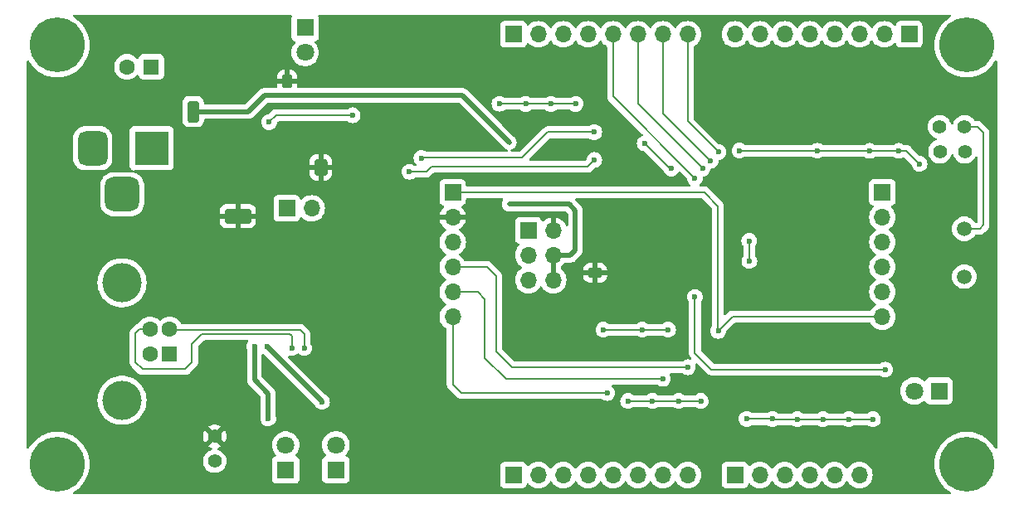
<source format=gbr>
%TF.GenerationSoftware,KiCad,Pcbnew,8.0.4*%
%TF.CreationDate,2024-09-09T16:31:09-03:00*%
%TF.ProjectId,Esquem_tico_V1,45737175-656d-4e17-9469-636f5f56312e,rev?*%
%TF.SameCoordinates,Original*%
%TF.FileFunction,Copper,L2,Bot*%
%TF.FilePolarity,Positive*%
%FSLAX46Y46*%
G04 Gerber Fmt 4.6, Leading zero omitted, Abs format (unit mm)*
G04 Created by KiCad (PCBNEW 8.0.4) date 2024-09-09 16:31:09*
%MOMM*%
%LPD*%
G01*
G04 APERTURE LIST*
G04 Aperture macros list*
%AMRoundRect*
0 Rectangle with rounded corners*
0 $1 Rounding radius*
0 $2 $3 $4 $5 $6 $7 $8 $9 X,Y pos of 4 corners*
0 Add a 4 corners polygon primitive as box body*
4,1,4,$2,$3,$4,$5,$6,$7,$8,$9,$2,$3,0*
0 Add four circle primitives for the rounded corners*
1,1,$1+$1,$2,$3*
1,1,$1+$1,$4,$5*
1,1,$1+$1,$6,$7*
1,1,$1+$1,$8,$9*
0 Add four rect primitives between the rounded corners*
20,1,$1+$1,$2,$3,$4,$5,0*
20,1,$1+$1,$4,$5,$6,$7,0*
20,1,$1+$1,$6,$7,$8,$9,0*
20,1,$1+$1,$8,$9,$2,$3,0*%
G04 Aperture macros list end*
%TA.AperFunction,ComponentPad*%
%ADD10R,1.800000X1.800000*%
%TD*%
%TA.AperFunction,ComponentPad*%
%ADD11C,1.800000*%
%TD*%
%TA.AperFunction,ComponentPad*%
%ADD12R,1.700000X1.700000*%
%TD*%
%TA.AperFunction,ComponentPad*%
%ADD13O,1.700000X1.700000*%
%TD*%
%TA.AperFunction,ComponentPad*%
%ADD14RoundRect,0.250000X0.400000X0.600000X-0.400000X0.600000X-0.400000X-0.600000X0.400000X-0.600000X0*%
%TD*%
%TA.AperFunction,ComponentPad*%
%ADD15R,1.600000X1.600000*%
%TD*%
%TA.AperFunction,ComponentPad*%
%ADD16C,1.600000*%
%TD*%
%TA.AperFunction,ComponentPad*%
%ADD17C,4.000000*%
%TD*%
%TA.AperFunction,ComponentPad*%
%ADD18C,1.400000*%
%TD*%
%TA.AperFunction,ComponentPad*%
%ADD19RoundRect,0.250000X0.262500X0.450000X-0.262500X0.450000X-0.262500X-0.450000X0.262500X-0.450000X0*%
%TD*%
%TA.AperFunction,ComponentPad*%
%ADD20RoundRect,0.250000X0.475000X-0.250000X0.475000X0.250000X-0.475000X0.250000X-0.475000X-0.250000X0*%
%TD*%
%TA.AperFunction,ComponentPad*%
%ADD21R,3.500000X3.500000*%
%TD*%
%TA.AperFunction,ComponentPad*%
%ADD22RoundRect,0.750000X-0.750000X-1.000000X0.750000X-1.000000X0.750000X1.000000X-0.750000X1.000000X0*%
%TD*%
%TA.AperFunction,ComponentPad*%
%ADD23RoundRect,0.875000X-0.875000X-0.875000X0.875000X-0.875000X0.875000X0.875000X-0.875000X0.875000X0*%
%TD*%
%TA.AperFunction,ComponentPad*%
%ADD24C,5.600000*%
%TD*%
%TA.AperFunction,ComponentPad*%
%ADD25RoundRect,0.250000X1.100000X-0.500000X1.100000X0.500000X-1.100000X0.500000X-1.100000X-0.500000X0*%
%TD*%
%TA.AperFunction,ComponentPad*%
%ADD26C,1.500000*%
%TD*%
%TA.AperFunction,ComponentPad*%
%ADD27RoundRect,0.250000X0.350000X-0.850000X0.350000X0.850000X-0.350000X0.850000X-0.350000X-0.850000X0*%
%TD*%
%TA.AperFunction,ViaPad*%
%ADD28C,0.600000*%
%TD*%
%TA.AperFunction,ViaPad*%
%ADD29C,0.500000*%
%TD*%
%TA.AperFunction,Conductor*%
%ADD30C,0.200000*%
%TD*%
%TA.AperFunction,Conductor*%
%ADD31C,0.500000*%
%TD*%
G04 APERTURE END LIST*
D10*
%TO.P,D6,1,K*%
%TO.N,GND*%
X128960000Y-109105000D03*
D11*
%TO.P,D6,2,A*%
%TO.N,Net-(D7-A)*%
X128960000Y-106565000D03*
%TD*%
D12*
%TO.P,J9,1,Pin_1*%
%TO.N,RB0*%
X152200000Y-109620000D03*
D13*
%TO.P,J9,2,Pin_2*%
%TO.N,RB1*%
X154740000Y-109620000D03*
%TO.P,J9,3,Pin_3*%
%TO.N,RB2*%
X157280000Y-109620000D03*
%TO.P,J9,4,Pin_4*%
%TO.N,RB3*%
X159820000Y-109620000D03*
%TO.P,J9,5,Pin_5*%
%TO.N,RB4*%
X162360000Y-109620000D03*
%TO.P,J9,6,Pin_6*%
%TO.N,RB5*%
X164900000Y-109620000D03*
%TO.P,J9,7,Pin_7*%
%TO.N,RB6*%
X167440000Y-109620000D03*
%TO.P,J9,8,Pin_8*%
%TO.N,RB7*%
X169980000Y-109620000D03*
%TD*%
D12*
%TO.P,J4,1,Pin_1*%
%TO.N,GND*%
X153720000Y-84640000D03*
D13*
%TO.P,J4,2,Pin_2*%
%TO.N,+5V*%
X156260000Y-84640000D03*
%TO.P,J4,3,Pin_3*%
%TO.N,GND*%
X153720000Y-87180000D03*
%TO.P,J4,4,Pin_4*%
%TO.N,VDD*%
X156260000Y-87180000D03*
%TO.P,J4,5,Pin_5*%
%TO.N,GND*%
X153720000Y-89720000D03*
%TO.P,J4,6,Pin_6*%
%TO.N,VDD*%
X156260000Y-89720000D03*
%TD*%
D12*
%TO.P,J8,1,Pin_1*%
%TO.N,RC0*%
X192575000Y-64620000D03*
D13*
%TO.P,J8,2,Pin_2*%
%TO.N,RC1*%
X190035000Y-64620000D03*
%TO.P,J8,3,Pin_3*%
%TO.N,RC2*%
X187495000Y-64620000D03*
%TO.P,J8,4,Pin_4*%
%TO.N,RC3*%
X184955000Y-64620000D03*
%TO.P,J8,5,Pin_5*%
%TO.N,RC4*%
X182415000Y-64620000D03*
%TO.P,J8,6,Pin_6*%
%TO.N,RC5*%
X179875000Y-64620000D03*
%TO.P,J8,7,Pin_7*%
%TO.N,RC6*%
X177335000Y-64620000D03*
%TO.P,J8,8,Pin_8*%
%TO.N,RC7*%
X174795000Y-64620000D03*
%TD*%
D12*
%TO.P,J7,1,Pin_1*%
%TO.N,OSC2*%
X189840000Y-80770000D03*
D13*
%TO.P,J7,2,Pin_2*%
%TO.N,OSC1*%
X189840000Y-83310000D03*
%TO.P,J7,3,Pin_3*%
%TO.N,RE2*%
X189840000Y-85850000D03*
%TO.P,J7,4,Pin_4*%
%TO.N,RE1*%
X189840000Y-88390000D03*
%TO.P,J7,5,Pin_5*%
%TO.N,RE0*%
X189840000Y-90930000D03*
%TO.P,J7,6,Pin_6*%
%TO.N,~{MCLR}*%
X189840000Y-93470000D03*
%TD*%
D10*
%TO.P,D8,1,K*%
%TO.N,GND*%
X195620000Y-101050000D03*
D11*
%TO.P,D8,2,A*%
%TO.N,Net-(D6-A)*%
X193080000Y-101050000D03*
%TD*%
D14*
%TO.P,D4,1,K*%
%TO.N,+5V*%
X132547500Y-78200000D03*
%TD*%
D12*
%TO.P,J6,1,Pin_1*%
%TO.N,~{MCLR}*%
X146000000Y-80770000D03*
D13*
%TO.P,J6,2,Pin_2*%
%TO.N,+5V*%
X146000000Y-83310000D03*
%TO.P,J6,3,Pin_3*%
%TO.N,GND*%
X146000000Y-85850000D03*
%TO.P,J6,4,Pin_4*%
%TO.N,RB7*%
X146000000Y-88390000D03*
%TO.P,J6,5,Pin_5*%
%TO.N,RB6*%
X146000000Y-90930000D03*
%TO.P,J6,6,Pin_6*%
%TO.N,RB3*%
X146000000Y-93470000D03*
%TD*%
D15*
%TO.P,J1,1,VBUS*%
%TO.N,VBUS*%
X117120000Y-97260000D03*
D16*
%TO.P,J1,2,D-*%
%TO.N,Net-(J2-D-)*%
X117120000Y-94760000D03*
%TO.P,J1,3,D+*%
%TO.N,Net-(J2-D+)*%
X115120000Y-94760000D03*
%TO.P,J1,4,GND*%
%TO.N,GND*%
X115120000Y-97260000D03*
D17*
%TO.P,J1,5,Shield*%
X112260000Y-102010000D03*
X112260000Y-90010000D03*
%TD*%
D18*
%TO.P,JP3,1,A*%
%TO.N,OSC1*%
X195720000Y-76600000D03*
%TO.P,JP3,2,B*%
%TO.N,Net-(JP2-B)*%
X198260000Y-76600000D03*
%TD*%
D19*
%TO.P,R2,2*%
%TO.N,+5V*%
X129107500Y-69420000D03*
%TD*%
D20*
%TO.P,C6,1*%
%TO.N,+5V*%
X160530000Y-88980000D03*
%TD*%
D18*
%TO.P,JP6,1,A*%
%TO.N,Net-(JP1-A)*%
X121720000Y-108220000D03*
%TO.P,JP6,2,B*%
%TO.N,+5V*%
X121720000Y-105680000D03*
%TD*%
D21*
%TO.P,J2,1*%
%TO.N,VDD*%
X115280000Y-76260000D03*
D22*
%TO.P,J2,2*%
%TO.N,GND*%
X109280000Y-76260000D03*
D23*
%TO.P,J2,3*%
X112280000Y-80960000D03*
%TD*%
D18*
%TO.P,JP4,1,A*%
%TO.N,Net-(JP3-A)*%
X198210000Y-74070000D03*
%TO.P,JP4,2,B*%
%TO.N,OSC2*%
X195670000Y-74070000D03*
%TD*%
D24*
%TO.P,REF\u002A\u002A,1*%
%TO.N,N/C*%
X198449999Y-65720001D03*
%TD*%
D10*
%TO.P,D7,1,K*%
%TO.N,GND*%
X134090000Y-109095000D03*
D11*
%TO.P,D7,2,A*%
%TO.N,Net-(D8-A)*%
X134090000Y-106555000D03*
%TD*%
D24*
%TO.P,REF\u002A\u002A,1*%
%TO.N,N/C*%
X105650001Y-108519999D03*
%TD*%
D12*
%TO.P,J5,1,Pin_1*%
%TO.N,RD7*%
X152200000Y-64620000D03*
D13*
%TO.P,J5,2,Pin_2*%
%TO.N,RD6*%
X154740000Y-64620000D03*
%TO.P,J5,3,Pin_3*%
%TO.N,RD5*%
X157280000Y-64620000D03*
%TO.P,J5,4,Pin_4*%
%TO.N,RD4*%
X159820000Y-64620000D03*
%TO.P,J5,5,Pin_5*%
%TO.N,RD3*%
X162360000Y-64620000D03*
%TO.P,J5,6,Pin_6*%
%TO.N,RD2*%
X164900000Y-64620000D03*
%TO.P,J5,7,Pin_7*%
%TO.N,RD1*%
X167440000Y-64620000D03*
%TO.P,J5,8,Pin_8*%
%TO.N,RD0*%
X169980000Y-64620000D03*
%TD*%
D10*
%TO.P,D3,1,K*%
%TO.N,GND*%
X130940000Y-63945000D03*
D11*
%TO.P,D3,2,A*%
%TO.N,Net-(D5-A)*%
X130940000Y-66485000D03*
%TD*%
D12*
%TO.P,J10,1,Pin_1*%
%TO.N,RA0*%
X174800000Y-109620000D03*
D13*
%TO.P,J10,2,Pin_2*%
%TO.N,RA1*%
X177340000Y-109620000D03*
%TO.P,J10,3,Pin_3*%
%TO.N,RA2*%
X179880000Y-109620000D03*
%TO.P,J10,4,Pin_4*%
%TO.N,RA3*%
X182420000Y-109620000D03*
%TO.P,J10,5,Pin_5*%
%TO.N,RA4*%
X184960000Y-109620000D03*
%TO.P,J10,6,Pin_6*%
%TO.N,RA5*%
X187500000Y-109620000D03*
%TD*%
D25*
%TO.P,D1,1,K*%
%TO.N,+5V*%
X124075000Y-83182500D03*
%TD*%
D12*
%TO.P,J3,1,Pin_1*%
%TO.N,Net-(D1-A)*%
X129065000Y-82400000D03*
D13*
%TO.P,J3,2,Pin_2*%
%TO.N,GND*%
X131605000Y-82400000D03*
%TD*%
D24*
%TO.P,REF\u002A\u002A,1*%
%TO.N,N/C*%
X198450000Y-108520000D03*
%TD*%
D26*
%TO.P,Y1,1,1*%
%TO.N,Net-(JP2-B)*%
X198200000Y-89370000D03*
%TO.P,Y1,2,2*%
%TO.N,Net-(JP3-A)*%
X198200000Y-84490000D03*
%TD*%
D27*
%TO.P,U1,1,VI*%
%TO.N,VDD*%
X119510000Y-72510000D03*
%TD*%
D15*
%TO.P,C2,1*%
%TO.N,VDD*%
X115260000Y-67950000D03*
D16*
%TO.P,C2,2*%
%TO.N,GND*%
X112760000Y-67950000D03*
%TD*%
D24*
%TO.P,REF\u002A\u002A,1*%
%TO.N,N/C*%
X105650000Y-65720000D03*
%TD*%
D28*
%TO.N,RB3*%
X161760000Y-101270000D03*
%TO.N,GND*%
X171315000Y-102080000D03*
X163905000Y-102080000D03*
X166395000Y-102080000D03*
X169055000Y-102080000D03*
X158540000Y-71730000D03*
X156020000Y-71730000D03*
X153450000Y-71730000D03*
X150770000Y-71720000D03*
X175280000Y-76510000D03*
X183200000Y-76520000D03*
X188520000Y-76530000D03*
X191510000Y-76530000D03*
X193630000Y-77850000D03*
X167980000Y-94790000D03*
X165330000Y-94790000D03*
X161390000Y-94790000D03*
X175990000Y-103910000D03*
X178620000Y-103920000D03*
X181170000Y-103930000D03*
X183770000Y-103930000D03*
X186400000Y-103930000D03*
X188880000Y-103940000D03*
X176270000Y-87780000D03*
X176260000Y-85720000D03*
%TO.N,Net-(JP6-A)*%
X141590000Y-78660000D03*
X160440000Y-77460000D03*
%TO.N,Net-(JP7-A)*%
X142820000Y-77260000D03*
X160440000Y-74620000D03*
%TO.N,RC6*%
X165590000Y-75770000D03*
X168310000Y-78350000D03*
D29*
%TO.N,VDD*%
X151770000Y-75670000D03*
X151770000Y-81980000D03*
D28*
%TO.N,Net-(D1-A)*%
X127270000Y-73590000D03*
X135790000Y-72890000D03*
%TO.N,RB6*%
X167440000Y-99810000D03*
%TO.N,RB7*%
X169990000Y-98630000D03*
%TO.N,~{MCLR}*%
X173100000Y-94910000D03*
%TO.N,Net-(J2-D+)*%
X129580000Y-96660000D03*
%TO.N,Net-(J2-D-)*%
X130850000Y-96670000D03*
%TO.N,RD2*%
X171510000Y-78330000D03*
%TO.N,RD3*%
X170710000Y-79310000D03*
%TO.N,RD0*%
X173110000Y-76650000D03*
%TO.N,RD1*%
X172310000Y-77550000D03*
%TO.N,RB5*%
X190120000Y-98870000D03*
X170720000Y-91460000D03*
%TO.N,Net-(JP6-A)*%
X125780000Y-96540000D03*
X127180000Y-103860000D03*
%TO.N,Net-(JP7-A)*%
X127040000Y-96510000D03*
X132670000Y-102160000D03*
%TD*%
D30*
%TO.N,RB3*%
X146900000Y-101270000D02*
X161760000Y-101270000D01*
X146000000Y-100370000D02*
X146900000Y-101270000D01*
%TO.N,GND*%
X166395000Y-102080000D02*
X163905000Y-102080000D01*
X169055000Y-102080000D02*
X166395000Y-102080000D01*
X171315000Y-102080000D02*
X169055000Y-102080000D01*
X156020000Y-71730000D02*
X158540000Y-71730000D01*
X153450000Y-71730000D02*
X156020000Y-71730000D01*
X153440000Y-71720000D02*
X153450000Y-71730000D01*
X150770000Y-71720000D02*
X153440000Y-71720000D01*
X175290000Y-76520000D02*
X175280000Y-76510000D01*
X183200000Y-76520000D02*
X175290000Y-76520000D01*
X183210000Y-76530000D02*
X183200000Y-76520000D01*
X188520000Y-76530000D02*
X183210000Y-76530000D01*
X191510000Y-76530000D02*
X188520000Y-76530000D01*
X192310000Y-76530000D02*
X191510000Y-76530000D01*
X193630000Y-77850000D02*
X192310000Y-76530000D01*
X165330000Y-94790000D02*
X167980000Y-94790000D01*
X161390000Y-94790000D02*
X165330000Y-94790000D01*
X176000000Y-103920000D02*
X175990000Y-103910000D01*
X178620000Y-103920000D02*
X176000000Y-103920000D01*
X178630000Y-103930000D02*
X178620000Y-103920000D01*
X181170000Y-103930000D02*
X178630000Y-103930000D01*
X183770000Y-103930000D02*
X181170000Y-103930000D01*
X186400000Y-103930000D02*
X183770000Y-103930000D01*
X186410000Y-103940000D02*
X186400000Y-103930000D01*
X188880000Y-103940000D02*
X186410000Y-103940000D01*
X176260000Y-87770000D02*
X176270000Y-87780000D01*
X176260000Y-85720000D02*
X176260000Y-87770000D01*
%TO.N,Net-(JP6-A)*%
X143830000Y-78140000D02*
X143310000Y-78660000D01*
X159760000Y-78140000D02*
X147340000Y-78140000D01*
X160440000Y-77460000D02*
X159760000Y-78140000D01*
X143310000Y-78660000D02*
X141590000Y-78660000D01*
X147340000Y-78140000D02*
X143830000Y-78140000D01*
%TO.N,Net-(JP7-A)*%
X155710000Y-74620000D02*
X160440000Y-74620000D01*
X153100000Y-77230000D02*
X155710000Y-74620000D01*
X142820000Y-77260000D02*
X142850000Y-77230000D01*
X142850000Y-77230000D02*
X153100000Y-77230000D01*
D31*
%TO.N,VDD*%
X126790000Y-70870000D02*
X125150000Y-72510000D01*
X146970000Y-70870000D02*
X126790000Y-70870000D01*
X151770000Y-75670000D02*
X146970000Y-70870000D01*
X125150000Y-72510000D02*
X119510000Y-72510000D01*
X158010000Y-87180000D02*
X156260000Y-87180000D01*
X158520000Y-82640000D02*
X158520000Y-86670000D01*
X158520000Y-86670000D02*
X158010000Y-87180000D01*
X157860000Y-81980000D02*
X158520000Y-82640000D01*
X151770000Y-81980000D02*
X157860000Y-81980000D01*
D30*
%TO.N,RC6*%
X168170000Y-78350000D02*
X168310000Y-78350000D01*
X165590000Y-75770000D02*
X168170000Y-78350000D01*
D31*
%TO.N,VDD*%
X156260000Y-89720000D02*
X156260000Y-87180000D01*
D30*
%TO.N,Net-(D1-A)*%
X135790000Y-72890000D02*
X127970000Y-72890000D01*
X127970000Y-72890000D02*
X127270000Y-73590000D01*
%TO.N,RB3*%
X146000000Y-100370000D02*
X146000000Y-93470000D01*
%TO.N,RB6*%
X148540000Y-90930000D02*
X146000000Y-90930000D01*
X149290000Y-91680000D02*
X148540000Y-90930000D01*
X149290000Y-97660000D02*
X149290000Y-91680000D01*
X167440000Y-99810000D02*
X151440000Y-99810000D01*
X151440000Y-99810000D02*
X149290000Y-97660000D01*
%TO.N,RB7*%
X150430000Y-96990000D02*
X150430000Y-89320000D01*
X152080000Y-98640000D02*
X150430000Y-96990000D01*
X150430000Y-89320000D02*
X149500000Y-88390000D01*
X169980000Y-98640000D02*
X152080000Y-98640000D01*
X149500000Y-88390000D02*
X146000000Y-88390000D01*
X169990000Y-98630000D02*
X169980000Y-98640000D01*
%TO.N,~{MCLR}*%
X173080000Y-94890000D02*
X173100000Y-94910000D01*
X173080000Y-82170000D02*
X173080000Y-94890000D01*
X171680000Y-80770000D02*
X173080000Y-82170000D01*
X146000000Y-80770000D02*
X171680000Y-80770000D01*
%TO.N,Net-(JP3-A)*%
X200170000Y-84100000D02*
X200170000Y-74690000D01*
X198200000Y-84490000D02*
X199780000Y-84490000D01*
X200170000Y-74690000D02*
X199550000Y-74070000D01*
X199550000Y-74070000D02*
X198210000Y-74070000D01*
X199780000Y-84490000D02*
X200170000Y-84100000D01*
%TO.N,~{MCLR}*%
X174540000Y-93470000D02*
X173100000Y-94910000D01*
X189840000Y-93470000D02*
X174540000Y-93470000D01*
%TO.N,Net-(J2-D+)*%
X115120000Y-94760000D02*
X114020000Y-94760000D01*
X113640000Y-95140000D02*
X113640000Y-98120000D01*
X120410000Y-95250000D02*
X129380000Y-95250000D01*
X129580000Y-95450000D02*
X129580000Y-96660000D01*
X114020000Y-94760000D02*
X113640000Y-95140000D01*
X113640000Y-98120000D02*
X114350000Y-98830000D01*
X119410000Y-98100000D02*
X119410000Y-96250000D01*
X118730000Y-98780000D02*
X119410000Y-98100000D01*
X119410000Y-96250000D02*
X120410000Y-95250000D01*
X118730000Y-98830000D02*
X118730000Y-98780000D01*
X114350000Y-98830000D02*
X118730000Y-98830000D01*
X129380000Y-95250000D02*
X129580000Y-95450000D01*
%TO.N,Net-(J2-D-)*%
X130420000Y-94790000D02*
X117150000Y-94790000D01*
X130850000Y-96670000D02*
X130850000Y-95220000D01*
X117150000Y-94790000D02*
X117120000Y-94760000D01*
X130850000Y-95220000D02*
X130420000Y-94790000D01*
%TO.N,RD2*%
X171510000Y-78330000D02*
X164900000Y-71720000D01*
X164900000Y-71720000D02*
X164900000Y-64620000D01*
%TO.N,RD3*%
X170710000Y-79310000D02*
X162360000Y-70960000D01*
X162360000Y-70960000D02*
X162360000Y-64620000D01*
%TO.N,RD0*%
X169980000Y-73520000D02*
X169980000Y-64620000D01*
X173110000Y-76650000D02*
X169980000Y-73520000D01*
%TO.N,RD1*%
X167440000Y-72680000D02*
X167440000Y-64620000D01*
X172310000Y-77550000D02*
X167440000Y-72680000D01*
%TO.N,RB5*%
X170720000Y-97180000D02*
X170720000Y-93950000D01*
X170720000Y-93950000D02*
X170720000Y-91460000D01*
X172410000Y-98870000D02*
X170720000Y-97180000D01*
X190120000Y-98870000D02*
X172410000Y-98870000D01*
D31*
%TO.N,Net-(JP6-A)*%
X125770000Y-96550000D02*
X125780000Y-96540000D01*
X127180000Y-103860000D02*
X127180000Y-101340000D01*
X127180000Y-101340000D02*
X125770000Y-99930000D01*
X125770000Y-99930000D02*
X125770000Y-96550000D01*
%TO.N,Net-(JP7-A)*%
X132670000Y-102160000D02*
X132670000Y-102140000D01*
X132670000Y-102140000D02*
X127040000Y-96510000D01*
%TD*%
%TA.AperFunction,Conductor*%
%TO.N,+5V*%
G36*
X129553724Y-62640185D02*
G01*
X129599479Y-62692989D01*
X129609423Y-62762147D01*
X129598766Y-62794159D01*
X129599303Y-62794359D01*
X129545908Y-62937517D01*
X129539501Y-62997116D01*
X129539501Y-62997123D01*
X129539500Y-62997135D01*
X129539500Y-64892870D01*
X129539501Y-64892876D01*
X129545908Y-64952483D01*
X129596202Y-65087328D01*
X129596206Y-65087335D01*
X129682452Y-65202544D01*
X129682455Y-65202547D01*
X129797664Y-65288793D01*
X129797673Y-65288798D01*
X129877904Y-65318722D01*
X129933838Y-65360593D01*
X129958256Y-65426057D01*
X129943405Y-65494330D01*
X129925802Y-65518886D01*
X129831019Y-65621849D01*
X129704075Y-65816151D01*
X129610842Y-66028699D01*
X129553866Y-66253691D01*
X129553864Y-66253702D01*
X129534700Y-66484993D01*
X129534700Y-66485006D01*
X129553864Y-66716297D01*
X129553866Y-66716308D01*
X129610842Y-66941300D01*
X129704075Y-67153848D01*
X129831016Y-67348147D01*
X129831019Y-67348151D01*
X129831021Y-67348153D01*
X129988216Y-67518913D01*
X129988219Y-67518915D01*
X129988222Y-67518918D01*
X130171365Y-67661464D01*
X130171371Y-67661468D01*
X130171374Y-67661470D01*
X130375497Y-67771936D01*
X130489487Y-67811068D01*
X130595015Y-67847297D01*
X130595017Y-67847297D01*
X130595019Y-67847298D01*
X130823951Y-67885500D01*
X130823952Y-67885500D01*
X131056048Y-67885500D01*
X131056049Y-67885500D01*
X131284981Y-67847298D01*
X131504503Y-67771936D01*
X131708626Y-67661470D01*
X131891784Y-67518913D01*
X132048979Y-67348153D01*
X132175924Y-67153849D01*
X132269157Y-66941300D01*
X132326134Y-66716305D01*
X132330438Y-66664364D01*
X132345300Y-66485006D01*
X132345300Y-66484993D01*
X132326135Y-66253702D01*
X132326133Y-66253691D01*
X132269157Y-66028699D01*
X132175924Y-65816151D01*
X132048983Y-65621852D01*
X132048980Y-65621849D01*
X132048979Y-65621847D01*
X131954195Y-65518884D01*
X131923275Y-65456232D01*
X131931135Y-65386806D01*
X131975283Y-65332651D01*
X132002095Y-65318722D01*
X132082326Y-65288798D01*
X132082326Y-65288797D01*
X132082331Y-65288796D01*
X132197546Y-65202546D01*
X132283796Y-65087331D01*
X132334091Y-64952483D01*
X132340500Y-64892873D01*
X132340499Y-62997128D01*
X132334091Y-62937517D01*
X132301729Y-62850750D01*
X132280697Y-62794359D01*
X132282275Y-62793770D01*
X132269630Y-62735662D01*
X132294043Y-62670196D01*
X132349974Y-62628321D01*
X132393315Y-62620500D01*
X196752949Y-62620500D01*
X196819988Y-62640185D01*
X196865743Y-62692989D01*
X196875687Y-62762147D01*
X196846662Y-62825703D01*
X196816880Y-62850748D01*
X196595080Y-62984201D01*
X196578075Y-62997128D01*
X196310171Y-63200782D01*
X196310162Y-63200790D01*
X196050330Y-63446915D01*
X195818640Y-63719681D01*
X195818633Y-63719691D01*
X195617789Y-64015914D01*
X195617783Y-64015923D01*
X195450150Y-64332112D01*
X195450141Y-64332130D01*
X195317673Y-64664601D01*
X195317671Y-64664608D01*
X195221931Y-65009435D01*
X195221925Y-65009461D01*
X195164028Y-65362615D01*
X195164027Y-65362632D01*
X195145067Y-65712335D01*
X195144651Y-65720001D01*
X195158232Y-65970498D01*
X195164027Y-66077369D01*
X195164028Y-66077386D01*
X195221925Y-66430540D01*
X195221931Y-66430566D01*
X195317671Y-66775393D01*
X195317673Y-66775400D01*
X195450141Y-67107871D01*
X195450150Y-67107889D01*
X195617783Y-67424078D01*
X195617786Y-67424083D01*
X195617788Y-67424086D01*
X195818633Y-67720311D01*
X195818640Y-67720320D01*
X196013733Y-67950001D01*
X196050331Y-67993087D01*
X196310162Y-68239212D01*
X196595080Y-68455801D01*
X196901746Y-68640316D01*
X196901748Y-68640317D01*
X196901750Y-68640318D01*
X196901754Y-68640320D01*
X197223423Y-68789139D01*
X197226564Y-68790592D01*
X197565725Y-68904869D01*
X197915253Y-68981806D01*
X198271051Y-69020501D01*
X198271057Y-69020501D01*
X198628941Y-69020501D01*
X198628947Y-69020501D01*
X198984745Y-68981806D01*
X199334273Y-68904869D01*
X199673434Y-68790592D01*
X199998252Y-68640316D01*
X200304918Y-68455801D01*
X200589836Y-68239212D01*
X200849667Y-67993087D01*
X201081364Y-67720312D01*
X201282210Y-67424086D01*
X201315945Y-67360454D01*
X201364738Y-67310447D01*
X201432823Y-67294755D01*
X201498583Y-67318365D01*
X201541140Y-67373778D01*
X201549500Y-67418539D01*
X201549500Y-106821459D01*
X201529815Y-106888498D01*
X201477011Y-106934253D01*
X201407853Y-106944197D01*
X201344297Y-106915172D01*
X201315945Y-106879542D01*
X201282215Y-106815923D01*
X201282211Y-106815915D01*
X201081365Y-106519689D01*
X201081361Y-106519684D01*
X201081358Y-106519680D01*
X200849668Y-106246914D01*
X200849667Y-106246913D01*
X200589837Y-106000789D01*
X200589830Y-106000783D01*
X200589827Y-106000781D01*
X200439033Y-105886151D01*
X200304919Y-105784200D01*
X199998253Y-105599685D01*
X199998252Y-105599684D01*
X199998248Y-105599682D01*
X199998244Y-105599680D01*
X199673447Y-105449414D01*
X199673441Y-105449411D01*
X199673435Y-105449409D01*
X199492753Y-105388530D01*
X199334273Y-105335131D01*
X198984744Y-105258194D01*
X198628949Y-105219500D01*
X198628948Y-105219500D01*
X198271052Y-105219500D01*
X198271050Y-105219500D01*
X197915255Y-105258194D01*
X197565726Y-105335131D01*
X197309970Y-105421306D01*
X197226565Y-105449409D01*
X197226563Y-105449410D01*
X197226552Y-105449414D01*
X196901755Y-105599680D01*
X196901751Y-105599682D01*
X196731944Y-105701852D01*
X196595081Y-105784200D01*
X196529052Y-105834394D01*
X196310172Y-106000781D01*
X196310163Y-106000789D01*
X196050331Y-106246914D01*
X195818641Y-106519680D01*
X195818634Y-106519690D01*
X195617790Y-106815913D01*
X195617784Y-106815922D01*
X195450151Y-107132111D01*
X195450142Y-107132129D01*
X195317674Y-107464600D01*
X195317672Y-107464607D01*
X195221932Y-107809434D01*
X195221926Y-107809460D01*
X195164029Y-108162614D01*
X195164028Y-108162627D01*
X195164028Y-108162629D01*
X195158513Y-108264341D01*
X195144652Y-108519997D01*
X195144652Y-108520002D01*
X195145068Y-108527669D01*
X195156142Y-108731930D01*
X195164028Y-108877368D01*
X195164029Y-108877385D01*
X195221926Y-109230539D01*
X195221932Y-109230565D01*
X195317672Y-109575392D01*
X195317674Y-109575399D01*
X195450142Y-109907870D01*
X195450151Y-109907888D01*
X195617784Y-110224077D01*
X195617787Y-110224082D01*
X195617789Y-110224085D01*
X195818634Y-110520310D01*
X195818641Y-110520319D01*
X196050330Y-110793084D01*
X196050332Y-110793086D01*
X196310163Y-111039211D01*
X196595081Y-111255800D01*
X196816877Y-111389250D01*
X196864171Y-111440679D01*
X196876154Y-111509514D01*
X196849019Y-111573899D01*
X196791382Y-111613393D01*
X196752948Y-111619500D01*
X107347051Y-111619500D01*
X107280012Y-111599815D01*
X107234257Y-111547011D01*
X107224313Y-111477853D01*
X107253338Y-111414297D01*
X107283119Y-111389251D01*
X107504920Y-111255799D01*
X107789838Y-111039210D01*
X108049669Y-110793085D01*
X108281366Y-110520310D01*
X108482212Y-110224084D01*
X108649854Y-109907879D01*
X108782325Y-109575402D01*
X108878072Y-109230551D01*
X108923500Y-108953454D01*
X108935971Y-108877384D01*
X108935971Y-108877381D01*
X108935973Y-108877370D01*
X108955349Y-108519999D01*
X108939084Y-108219999D01*
X120514357Y-108219999D01*
X120514357Y-108220000D01*
X120534884Y-108441535D01*
X120534885Y-108441537D01*
X120595769Y-108655523D01*
X120595775Y-108655538D01*
X120694938Y-108854683D01*
X120694943Y-108854691D01*
X120829020Y-109032238D01*
X120993437Y-109182123D01*
X120993439Y-109182125D01*
X121182595Y-109299245D01*
X121182596Y-109299245D01*
X121182599Y-109299247D01*
X121390060Y-109379618D01*
X121608757Y-109420500D01*
X121608759Y-109420500D01*
X121831241Y-109420500D01*
X121831243Y-109420500D01*
X122049940Y-109379618D01*
X122257401Y-109299247D01*
X122446562Y-109182124D01*
X122610981Y-109032236D01*
X122745058Y-108854689D01*
X122844229Y-108655528D01*
X122905115Y-108441536D01*
X122925643Y-108220000D01*
X122920325Y-108162614D01*
X122905115Y-107998464D01*
X122905114Y-107998462D01*
X122892085Y-107952671D01*
X122844229Y-107784472D01*
X122832643Y-107761204D01*
X122745061Y-107585316D01*
X122745056Y-107585308D01*
X122610979Y-107407761D01*
X122446562Y-107257876D01*
X122446560Y-107257874D01*
X122257404Y-107140754D01*
X122257398Y-107140751D01*
X122127967Y-107090610D01*
X122062784Y-107065358D01*
X122007385Y-107022786D01*
X121983794Y-106957019D01*
X121999505Y-106888939D01*
X122049529Y-106840160D01*
X122062786Y-106834105D01*
X122257177Y-106758797D01*
X122257181Y-106758795D01*
X122373326Y-106686879D01*
X122251440Y-106564993D01*
X127554700Y-106564993D01*
X127554700Y-106565006D01*
X127573864Y-106796297D01*
X127573866Y-106796308D01*
X127630842Y-107021300D01*
X127724075Y-107233848D01*
X127851016Y-107428147D01*
X127851019Y-107428151D01*
X127851021Y-107428153D01*
X127945803Y-107531114D01*
X127976724Y-107593767D01*
X127968864Y-107663193D01*
X127924716Y-107717348D01*
X127897906Y-107731277D01*
X127817669Y-107761203D01*
X127817664Y-107761206D01*
X127702455Y-107847452D01*
X127702452Y-107847455D01*
X127616206Y-107962664D01*
X127616202Y-107962671D01*
X127565908Y-108097517D01*
X127560575Y-108147127D01*
X127559501Y-108157123D01*
X127559500Y-108157135D01*
X127559500Y-110052870D01*
X127559501Y-110052876D01*
X127565908Y-110112483D01*
X127616202Y-110247328D01*
X127616206Y-110247335D01*
X127702452Y-110362544D01*
X127702455Y-110362547D01*
X127817664Y-110448793D01*
X127817671Y-110448797D01*
X127952517Y-110499091D01*
X127952516Y-110499091D01*
X127959444Y-110499835D01*
X128012127Y-110505500D01*
X129907872Y-110505499D01*
X129967483Y-110499091D01*
X130102331Y-110448796D01*
X130217546Y-110362546D01*
X130303796Y-110247331D01*
X130354091Y-110112483D01*
X130360500Y-110052873D01*
X130360499Y-108157128D01*
X130354091Y-108097517D01*
X130350361Y-108087517D01*
X130303797Y-107962671D01*
X130303793Y-107962664D01*
X130217547Y-107847455D01*
X130217544Y-107847452D01*
X130102335Y-107761206D01*
X130102328Y-107761202D01*
X130022094Y-107731277D01*
X129966160Y-107689406D01*
X129941743Y-107623941D01*
X129956595Y-107555668D01*
X129974190Y-107531121D01*
X130068979Y-107428153D01*
X130195924Y-107233849D01*
X130289157Y-107021300D01*
X130346134Y-106796305D01*
X130346135Y-106796297D01*
X130365300Y-106565006D01*
X130365300Y-106564993D01*
X130364471Y-106554993D01*
X132684700Y-106554993D01*
X132684700Y-106555006D01*
X132703864Y-106786297D01*
X132703866Y-106786308D01*
X132760842Y-107011300D01*
X132854075Y-107223848D01*
X132981016Y-107418147D01*
X132981019Y-107418151D01*
X132981021Y-107418153D01*
X133075803Y-107521114D01*
X133106724Y-107583767D01*
X133098864Y-107653193D01*
X133054716Y-107707348D01*
X133027906Y-107721277D01*
X132947669Y-107751203D01*
X132947664Y-107751206D01*
X132832455Y-107837452D01*
X132832452Y-107837455D01*
X132746206Y-107952664D01*
X132746202Y-107952671D01*
X132695908Y-108087517D01*
X132689501Y-108147116D01*
X132689501Y-108147123D01*
X132689500Y-108147135D01*
X132689500Y-110042870D01*
X132689501Y-110042876D01*
X132695908Y-110102483D01*
X132746202Y-110237328D01*
X132746206Y-110237335D01*
X132832452Y-110352544D01*
X132832455Y-110352547D01*
X132947664Y-110438793D01*
X132947671Y-110438797D01*
X133082517Y-110489091D01*
X133082516Y-110489091D01*
X133089444Y-110489835D01*
X133142127Y-110495500D01*
X135037872Y-110495499D01*
X135097483Y-110489091D01*
X135232331Y-110438796D01*
X135347546Y-110352546D01*
X135433796Y-110237331D01*
X135484091Y-110102483D01*
X135490500Y-110042873D01*
X135490499Y-108722135D01*
X150849500Y-108722135D01*
X150849500Y-110517870D01*
X150849501Y-110517876D01*
X150855908Y-110577483D01*
X150906202Y-110712328D01*
X150906206Y-110712335D01*
X150992452Y-110827544D01*
X150992455Y-110827547D01*
X151107664Y-110913793D01*
X151107671Y-110913797D01*
X151242517Y-110964091D01*
X151242516Y-110964091D01*
X151249444Y-110964835D01*
X151302127Y-110970500D01*
X153097872Y-110970499D01*
X153157483Y-110964091D01*
X153292331Y-110913796D01*
X153407546Y-110827546D01*
X153493796Y-110712331D01*
X153542810Y-110580916D01*
X153584681Y-110524984D01*
X153650145Y-110500566D01*
X153718418Y-110515417D01*
X153746673Y-110536569D01*
X153868599Y-110658495D01*
X153965384Y-110726265D01*
X154062165Y-110794032D01*
X154062167Y-110794033D01*
X154062170Y-110794035D01*
X154276337Y-110893903D01*
X154504592Y-110955063D01*
X154681034Y-110970500D01*
X154739999Y-110975659D01*
X154740000Y-110975659D01*
X154740001Y-110975659D01*
X154798966Y-110970500D01*
X154975408Y-110955063D01*
X155203663Y-110893903D01*
X155417830Y-110794035D01*
X155611401Y-110658495D01*
X155778495Y-110491401D01*
X155908425Y-110305842D01*
X155963002Y-110262217D01*
X156032500Y-110255023D01*
X156094855Y-110286546D01*
X156111575Y-110305842D01*
X156241500Y-110491395D01*
X156241505Y-110491401D01*
X156408599Y-110658495D01*
X156505384Y-110726265D01*
X156602165Y-110794032D01*
X156602167Y-110794033D01*
X156602170Y-110794035D01*
X156816337Y-110893903D01*
X157044592Y-110955063D01*
X157221034Y-110970500D01*
X157279999Y-110975659D01*
X157280000Y-110975659D01*
X157280001Y-110975659D01*
X157338966Y-110970500D01*
X157515408Y-110955063D01*
X157743663Y-110893903D01*
X157957830Y-110794035D01*
X158151401Y-110658495D01*
X158318495Y-110491401D01*
X158448425Y-110305842D01*
X158503002Y-110262217D01*
X158572500Y-110255023D01*
X158634855Y-110286546D01*
X158651575Y-110305842D01*
X158781500Y-110491395D01*
X158781505Y-110491401D01*
X158948599Y-110658495D01*
X159045384Y-110726265D01*
X159142165Y-110794032D01*
X159142167Y-110794033D01*
X159142170Y-110794035D01*
X159356337Y-110893903D01*
X159584592Y-110955063D01*
X159761034Y-110970500D01*
X159819999Y-110975659D01*
X159820000Y-110975659D01*
X159820001Y-110975659D01*
X159878966Y-110970500D01*
X160055408Y-110955063D01*
X160283663Y-110893903D01*
X160497830Y-110794035D01*
X160691401Y-110658495D01*
X160858495Y-110491401D01*
X160988425Y-110305842D01*
X161043002Y-110262217D01*
X161112500Y-110255023D01*
X161174855Y-110286546D01*
X161191575Y-110305842D01*
X161321500Y-110491395D01*
X161321505Y-110491401D01*
X161488599Y-110658495D01*
X161585384Y-110726265D01*
X161682165Y-110794032D01*
X161682167Y-110794033D01*
X161682170Y-110794035D01*
X161896337Y-110893903D01*
X162124592Y-110955063D01*
X162301034Y-110970500D01*
X162359999Y-110975659D01*
X162360000Y-110975659D01*
X162360001Y-110975659D01*
X162418966Y-110970500D01*
X162595408Y-110955063D01*
X162823663Y-110893903D01*
X163037830Y-110794035D01*
X163231401Y-110658495D01*
X163398495Y-110491401D01*
X163528425Y-110305842D01*
X163583002Y-110262217D01*
X163652500Y-110255023D01*
X163714855Y-110286546D01*
X163731575Y-110305842D01*
X163861500Y-110491395D01*
X163861505Y-110491401D01*
X164028599Y-110658495D01*
X164125384Y-110726265D01*
X164222165Y-110794032D01*
X164222167Y-110794033D01*
X164222170Y-110794035D01*
X164436337Y-110893903D01*
X164664592Y-110955063D01*
X164841034Y-110970500D01*
X164899999Y-110975659D01*
X164900000Y-110975659D01*
X164900001Y-110975659D01*
X164958966Y-110970500D01*
X165135408Y-110955063D01*
X165363663Y-110893903D01*
X165577830Y-110794035D01*
X165771401Y-110658495D01*
X165938495Y-110491401D01*
X166068425Y-110305842D01*
X166123002Y-110262217D01*
X166192500Y-110255023D01*
X166254855Y-110286546D01*
X166271575Y-110305842D01*
X166401500Y-110491395D01*
X166401505Y-110491401D01*
X166568599Y-110658495D01*
X166665384Y-110726265D01*
X166762165Y-110794032D01*
X166762167Y-110794033D01*
X166762170Y-110794035D01*
X166976337Y-110893903D01*
X167204592Y-110955063D01*
X167381034Y-110970500D01*
X167439999Y-110975659D01*
X167440000Y-110975659D01*
X167440001Y-110975659D01*
X167498966Y-110970500D01*
X167675408Y-110955063D01*
X167903663Y-110893903D01*
X168117830Y-110794035D01*
X168311401Y-110658495D01*
X168478495Y-110491401D01*
X168608425Y-110305842D01*
X168663002Y-110262217D01*
X168732500Y-110255023D01*
X168794855Y-110286546D01*
X168811575Y-110305842D01*
X168941500Y-110491395D01*
X168941505Y-110491401D01*
X169108599Y-110658495D01*
X169205384Y-110726265D01*
X169302165Y-110794032D01*
X169302167Y-110794033D01*
X169302170Y-110794035D01*
X169516337Y-110893903D01*
X169744592Y-110955063D01*
X169921034Y-110970500D01*
X169979999Y-110975659D01*
X169980000Y-110975659D01*
X169980001Y-110975659D01*
X170038966Y-110970500D01*
X170215408Y-110955063D01*
X170443663Y-110893903D01*
X170657830Y-110794035D01*
X170851401Y-110658495D01*
X171018495Y-110491401D01*
X171154035Y-110297830D01*
X171253903Y-110083663D01*
X171315063Y-109855408D01*
X171335659Y-109620000D01*
X171315063Y-109384592D01*
X171253903Y-109156337D01*
X171154035Y-108942171D01*
X171148425Y-108934158D01*
X171018494Y-108748597D01*
X170992032Y-108722135D01*
X173449500Y-108722135D01*
X173449500Y-110517870D01*
X173449501Y-110517876D01*
X173455908Y-110577483D01*
X173506202Y-110712328D01*
X173506206Y-110712335D01*
X173592452Y-110827544D01*
X173592455Y-110827547D01*
X173707664Y-110913793D01*
X173707671Y-110913797D01*
X173842517Y-110964091D01*
X173842516Y-110964091D01*
X173849444Y-110964835D01*
X173902127Y-110970500D01*
X175697872Y-110970499D01*
X175757483Y-110964091D01*
X175892331Y-110913796D01*
X176007546Y-110827546D01*
X176093796Y-110712331D01*
X176142810Y-110580916D01*
X176184681Y-110524984D01*
X176250145Y-110500566D01*
X176318418Y-110515417D01*
X176346673Y-110536569D01*
X176468599Y-110658495D01*
X176565384Y-110726265D01*
X176662165Y-110794032D01*
X176662167Y-110794033D01*
X176662170Y-110794035D01*
X176876337Y-110893903D01*
X177104592Y-110955063D01*
X177281034Y-110970500D01*
X177339999Y-110975659D01*
X177340000Y-110975659D01*
X177340001Y-110975659D01*
X177398966Y-110970500D01*
X177575408Y-110955063D01*
X177803663Y-110893903D01*
X178017830Y-110794035D01*
X178211401Y-110658495D01*
X178378495Y-110491401D01*
X178508425Y-110305842D01*
X178563002Y-110262217D01*
X178632500Y-110255023D01*
X178694855Y-110286546D01*
X178711575Y-110305842D01*
X178841500Y-110491395D01*
X178841505Y-110491401D01*
X179008599Y-110658495D01*
X179105384Y-110726265D01*
X179202165Y-110794032D01*
X179202167Y-110794033D01*
X179202170Y-110794035D01*
X179416337Y-110893903D01*
X179644592Y-110955063D01*
X179821034Y-110970500D01*
X179879999Y-110975659D01*
X179880000Y-110975659D01*
X179880001Y-110975659D01*
X179938966Y-110970500D01*
X180115408Y-110955063D01*
X180343663Y-110893903D01*
X180557830Y-110794035D01*
X180751401Y-110658495D01*
X180918495Y-110491401D01*
X181048425Y-110305842D01*
X181103002Y-110262217D01*
X181172500Y-110255023D01*
X181234855Y-110286546D01*
X181251575Y-110305842D01*
X181381500Y-110491395D01*
X181381505Y-110491401D01*
X181548599Y-110658495D01*
X181645384Y-110726265D01*
X181742165Y-110794032D01*
X181742167Y-110794033D01*
X181742170Y-110794035D01*
X181956337Y-110893903D01*
X182184592Y-110955063D01*
X182361034Y-110970500D01*
X182419999Y-110975659D01*
X182420000Y-110975659D01*
X182420001Y-110975659D01*
X182478966Y-110970500D01*
X182655408Y-110955063D01*
X182883663Y-110893903D01*
X183097830Y-110794035D01*
X183291401Y-110658495D01*
X183458495Y-110491401D01*
X183588425Y-110305842D01*
X183643002Y-110262217D01*
X183712500Y-110255023D01*
X183774855Y-110286546D01*
X183791575Y-110305842D01*
X183921500Y-110491395D01*
X183921505Y-110491401D01*
X184088599Y-110658495D01*
X184185384Y-110726265D01*
X184282165Y-110794032D01*
X184282167Y-110794033D01*
X184282170Y-110794035D01*
X184496337Y-110893903D01*
X184724592Y-110955063D01*
X184901034Y-110970500D01*
X184959999Y-110975659D01*
X184960000Y-110975659D01*
X184960001Y-110975659D01*
X185018966Y-110970500D01*
X185195408Y-110955063D01*
X185423663Y-110893903D01*
X185637830Y-110794035D01*
X185831401Y-110658495D01*
X185998495Y-110491401D01*
X186128425Y-110305842D01*
X186183002Y-110262217D01*
X186252500Y-110255023D01*
X186314855Y-110286546D01*
X186331575Y-110305842D01*
X186461500Y-110491395D01*
X186461505Y-110491401D01*
X186628599Y-110658495D01*
X186725384Y-110726265D01*
X186822165Y-110794032D01*
X186822167Y-110794033D01*
X186822170Y-110794035D01*
X187036337Y-110893903D01*
X187264592Y-110955063D01*
X187441034Y-110970500D01*
X187499999Y-110975659D01*
X187500000Y-110975659D01*
X187500001Y-110975659D01*
X187558966Y-110970500D01*
X187735408Y-110955063D01*
X187963663Y-110893903D01*
X188177830Y-110794035D01*
X188371401Y-110658495D01*
X188538495Y-110491401D01*
X188674035Y-110297830D01*
X188773903Y-110083663D01*
X188835063Y-109855408D01*
X188855659Y-109620000D01*
X188835063Y-109384592D01*
X188773903Y-109156337D01*
X188674035Y-108942171D01*
X188668425Y-108934158D01*
X188538494Y-108748597D01*
X188371402Y-108581506D01*
X188371395Y-108581501D01*
X188177834Y-108445967D01*
X188177830Y-108445965D01*
X188168330Y-108441535D01*
X187963663Y-108346097D01*
X187963659Y-108346096D01*
X187963655Y-108346094D01*
X187735413Y-108284938D01*
X187735403Y-108284936D01*
X187500001Y-108264341D01*
X187499999Y-108264341D01*
X187264596Y-108284936D01*
X187264586Y-108284938D01*
X187036344Y-108346094D01*
X187036335Y-108346098D01*
X186822171Y-108445964D01*
X186822169Y-108445965D01*
X186628597Y-108581505D01*
X186461505Y-108748597D01*
X186331575Y-108934158D01*
X186276998Y-108977783D01*
X186207500Y-108984977D01*
X186145145Y-108953454D01*
X186128425Y-108934158D01*
X185998494Y-108748597D01*
X185831402Y-108581506D01*
X185831395Y-108581501D01*
X185637834Y-108445967D01*
X185637830Y-108445965D01*
X185628330Y-108441535D01*
X185423663Y-108346097D01*
X185423659Y-108346096D01*
X185423655Y-108346094D01*
X185195413Y-108284938D01*
X185195403Y-108284936D01*
X184960001Y-108264341D01*
X184959999Y-108264341D01*
X184724596Y-108284936D01*
X184724586Y-108284938D01*
X184496344Y-108346094D01*
X184496335Y-108346098D01*
X184282171Y-108445964D01*
X184282169Y-108445965D01*
X184088597Y-108581505D01*
X183921505Y-108748597D01*
X183791575Y-108934158D01*
X183736998Y-108977783D01*
X183667500Y-108984977D01*
X183605145Y-108953454D01*
X183588425Y-108934158D01*
X183458494Y-108748597D01*
X183291402Y-108581506D01*
X183291395Y-108581501D01*
X183097834Y-108445967D01*
X183097830Y-108445965D01*
X183088330Y-108441535D01*
X182883663Y-108346097D01*
X182883659Y-108346096D01*
X182883655Y-108346094D01*
X182655413Y-108284938D01*
X182655403Y-108284936D01*
X182420001Y-108264341D01*
X182419999Y-108264341D01*
X182184596Y-108284936D01*
X182184586Y-108284938D01*
X181956344Y-108346094D01*
X181956335Y-108346098D01*
X181742171Y-108445964D01*
X181742169Y-108445965D01*
X181548597Y-108581505D01*
X181381505Y-108748597D01*
X181251575Y-108934158D01*
X181196998Y-108977783D01*
X181127500Y-108984977D01*
X181065145Y-108953454D01*
X181048425Y-108934158D01*
X180918494Y-108748597D01*
X180751402Y-108581506D01*
X180751395Y-108581501D01*
X180557834Y-108445967D01*
X180557830Y-108445965D01*
X180548330Y-108441535D01*
X180343663Y-108346097D01*
X180343659Y-108346096D01*
X180343655Y-108346094D01*
X180115413Y-108284938D01*
X180115403Y-108284936D01*
X179880001Y-108264341D01*
X179879999Y-108264341D01*
X179644596Y-108284936D01*
X179644586Y-108284938D01*
X179416344Y-108346094D01*
X179416335Y-108346098D01*
X179202171Y-108445964D01*
X179202169Y-108445965D01*
X179008597Y-108581505D01*
X178841505Y-108748597D01*
X178711575Y-108934158D01*
X178656998Y-108977783D01*
X178587500Y-108984977D01*
X178525145Y-108953454D01*
X178508425Y-108934158D01*
X178378494Y-108748597D01*
X178211402Y-108581506D01*
X178211395Y-108581501D01*
X178017834Y-108445967D01*
X178017830Y-108445965D01*
X178008330Y-108441535D01*
X177803663Y-108346097D01*
X177803659Y-108346096D01*
X177803655Y-108346094D01*
X177575413Y-108284938D01*
X177575403Y-108284936D01*
X177340001Y-108264341D01*
X177339999Y-108264341D01*
X177104596Y-108284936D01*
X177104586Y-108284938D01*
X176876344Y-108346094D01*
X176876335Y-108346098D01*
X176662171Y-108445964D01*
X176662169Y-108445965D01*
X176468600Y-108581503D01*
X176346673Y-108703430D01*
X176285350Y-108736914D01*
X176215658Y-108731930D01*
X176159725Y-108690058D01*
X176142810Y-108659081D01*
X176093797Y-108527671D01*
X176093793Y-108527664D01*
X176007547Y-108412455D01*
X176007544Y-108412452D01*
X175892335Y-108326206D01*
X175892328Y-108326202D01*
X175757482Y-108275908D01*
X175757483Y-108275908D01*
X175697883Y-108269501D01*
X175697881Y-108269500D01*
X175697873Y-108269500D01*
X175697864Y-108269500D01*
X173902129Y-108269500D01*
X173902123Y-108269501D01*
X173842516Y-108275908D01*
X173707671Y-108326202D01*
X173707664Y-108326206D01*
X173592455Y-108412452D01*
X173592452Y-108412455D01*
X173506206Y-108527664D01*
X173506202Y-108527671D01*
X173455908Y-108662517D01*
X173449501Y-108722116D01*
X173449500Y-108722135D01*
X170992032Y-108722135D01*
X170851402Y-108581506D01*
X170851395Y-108581501D01*
X170657834Y-108445967D01*
X170657830Y-108445965D01*
X170648330Y-108441535D01*
X170443663Y-108346097D01*
X170443659Y-108346096D01*
X170443655Y-108346094D01*
X170215413Y-108284938D01*
X170215403Y-108284936D01*
X169980001Y-108264341D01*
X169979999Y-108264341D01*
X169744596Y-108284936D01*
X169744586Y-108284938D01*
X169516344Y-108346094D01*
X169516335Y-108346098D01*
X169302171Y-108445964D01*
X169302169Y-108445965D01*
X169108597Y-108581505D01*
X168941505Y-108748597D01*
X168811575Y-108934158D01*
X168756998Y-108977783D01*
X168687500Y-108984977D01*
X168625145Y-108953454D01*
X168608425Y-108934158D01*
X168478494Y-108748597D01*
X168311402Y-108581506D01*
X168311395Y-108581501D01*
X168117834Y-108445967D01*
X168117830Y-108445965D01*
X168108330Y-108441535D01*
X167903663Y-108346097D01*
X167903659Y-108346096D01*
X167903655Y-108346094D01*
X167675413Y-108284938D01*
X167675403Y-108284936D01*
X167440001Y-108264341D01*
X167439999Y-108264341D01*
X167204596Y-108284936D01*
X167204586Y-108284938D01*
X166976344Y-108346094D01*
X166976335Y-108346098D01*
X166762171Y-108445964D01*
X166762169Y-108445965D01*
X166568597Y-108581505D01*
X166401505Y-108748597D01*
X166271575Y-108934158D01*
X166216998Y-108977783D01*
X166147500Y-108984977D01*
X166085145Y-108953454D01*
X166068425Y-108934158D01*
X165938494Y-108748597D01*
X165771402Y-108581506D01*
X165771395Y-108581501D01*
X165577834Y-108445967D01*
X165577830Y-108445965D01*
X165568330Y-108441535D01*
X165363663Y-108346097D01*
X165363659Y-108346096D01*
X165363655Y-108346094D01*
X165135413Y-108284938D01*
X165135403Y-108284936D01*
X164900001Y-108264341D01*
X164899999Y-108264341D01*
X164664596Y-108284936D01*
X164664586Y-108284938D01*
X164436344Y-108346094D01*
X164436335Y-108346098D01*
X164222171Y-108445964D01*
X164222169Y-108445965D01*
X164028597Y-108581505D01*
X163861505Y-108748597D01*
X163731575Y-108934158D01*
X163676998Y-108977783D01*
X163607500Y-108984977D01*
X163545145Y-108953454D01*
X163528425Y-108934158D01*
X163398494Y-108748597D01*
X163231402Y-108581506D01*
X163231395Y-108581501D01*
X163037834Y-108445967D01*
X163037830Y-108445965D01*
X163028330Y-108441535D01*
X162823663Y-108346097D01*
X162823659Y-108346096D01*
X162823655Y-108346094D01*
X162595413Y-108284938D01*
X162595403Y-108284936D01*
X162360001Y-108264341D01*
X162359999Y-108264341D01*
X162124596Y-108284936D01*
X162124586Y-108284938D01*
X161896344Y-108346094D01*
X161896335Y-108346098D01*
X161682171Y-108445964D01*
X161682169Y-108445965D01*
X161488597Y-108581505D01*
X161321505Y-108748597D01*
X161191575Y-108934158D01*
X161136998Y-108977783D01*
X161067500Y-108984977D01*
X161005145Y-108953454D01*
X160988425Y-108934158D01*
X160858494Y-108748597D01*
X160691402Y-108581506D01*
X160691395Y-108581501D01*
X160497834Y-108445967D01*
X160497830Y-108445965D01*
X160488330Y-108441535D01*
X160283663Y-108346097D01*
X160283659Y-108346096D01*
X160283655Y-108346094D01*
X160055413Y-108284938D01*
X160055403Y-108284936D01*
X159820001Y-108264341D01*
X159819999Y-108264341D01*
X159584596Y-108284936D01*
X159584586Y-108284938D01*
X159356344Y-108346094D01*
X159356335Y-108346098D01*
X159142171Y-108445964D01*
X159142169Y-108445965D01*
X158948597Y-108581505D01*
X158781505Y-108748597D01*
X158651575Y-108934158D01*
X158596998Y-108977783D01*
X158527500Y-108984977D01*
X158465145Y-108953454D01*
X158448425Y-108934158D01*
X158318494Y-108748597D01*
X158151402Y-108581506D01*
X158151395Y-108581501D01*
X157957834Y-108445967D01*
X157957830Y-108445965D01*
X157948330Y-108441535D01*
X157743663Y-108346097D01*
X157743659Y-108346096D01*
X157743655Y-108346094D01*
X157515413Y-108284938D01*
X157515403Y-108284936D01*
X157280001Y-108264341D01*
X157279999Y-108264341D01*
X157044596Y-108284936D01*
X157044586Y-108284938D01*
X156816344Y-108346094D01*
X156816335Y-108346098D01*
X156602171Y-108445964D01*
X156602169Y-108445965D01*
X156408597Y-108581505D01*
X156241505Y-108748597D01*
X156111575Y-108934158D01*
X156056998Y-108977783D01*
X155987500Y-108984977D01*
X155925145Y-108953454D01*
X155908425Y-108934158D01*
X155778494Y-108748597D01*
X155611402Y-108581506D01*
X155611395Y-108581501D01*
X155417834Y-108445967D01*
X155417830Y-108445965D01*
X155408330Y-108441535D01*
X155203663Y-108346097D01*
X155203659Y-108346096D01*
X155203655Y-108346094D01*
X154975413Y-108284938D01*
X154975403Y-108284936D01*
X154740001Y-108264341D01*
X154739999Y-108264341D01*
X154504596Y-108284936D01*
X154504586Y-108284938D01*
X154276344Y-108346094D01*
X154276335Y-108346098D01*
X154062171Y-108445964D01*
X154062169Y-108445965D01*
X153868600Y-108581503D01*
X153746673Y-108703430D01*
X153685350Y-108736914D01*
X153615658Y-108731930D01*
X153559725Y-108690058D01*
X153542810Y-108659081D01*
X153493797Y-108527671D01*
X153493793Y-108527664D01*
X153407547Y-108412455D01*
X153407544Y-108412452D01*
X153292335Y-108326206D01*
X153292328Y-108326202D01*
X153157482Y-108275908D01*
X153157483Y-108275908D01*
X153097883Y-108269501D01*
X153097881Y-108269500D01*
X153097873Y-108269500D01*
X153097864Y-108269500D01*
X151302129Y-108269500D01*
X151302123Y-108269501D01*
X151242516Y-108275908D01*
X151107671Y-108326202D01*
X151107664Y-108326206D01*
X150992455Y-108412452D01*
X150992452Y-108412455D01*
X150906206Y-108527664D01*
X150906202Y-108527671D01*
X150855908Y-108662517D01*
X150849501Y-108722116D01*
X150849500Y-108722135D01*
X135490499Y-108722135D01*
X135490499Y-108147128D01*
X135484091Y-108087517D01*
X135450876Y-107998464D01*
X135433797Y-107952671D01*
X135433793Y-107952664D01*
X135347547Y-107837455D01*
X135347544Y-107837452D01*
X135232335Y-107751206D01*
X135232328Y-107751202D01*
X135152094Y-107721277D01*
X135096160Y-107679406D01*
X135071743Y-107613941D01*
X135086595Y-107545668D01*
X135104190Y-107521121D01*
X135198979Y-107418153D01*
X135325924Y-107223849D01*
X135419157Y-107011300D01*
X135476134Y-106786305D01*
X135476135Y-106786297D01*
X135495300Y-106555006D01*
X135495300Y-106554993D01*
X135476135Y-106323702D01*
X135476133Y-106323691D01*
X135419157Y-106098699D01*
X135325924Y-105886151D01*
X135198983Y-105691852D01*
X135198980Y-105691849D01*
X135198979Y-105691847D01*
X135041784Y-105521087D01*
X135041779Y-105521083D01*
X135041777Y-105521081D01*
X134858634Y-105378535D01*
X134858628Y-105378531D01*
X134654504Y-105268064D01*
X134654495Y-105268061D01*
X134434984Y-105192702D01*
X134263282Y-105164050D01*
X134206049Y-105154500D01*
X133973951Y-105154500D01*
X133928164Y-105162140D01*
X133745015Y-105192702D01*
X133525504Y-105268061D01*
X133525495Y-105268064D01*
X133321371Y-105378531D01*
X133321365Y-105378535D01*
X133138222Y-105521081D01*
X133138219Y-105521084D01*
X133138216Y-105521086D01*
X133138216Y-105521087D01*
X133079267Y-105585122D01*
X132981016Y-105691852D01*
X132854075Y-105886151D01*
X132760842Y-106098699D01*
X132703866Y-106323691D01*
X132703864Y-106323702D01*
X132684700Y-106554993D01*
X130364471Y-106554993D01*
X130346135Y-106333702D01*
X130346133Y-106333691D01*
X130289157Y-106108699D01*
X130195924Y-105896151D01*
X130068983Y-105701852D01*
X130068980Y-105701849D01*
X130068979Y-105701847D01*
X129911784Y-105531087D01*
X129911779Y-105531083D01*
X129911777Y-105531081D01*
X129728634Y-105388535D01*
X129728628Y-105388531D01*
X129524504Y-105278064D01*
X129524495Y-105278061D01*
X129304984Y-105202702D01*
X129133282Y-105174050D01*
X129076049Y-105164500D01*
X128843951Y-105164500D01*
X128798164Y-105172140D01*
X128615015Y-105202702D01*
X128395504Y-105278061D01*
X128395495Y-105278064D01*
X128191371Y-105388531D01*
X128191365Y-105388535D01*
X128008222Y-105531081D01*
X128008219Y-105531084D01*
X127851016Y-105701852D01*
X127724075Y-105896151D01*
X127630842Y-106108699D01*
X127573866Y-106333691D01*
X127573864Y-106333702D01*
X127554700Y-106564993D01*
X122251440Y-106564993D01*
X121766448Y-106080000D01*
X121772661Y-106080000D01*
X121874394Y-106052741D01*
X121965606Y-106000080D01*
X122040080Y-105925606D01*
X122092741Y-105834394D01*
X122120000Y-105732661D01*
X122120000Y-105726447D01*
X122728861Y-106335308D01*
X122744631Y-106314425D01*
X122744633Y-106314422D01*
X122843759Y-106115350D01*
X122904621Y-105901439D01*
X122925141Y-105680000D01*
X122925141Y-105679999D01*
X122904621Y-105458560D01*
X122843759Y-105244649D01*
X122744635Y-105045580D01*
X122744630Y-105045572D01*
X122728860Y-105024690D01*
X122120000Y-105633551D01*
X122120000Y-105627339D01*
X122092741Y-105525606D01*
X122040080Y-105434394D01*
X121965606Y-105359920D01*
X121874394Y-105307259D01*
X121772661Y-105280000D01*
X121766448Y-105280000D01*
X122373327Y-104673119D01*
X122257178Y-104601202D01*
X122257177Y-104601201D01*
X122049804Y-104520865D01*
X121831193Y-104480000D01*
X121608807Y-104480000D01*
X121390195Y-104520865D01*
X121182824Y-104601200D01*
X121182823Y-104601201D01*
X121066671Y-104673119D01*
X121673553Y-105280000D01*
X121667339Y-105280000D01*
X121565606Y-105307259D01*
X121474394Y-105359920D01*
X121399920Y-105434394D01*
X121347259Y-105525606D01*
X121320000Y-105627339D01*
X121320000Y-105633553D01*
X120711138Y-105024691D01*
X120711137Y-105024691D01*
X120695368Y-105045574D01*
X120596240Y-105244649D01*
X120535378Y-105458560D01*
X120514859Y-105679999D01*
X120514859Y-105680000D01*
X120535378Y-105901439D01*
X120596240Y-106115350D01*
X120695369Y-106314428D01*
X120711137Y-106335308D01*
X120711138Y-106335308D01*
X121320000Y-105726446D01*
X121320000Y-105732661D01*
X121347259Y-105834394D01*
X121399920Y-105925606D01*
X121474394Y-106000080D01*
X121565606Y-106052741D01*
X121667339Y-106080000D01*
X121673553Y-106080000D01*
X121066672Y-106686879D01*
X121066672Y-106686880D01*
X121182821Y-106758797D01*
X121182822Y-106758798D01*
X121377213Y-106834105D01*
X121432614Y-106876678D01*
X121456205Y-106942445D01*
X121440494Y-107010525D01*
X121390470Y-107059304D01*
X121377213Y-107065359D01*
X121182601Y-107140751D01*
X121182595Y-107140754D01*
X120993439Y-107257874D01*
X120993437Y-107257876D01*
X120829020Y-107407761D01*
X120694943Y-107585308D01*
X120694938Y-107585316D01*
X120595775Y-107784461D01*
X120595769Y-107784476D01*
X120534885Y-107998462D01*
X120534884Y-107998464D01*
X120514357Y-108219999D01*
X108939084Y-108219999D01*
X108935973Y-108162628D01*
X108935072Y-108157135D01*
X108878074Y-107809459D01*
X108878073Y-107809458D01*
X108878072Y-107809447D01*
X108837465Y-107663193D01*
X108782328Y-107464606D01*
X108782326Y-107464599D01*
X108649858Y-107132128D01*
X108649849Y-107132110D01*
X108482216Y-106815921D01*
X108482214Y-106815918D01*
X108482212Y-106815914D01*
X108281366Y-106519688D01*
X108281362Y-106519683D01*
X108281359Y-106519679D01*
X108049669Y-106246913D01*
X107789838Y-106000788D01*
X107789829Y-106000781D01*
X107789828Y-106000780D01*
X107690938Y-105925606D01*
X107504920Y-105784199D01*
X107198254Y-105599684D01*
X107198253Y-105599683D01*
X107198249Y-105599681D01*
X107198245Y-105599679D01*
X106873448Y-105449413D01*
X106873442Y-105449410D01*
X106873436Y-105449408D01*
X106692757Y-105388530D01*
X106534274Y-105335130D01*
X106184745Y-105258193D01*
X105828950Y-105219499D01*
X105828949Y-105219499D01*
X105471053Y-105219499D01*
X105471051Y-105219499D01*
X105115256Y-105258193D01*
X104765727Y-105335130D01*
X104509971Y-105421305D01*
X104426566Y-105449408D01*
X104426564Y-105449409D01*
X104426553Y-105449413D01*
X104101756Y-105599679D01*
X104101752Y-105599681D01*
X103880739Y-105732661D01*
X103795082Y-105784199D01*
X103795081Y-105784200D01*
X103510173Y-106000780D01*
X103510164Y-106000788D01*
X103250332Y-106246913D01*
X103018642Y-106519679D01*
X103018635Y-106519689D01*
X102817791Y-106815912D01*
X102817785Y-106815922D01*
X102784055Y-106879543D01*
X102735261Y-106929553D01*
X102667176Y-106945244D01*
X102601417Y-106921634D01*
X102558860Y-106866220D01*
X102550500Y-106821460D01*
X102550500Y-102009994D01*
X109754556Y-102009994D01*
X109754556Y-102010005D01*
X109774310Y-102324004D01*
X109774311Y-102324011D01*
X109791153Y-102412297D01*
X109809699Y-102509523D01*
X109833270Y-102633083D01*
X109930497Y-102932316D01*
X109930499Y-102932321D01*
X110064461Y-103217003D01*
X110064464Y-103217009D01*
X110233051Y-103482661D01*
X110233054Y-103482665D01*
X110433606Y-103725090D01*
X110433608Y-103725092D01*
X110662968Y-103940476D01*
X110662978Y-103940484D01*
X110917504Y-104125408D01*
X110917509Y-104125410D01*
X110917516Y-104125416D01*
X111193234Y-104276994D01*
X111193239Y-104276996D01*
X111193241Y-104276997D01*
X111193242Y-104276998D01*
X111485771Y-104392818D01*
X111485774Y-104392819D01*
X111790523Y-104471065D01*
X111790527Y-104471066D01*
X111856010Y-104479338D01*
X112102670Y-104510499D01*
X112102679Y-104510499D01*
X112102682Y-104510500D01*
X112102684Y-104510500D01*
X112417316Y-104510500D01*
X112417318Y-104510500D01*
X112417321Y-104510499D01*
X112417329Y-104510499D01*
X112658752Y-104480000D01*
X112729473Y-104471066D01*
X113034225Y-104392819D01*
X113034228Y-104392818D01*
X113326757Y-104276998D01*
X113326758Y-104276997D01*
X113326756Y-104276997D01*
X113326766Y-104276994D01*
X113602484Y-104125416D01*
X113857030Y-103940478D01*
X114086390Y-103725094D01*
X114286947Y-103482663D01*
X114455537Y-103217007D01*
X114589503Y-102932315D01*
X114686731Y-102633079D01*
X114745688Y-102324015D01*
X114746724Y-102307546D01*
X114765444Y-102010005D01*
X114765444Y-102009994D01*
X114745689Y-101695995D01*
X114745688Y-101695988D01*
X114745688Y-101695985D01*
X114686731Y-101386921D01*
X114589503Y-101087685D01*
X114571766Y-101049993D01*
X114477902Y-100850521D01*
X114455537Y-100802993D01*
X114358328Y-100649815D01*
X114286948Y-100537338D01*
X114286945Y-100537334D01*
X114086393Y-100294909D01*
X114086391Y-100294907D01*
X114021067Y-100233563D01*
X113857030Y-100079522D01*
X113857027Y-100079520D01*
X113857021Y-100079515D01*
X113602495Y-99894591D01*
X113602488Y-99894586D01*
X113602484Y-99894584D01*
X113326766Y-99743006D01*
X113326763Y-99743004D01*
X113326758Y-99743002D01*
X113326757Y-99743001D01*
X113034228Y-99627181D01*
X113034225Y-99627180D01*
X112729476Y-99548934D01*
X112729463Y-99548932D01*
X112417329Y-99509500D01*
X112417318Y-99509500D01*
X112102682Y-99509500D01*
X112102670Y-99509500D01*
X111790536Y-99548932D01*
X111790523Y-99548934D01*
X111485774Y-99627180D01*
X111485771Y-99627181D01*
X111193242Y-99743001D01*
X111193241Y-99743002D01*
X110917516Y-99894584D01*
X110917504Y-99894591D01*
X110662978Y-100079515D01*
X110662968Y-100079523D01*
X110433608Y-100294907D01*
X110433606Y-100294909D01*
X110233054Y-100537334D01*
X110233051Y-100537338D01*
X110064464Y-100802990D01*
X110064461Y-100802996D01*
X109930499Y-101087678D01*
X109930497Y-101087683D01*
X109833270Y-101386916D01*
X109774311Y-101695988D01*
X109774310Y-101695995D01*
X109754556Y-102009994D01*
X102550500Y-102009994D01*
X102550500Y-98199054D01*
X113039498Y-98199054D01*
X113039499Y-98199057D01*
X113080423Y-98351785D01*
X113089634Y-98367738D01*
X113102813Y-98390564D01*
X113102814Y-98390568D01*
X113159475Y-98488709D01*
X113159481Y-98488717D01*
X113278349Y-98607585D01*
X113278354Y-98607589D01*
X113981284Y-99310520D01*
X113981286Y-99310521D01*
X113981290Y-99310524D01*
X114088225Y-99372262D01*
X114118216Y-99389577D01*
X114270943Y-99430501D01*
X114270945Y-99430501D01*
X114436654Y-99430501D01*
X114436670Y-99430500D01*
X118809055Y-99430500D01*
X118809057Y-99430500D01*
X118961784Y-99389577D01*
X119098716Y-99310520D01*
X119210520Y-99198716D01*
X119270661Y-99094545D01*
X119290362Y-99068871D01*
X119768506Y-98590728D01*
X119768511Y-98590724D01*
X119778714Y-98580520D01*
X119778716Y-98580520D01*
X119890520Y-98468716D01*
X119958030Y-98351784D01*
X119969577Y-98331785D01*
X120010500Y-98179058D01*
X120010500Y-98020943D01*
X120010500Y-96550097D01*
X120030185Y-96483058D01*
X120046819Y-96462416D01*
X120622417Y-95886819D01*
X120683740Y-95853334D01*
X120710098Y-95850500D01*
X125043472Y-95850500D01*
X125110511Y-95870185D01*
X125156266Y-95922989D01*
X125166210Y-95992147D01*
X125148466Y-96040472D01*
X125054211Y-96190476D01*
X124994631Y-96360745D01*
X124994630Y-96360750D01*
X124974435Y-96539996D01*
X124974435Y-96540003D01*
X124994630Y-96719246D01*
X124994632Y-96719256D01*
X125012541Y-96770435D01*
X125019500Y-96811390D01*
X125019500Y-100003918D01*
X125019500Y-100003920D01*
X125019499Y-100003920D01*
X125048340Y-100148907D01*
X125048343Y-100148917D01*
X125104914Y-100285492D01*
X125122800Y-100312260D01*
X125122801Y-100312263D01*
X125187046Y-100408414D01*
X125187052Y-100408421D01*
X126393181Y-101614548D01*
X126426666Y-101675871D01*
X126429500Y-101702229D01*
X126429500Y-103560028D01*
X126422542Y-103600982D01*
X126394631Y-103680747D01*
X126374435Y-103859996D01*
X126374435Y-103860003D01*
X126394630Y-104039249D01*
X126394631Y-104039254D01*
X126454211Y-104209523D01*
X126496608Y-104276997D01*
X126550184Y-104362262D01*
X126677738Y-104489816D01*
X126757900Y-104540185D01*
X126805055Y-104569815D01*
X126830478Y-104585789D01*
X126874526Y-104601202D01*
X127000745Y-104645368D01*
X127000750Y-104645369D01*
X127179996Y-104665565D01*
X127180000Y-104665565D01*
X127180004Y-104665565D01*
X127359249Y-104645369D01*
X127359252Y-104645368D01*
X127359255Y-104645368D01*
X127529522Y-104585789D01*
X127682262Y-104489816D01*
X127809816Y-104362262D01*
X127905789Y-104209522D01*
X127965368Y-104039255D01*
X127976497Y-103940484D01*
X127979932Y-103909996D01*
X175184435Y-103909996D01*
X175184435Y-103910003D01*
X175204630Y-104089249D01*
X175204631Y-104089254D01*
X175264211Y-104259523D01*
X175347967Y-104392819D01*
X175360184Y-104412262D01*
X175487738Y-104539816D01*
X175640478Y-104635789D01*
X175747161Y-104673119D01*
X175810745Y-104695368D01*
X175810750Y-104695369D01*
X175989996Y-104715565D01*
X175990000Y-104715565D01*
X175990004Y-104715565D01*
X176169249Y-104695369D01*
X176169252Y-104695368D01*
X176169255Y-104695368D01*
X176339522Y-104635789D01*
X176492262Y-104539816D01*
X176492262Y-104539815D01*
X176492755Y-104539506D01*
X176558727Y-104520500D01*
X178037588Y-104520500D01*
X178104627Y-104540185D01*
X178114903Y-104547555D01*
X178117736Y-104549814D01*
X178117738Y-104549816D01*
X178231270Y-104621152D01*
X178269809Y-104645369D01*
X178270478Y-104645789D01*
X178440745Y-104705368D01*
X178440750Y-104705369D01*
X178619996Y-104725565D01*
X178620000Y-104725565D01*
X178620004Y-104725565D01*
X178799249Y-104705369D01*
X178799252Y-104705368D01*
X178799255Y-104705368D01*
X178969522Y-104645789D01*
X179122262Y-104549816D01*
X179122262Y-104549815D01*
X179122755Y-104549506D01*
X179188727Y-104530500D01*
X180587588Y-104530500D01*
X180654627Y-104550185D01*
X180664903Y-104557555D01*
X180667736Y-104559814D01*
X180667738Y-104559816D01*
X180781270Y-104631152D01*
X180804561Y-104645788D01*
X180820478Y-104655789D01*
X180990745Y-104715368D01*
X180990750Y-104715369D01*
X181169996Y-104735565D01*
X181170000Y-104735565D01*
X181170004Y-104735565D01*
X181349249Y-104715369D01*
X181349252Y-104715368D01*
X181349255Y-104715368D01*
X181519522Y-104655789D01*
X181672262Y-104559816D01*
X181672267Y-104559810D01*
X181675097Y-104557555D01*
X181677275Y-104556665D01*
X181678158Y-104556111D01*
X181678255Y-104556265D01*
X181739783Y-104531145D01*
X181752412Y-104530500D01*
X183187588Y-104530500D01*
X183254627Y-104550185D01*
X183264903Y-104557555D01*
X183267736Y-104559814D01*
X183267738Y-104559816D01*
X183381270Y-104631152D01*
X183404561Y-104645788D01*
X183420478Y-104655789D01*
X183590745Y-104715368D01*
X183590750Y-104715369D01*
X183769996Y-104735565D01*
X183770000Y-104735565D01*
X183770004Y-104735565D01*
X183949249Y-104715369D01*
X183949252Y-104715368D01*
X183949255Y-104715368D01*
X184119522Y-104655789D01*
X184272262Y-104559816D01*
X184272267Y-104559810D01*
X184275097Y-104557555D01*
X184277275Y-104556665D01*
X184278158Y-104556111D01*
X184278255Y-104556265D01*
X184339783Y-104531145D01*
X184352412Y-104530500D01*
X185817588Y-104530500D01*
X185884627Y-104550185D01*
X185894903Y-104557555D01*
X185897736Y-104559814D01*
X185897738Y-104559816D01*
X186011270Y-104631152D01*
X186034561Y-104645788D01*
X186050478Y-104655789D01*
X186220745Y-104715368D01*
X186220750Y-104715369D01*
X186399996Y-104735565D01*
X186400000Y-104735565D01*
X186400004Y-104735565D01*
X186579249Y-104715369D01*
X186579252Y-104715368D01*
X186579255Y-104715368D01*
X186749522Y-104655789D01*
X186902262Y-104559816D01*
X186902262Y-104559815D01*
X186902755Y-104559506D01*
X186968727Y-104540500D01*
X188297588Y-104540500D01*
X188364627Y-104560185D01*
X188374903Y-104567555D01*
X188377736Y-104569814D01*
X188377738Y-104569816D01*
X188482732Y-104635788D01*
X188530121Y-104665565D01*
X188530478Y-104665789D01*
X188672730Y-104715565D01*
X188700745Y-104725368D01*
X188700750Y-104725369D01*
X188879996Y-104745565D01*
X188880000Y-104745565D01*
X188880004Y-104745565D01*
X189059249Y-104725369D01*
X189059252Y-104725368D01*
X189059255Y-104725368D01*
X189229522Y-104665789D01*
X189382262Y-104569816D01*
X189509816Y-104442262D01*
X189605789Y-104289522D01*
X189665368Y-104119255D01*
X189668748Y-104089255D01*
X189685565Y-103940003D01*
X189685565Y-103939996D01*
X189665369Y-103760750D01*
X189665368Y-103760745D01*
X189654872Y-103730750D01*
X189605789Y-103590478D01*
X189586937Y-103560476D01*
X189566582Y-103528080D01*
X189509816Y-103437738D01*
X189382262Y-103310184D01*
X189371117Y-103303181D01*
X189229523Y-103214211D01*
X189059254Y-103154631D01*
X189059249Y-103154630D01*
X188880004Y-103134435D01*
X188879996Y-103134435D01*
X188700750Y-103154630D01*
X188700745Y-103154631D01*
X188530476Y-103214211D01*
X188377736Y-103310185D01*
X188374903Y-103312445D01*
X188372724Y-103313334D01*
X188371842Y-103313889D01*
X188371744Y-103313734D01*
X188310217Y-103338855D01*
X188297588Y-103339500D01*
X186992940Y-103339500D01*
X186925901Y-103319815D01*
X186905259Y-103303181D01*
X186902262Y-103300184D01*
X186749523Y-103204211D01*
X186579254Y-103144631D01*
X186579249Y-103144630D01*
X186400004Y-103124435D01*
X186399996Y-103124435D01*
X186220750Y-103144630D01*
X186220745Y-103144631D01*
X186050476Y-103204211D01*
X185897736Y-103300185D01*
X185894903Y-103302445D01*
X185892724Y-103303334D01*
X185891842Y-103303889D01*
X185891744Y-103303734D01*
X185830217Y-103328855D01*
X185817588Y-103329500D01*
X184352412Y-103329500D01*
X184285373Y-103309815D01*
X184275097Y-103302445D01*
X184272263Y-103300185D01*
X184272262Y-103300184D01*
X184215496Y-103264515D01*
X184119523Y-103204211D01*
X183949254Y-103144631D01*
X183949249Y-103144630D01*
X183770004Y-103124435D01*
X183769996Y-103124435D01*
X183590750Y-103144630D01*
X183590745Y-103144631D01*
X183420476Y-103204211D01*
X183267736Y-103300185D01*
X183264903Y-103302445D01*
X183262724Y-103303334D01*
X183261842Y-103303889D01*
X183261744Y-103303734D01*
X183200217Y-103328855D01*
X183187588Y-103329500D01*
X181752412Y-103329500D01*
X181685373Y-103309815D01*
X181675097Y-103302445D01*
X181672263Y-103300185D01*
X181672262Y-103300184D01*
X181615496Y-103264515D01*
X181519523Y-103204211D01*
X181349254Y-103144631D01*
X181349249Y-103144630D01*
X181170004Y-103124435D01*
X181169996Y-103124435D01*
X180990750Y-103144630D01*
X180990745Y-103144631D01*
X180820476Y-103204211D01*
X180667736Y-103300185D01*
X180664903Y-103302445D01*
X180662724Y-103303334D01*
X180661842Y-103303889D01*
X180661744Y-103303734D01*
X180600217Y-103328855D01*
X180587588Y-103329500D01*
X179212940Y-103329500D01*
X179145901Y-103309815D01*
X179125259Y-103293181D01*
X179122262Y-103290184D01*
X178969523Y-103194211D01*
X178799254Y-103134631D01*
X178799249Y-103134630D01*
X178620004Y-103114435D01*
X178619996Y-103114435D01*
X178440750Y-103134630D01*
X178440745Y-103134631D01*
X178270476Y-103194211D01*
X178117736Y-103290185D01*
X178114903Y-103292445D01*
X178112724Y-103293334D01*
X178111842Y-103293889D01*
X178111744Y-103293734D01*
X178050217Y-103318855D01*
X178037588Y-103319500D01*
X176582940Y-103319500D01*
X176515901Y-103299815D01*
X176495259Y-103283181D01*
X176492262Y-103280184D01*
X176339523Y-103184211D01*
X176169254Y-103124631D01*
X176169249Y-103124630D01*
X175990004Y-103104435D01*
X175989996Y-103104435D01*
X175810750Y-103124630D01*
X175810745Y-103124631D01*
X175640476Y-103184211D01*
X175487737Y-103280184D01*
X175360184Y-103407737D01*
X175264211Y-103560476D01*
X175204631Y-103730745D01*
X175204630Y-103730750D01*
X175184435Y-103909996D01*
X127979932Y-103909996D01*
X127985565Y-103860003D01*
X127985565Y-103859996D01*
X127965368Y-103680747D01*
X127965368Y-103680745D01*
X127937458Y-103600982D01*
X127930500Y-103560028D01*
X127930500Y-101266079D01*
X127901659Y-101121092D01*
X127901658Y-101121091D01*
X127901658Y-101121087D01*
X127889090Y-101090745D01*
X127845087Y-100984511D01*
X127845080Y-100984498D01*
X127762952Y-100861585D01*
X127720058Y-100818691D01*
X127658416Y-100757049D01*
X126556819Y-99655451D01*
X126523334Y-99594128D01*
X126520500Y-99567770D01*
X126520500Y-97351229D01*
X126540185Y-97284190D01*
X126592989Y-97238435D01*
X126662147Y-97228491D01*
X126725703Y-97257516D01*
X126732181Y-97263548D01*
X131905927Y-102437294D01*
X131935287Y-102484019D01*
X131944211Y-102509523D01*
X131944212Y-102509524D01*
X132021847Y-102633079D01*
X132040184Y-102662262D01*
X132167738Y-102789816D01*
X132193159Y-102805789D01*
X132320121Y-102885565D01*
X132320478Y-102885789D01*
X132453442Y-102932315D01*
X132490745Y-102945368D01*
X132490750Y-102945369D01*
X132669996Y-102965565D01*
X132670000Y-102965565D01*
X132670004Y-102965565D01*
X132849249Y-102945369D01*
X132849252Y-102945368D01*
X132849255Y-102945368D01*
X133019522Y-102885789D01*
X133172262Y-102789816D01*
X133299816Y-102662262D01*
X133395789Y-102509522D01*
X133455368Y-102339255D01*
X133455629Y-102336938D01*
X133475565Y-102160003D01*
X133475565Y-102159996D01*
X133466551Y-102079996D01*
X163099435Y-102079996D01*
X163099435Y-102080003D01*
X163119630Y-102259249D01*
X163119631Y-102259254D01*
X163179211Y-102429523D01*
X163275184Y-102582262D01*
X163402738Y-102709816D01*
X163493080Y-102766582D01*
X163530055Y-102789815D01*
X163555478Y-102805789D01*
X163725745Y-102865368D01*
X163725750Y-102865369D01*
X163904996Y-102885565D01*
X163905000Y-102885565D01*
X163905004Y-102885565D01*
X164084249Y-102865369D01*
X164084252Y-102865368D01*
X164084255Y-102865368D01*
X164254522Y-102805789D01*
X164407262Y-102709816D01*
X164407267Y-102709810D01*
X164410097Y-102707555D01*
X164412275Y-102706665D01*
X164413158Y-102706111D01*
X164413255Y-102706265D01*
X164474783Y-102681145D01*
X164487412Y-102680500D01*
X165812588Y-102680500D01*
X165879627Y-102700185D01*
X165889903Y-102707555D01*
X165892736Y-102709814D01*
X165892738Y-102709816D01*
X166006270Y-102781152D01*
X166020055Y-102789815D01*
X166045478Y-102805789D01*
X166215745Y-102865368D01*
X166215750Y-102865369D01*
X166394996Y-102885565D01*
X166395000Y-102885565D01*
X166395004Y-102885565D01*
X166574249Y-102865369D01*
X166574252Y-102865368D01*
X166574255Y-102865368D01*
X166744522Y-102805789D01*
X166897262Y-102709816D01*
X166897267Y-102709810D01*
X166900097Y-102707555D01*
X166902275Y-102706665D01*
X166903158Y-102706111D01*
X166903255Y-102706265D01*
X166964783Y-102681145D01*
X166977412Y-102680500D01*
X168472588Y-102680500D01*
X168539627Y-102700185D01*
X168549903Y-102707555D01*
X168552736Y-102709814D01*
X168552738Y-102709816D01*
X168666270Y-102781152D01*
X168680055Y-102789815D01*
X168705478Y-102805789D01*
X168875745Y-102865368D01*
X168875750Y-102865369D01*
X169054996Y-102885565D01*
X169055000Y-102885565D01*
X169055004Y-102885565D01*
X169234249Y-102865369D01*
X169234252Y-102865368D01*
X169234255Y-102865368D01*
X169404522Y-102805789D01*
X169557262Y-102709816D01*
X169557267Y-102709810D01*
X169560097Y-102707555D01*
X169562275Y-102706665D01*
X169563158Y-102706111D01*
X169563255Y-102706265D01*
X169624783Y-102681145D01*
X169637412Y-102680500D01*
X170732588Y-102680500D01*
X170799627Y-102700185D01*
X170809903Y-102707555D01*
X170812736Y-102709814D01*
X170812738Y-102709816D01*
X170926270Y-102781152D01*
X170940055Y-102789815D01*
X170965478Y-102805789D01*
X171135745Y-102865368D01*
X171135750Y-102865369D01*
X171314996Y-102885565D01*
X171315000Y-102885565D01*
X171315004Y-102885565D01*
X171494249Y-102865369D01*
X171494252Y-102865368D01*
X171494255Y-102865368D01*
X171664522Y-102805789D01*
X171817262Y-102709816D01*
X171944816Y-102582262D01*
X172040789Y-102429522D01*
X172100368Y-102259255D01*
X172107908Y-102192335D01*
X172120565Y-102080003D01*
X172120565Y-102079996D01*
X172100369Y-101900750D01*
X172100368Y-101900745D01*
X172068782Y-101810478D01*
X172040789Y-101730478D01*
X172033481Y-101718848D01*
X171971071Y-101619523D01*
X171944816Y-101577738D01*
X171817262Y-101450184D01*
X171716572Y-101386916D01*
X171664523Y-101354211D01*
X171494254Y-101294631D01*
X171494249Y-101294630D01*
X171315004Y-101274435D01*
X171314996Y-101274435D01*
X171135750Y-101294630D01*
X171135745Y-101294631D01*
X170965476Y-101354211D01*
X170812736Y-101450185D01*
X170809903Y-101452445D01*
X170807724Y-101453334D01*
X170806842Y-101453889D01*
X170806744Y-101453734D01*
X170745217Y-101478855D01*
X170732588Y-101479500D01*
X169637412Y-101479500D01*
X169570373Y-101459815D01*
X169560097Y-101452445D01*
X169557263Y-101450185D01*
X169557262Y-101450184D01*
X169456572Y-101386916D01*
X169404523Y-101354211D01*
X169234254Y-101294631D01*
X169234249Y-101294630D01*
X169055004Y-101274435D01*
X169054996Y-101274435D01*
X168875750Y-101294630D01*
X168875745Y-101294631D01*
X168705476Y-101354211D01*
X168552736Y-101450185D01*
X168549903Y-101452445D01*
X168547724Y-101453334D01*
X168546842Y-101453889D01*
X168546744Y-101453734D01*
X168485217Y-101478855D01*
X168472588Y-101479500D01*
X166977412Y-101479500D01*
X166910373Y-101459815D01*
X166900097Y-101452445D01*
X166897263Y-101450185D01*
X166897262Y-101450184D01*
X166796572Y-101386916D01*
X166744523Y-101354211D01*
X166574254Y-101294631D01*
X166574249Y-101294630D01*
X166395004Y-101274435D01*
X166394996Y-101274435D01*
X166215750Y-101294630D01*
X166215745Y-101294631D01*
X166045476Y-101354211D01*
X165892736Y-101450185D01*
X165889903Y-101452445D01*
X165887724Y-101453334D01*
X165886842Y-101453889D01*
X165886744Y-101453734D01*
X165825217Y-101478855D01*
X165812588Y-101479500D01*
X164487412Y-101479500D01*
X164420373Y-101459815D01*
X164410097Y-101452445D01*
X164407263Y-101450185D01*
X164407262Y-101450184D01*
X164306572Y-101386916D01*
X164254523Y-101354211D01*
X164084254Y-101294631D01*
X164084249Y-101294630D01*
X163905004Y-101274435D01*
X163904996Y-101274435D01*
X163725750Y-101294630D01*
X163725745Y-101294631D01*
X163555476Y-101354211D01*
X163402737Y-101450184D01*
X163275184Y-101577737D01*
X163179211Y-101730476D01*
X163119631Y-101900745D01*
X163119630Y-101900750D01*
X163099435Y-102079996D01*
X133466551Y-102079996D01*
X133455369Y-101980750D01*
X133455368Y-101980745D01*
X133395789Y-101810478D01*
X133299816Y-101657738D01*
X133172262Y-101530184D01*
X133047644Y-101451881D01*
X133025935Y-101434568D01*
X129224959Y-97633592D01*
X129191474Y-97572269D01*
X129196458Y-97502577D01*
X129238330Y-97446644D01*
X129303794Y-97422227D01*
X129353596Y-97428870D01*
X129400740Y-97445367D01*
X129400750Y-97445369D01*
X129579996Y-97465565D01*
X129580000Y-97465565D01*
X129580004Y-97465565D01*
X129759249Y-97445369D01*
X129759252Y-97445368D01*
X129759255Y-97445368D01*
X129929522Y-97385789D01*
X130082262Y-97289816D01*
X130122319Y-97249759D01*
X130183642Y-97216274D01*
X130253334Y-97221258D01*
X130297681Y-97249759D01*
X130347738Y-97299816D01*
X130429561Y-97351229D01*
X130484561Y-97385788D01*
X130500478Y-97395789D01*
X130645813Y-97446644D01*
X130670745Y-97455368D01*
X130670750Y-97455369D01*
X130849996Y-97475565D01*
X130850000Y-97475565D01*
X130850004Y-97475565D01*
X131029249Y-97455369D01*
X131029252Y-97455368D01*
X131029255Y-97455368D01*
X131199522Y-97395789D01*
X131352262Y-97299816D01*
X131479816Y-97172262D01*
X131575789Y-97019522D01*
X131635368Y-96849255D01*
X131635369Y-96849249D01*
X131655565Y-96670003D01*
X131655565Y-96669996D01*
X131635369Y-96490750D01*
X131635368Y-96490745D01*
X131587000Y-96352517D01*
X131575789Y-96320478D01*
X131569504Y-96310476D01*
X131511190Y-96217669D01*
X131479816Y-96167738D01*
X131479814Y-96167736D01*
X131479813Y-96167734D01*
X131477550Y-96164896D01*
X131476659Y-96162715D01*
X131476111Y-96161842D01*
X131476264Y-96161745D01*
X131451144Y-96100209D01*
X131450500Y-96087587D01*
X131450500Y-95309059D01*
X131450501Y-95309046D01*
X131450501Y-95140945D01*
X131450501Y-95140943D01*
X131409577Y-94988215D01*
X131363389Y-94908216D01*
X131363388Y-94908214D01*
X131330521Y-94851286D01*
X131330520Y-94851284D01*
X131218716Y-94739480D01*
X131218715Y-94739479D01*
X131214385Y-94735149D01*
X131214374Y-94735139D01*
X130907590Y-94428355D01*
X130907588Y-94428352D01*
X130788717Y-94309481D01*
X130788709Y-94309475D01*
X130686936Y-94250717D01*
X130686934Y-94250716D01*
X130651790Y-94230425D01*
X130651789Y-94230424D01*
X130639263Y-94227067D01*
X130499057Y-94189499D01*
X130340943Y-94189499D01*
X130333347Y-94189499D01*
X130333331Y-94189500D01*
X118367911Y-94189500D01*
X118300872Y-94169815D01*
X118255528Y-94117903D01*
X118252518Y-94111448D01*
X118250568Y-94107266D01*
X118120047Y-93920861D01*
X118120045Y-93920858D01*
X117959141Y-93759954D01*
X117772734Y-93629432D01*
X117772732Y-93629431D01*
X117566497Y-93533261D01*
X117566488Y-93533258D01*
X117346697Y-93474366D01*
X117346693Y-93474365D01*
X117346692Y-93474365D01*
X117346691Y-93474364D01*
X117346686Y-93474364D01*
X117120002Y-93454532D01*
X117119998Y-93454532D01*
X116893313Y-93474364D01*
X116893302Y-93474366D01*
X116673511Y-93533258D01*
X116673502Y-93533261D01*
X116467267Y-93629431D01*
X116467265Y-93629432D01*
X116280858Y-93759954D01*
X116207681Y-93833132D01*
X116146358Y-93866617D01*
X116076666Y-93861633D01*
X116032319Y-93833132D01*
X115959141Y-93759954D01*
X115772734Y-93629432D01*
X115772732Y-93629431D01*
X115566497Y-93533261D01*
X115566488Y-93533258D01*
X115346697Y-93474366D01*
X115346693Y-93474365D01*
X115346692Y-93474365D01*
X115346691Y-93474364D01*
X115346686Y-93474364D01*
X115120002Y-93454532D01*
X115119998Y-93454532D01*
X114893313Y-93474364D01*
X114893302Y-93474366D01*
X114673511Y-93533258D01*
X114673502Y-93533261D01*
X114467267Y-93629431D01*
X114467265Y-93629432D01*
X114280858Y-93759954D01*
X114119954Y-93920858D01*
X113989428Y-94107271D01*
X113988302Y-94109222D01*
X113987582Y-94109907D01*
X113986327Y-94111701D01*
X113985966Y-94111448D01*
X113937729Y-94157431D01*
X113913019Y-94166981D01*
X113853089Y-94183039D01*
X113788210Y-94200424D01*
X113788209Y-94200425D01*
X113738096Y-94229359D01*
X113738095Y-94229360D01*
X113701105Y-94250716D01*
X113651285Y-94279479D01*
X113651282Y-94279481D01*
X113159479Y-94771284D01*
X113139979Y-94805061D01*
X113128087Y-94825659D01*
X113080423Y-94908215D01*
X113039499Y-95060943D01*
X113039499Y-95060945D01*
X113039499Y-95229046D01*
X113039500Y-95229059D01*
X113039500Y-98033330D01*
X113039499Y-98033348D01*
X113039499Y-98199054D01*
X113039498Y-98199054D01*
X102550500Y-98199054D01*
X102550500Y-90009994D01*
X109754556Y-90009994D01*
X109754556Y-90010005D01*
X109774310Y-90324004D01*
X109774311Y-90324011D01*
X109786240Y-90386546D01*
X109825317Y-90591395D01*
X109833270Y-90633083D01*
X109930497Y-90932316D01*
X109930499Y-90932321D01*
X110064461Y-91217003D01*
X110064464Y-91217009D01*
X110233051Y-91482661D01*
X110233054Y-91482665D01*
X110433606Y-91725090D01*
X110433608Y-91725092D01*
X110433610Y-91725094D01*
X110523518Y-91809523D01*
X110662968Y-91940476D01*
X110662978Y-91940484D01*
X110917504Y-92125408D01*
X110917509Y-92125410D01*
X110917516Y-92125416D01*
X111193234Y-92276994D01*
X111193239Y-92276996D01*
X111193241Y-92276997D01*
X111193242Y-92276998D01*
X111485771Y-92392818D01*
X111485774Y-92392819D01*
X111790523Y-92471065D01*
X111790527Y-92471066D01*
X111856010Y-92479338D01*
X112102670Y-92510499D01*
X112102679Y-92510499D01*
X112102682Y-92510500D01*
X112102684Y-92510500D01*
X112417316Y-92510500D01*
X112417318Y-92510500D01*
X112417321Y-92510499D01*
X112417329Y-92510499D01*
X112603593Y-92486968D01*
X112729473Y-92471066D01*
X113034225Y-92392819D01*
X113034228Y-92392818D01*
X113326757Y-92276998D01*
X113326758Y-92276997D01*
X113326756Y-92276997D01*
X113326766Y-92276994D01*
X113602484Y-92125416D01*
X113857030Y-91940478D01*
X114086390Y-91725094D01*
X114286947Y-91482663D01*
X114455537Y-91217007D01*
X114589503Y-90932315D01*
X114686731Y-90633079D01*
X114745688Y-90324015D01*
X114745689Y-90324004D01*
X114765444Y-90010005D01*
X114765444Y-90009994D01*
X114745689Y-89695995D01*
X114745688Y-89695988D01*
X114745688Y-89695985D01*
X114686731Y-89386921D01*
X114589503Y-89087685D01*
X114584843Y-89077783D01*
X114525320Y-88951290D01*
X114455537Y-88802993D01*
X114420414Y-88747648D01*
X114286948Y-88537338D01*
X114286945Y-88537334D01*
X114086393Y-88294909D01*
X114086391Y-88294907D01*
X114072926Y-88282262D01*
X113857030Y-88079522D01*
X113857027Y-88079520D01*
X113857021Y-88079515D01*
X113602495Y-87894591D01*
X113602488Y-87894586D01*
X113602484Y-87894584D01*
X113326766Y-87743006D01*
X113326763Y-87743004D01*
X113326758Y-87743002D01*
X113326757Y-87743001D01*
X113034228Y-87627181D01*
X113034225Y-87627180D01*
X112729476Y-87548934D01*
X112729463Y-87548932D01*
X112417329Y-87509500D01*
X112417318Y-87509500D01*
X112102682Y-87509500D01*
X112102670Y-87509500D01*
X111790536Y-87548932D01*
X111790523Y-87548934D01*
X111485774Y-87627180D01*
X111485771Y-87627181D01*
X111193242Y-87743001D01*
X111193241Y-87743002D01*
X110917516Y-87894584D01*
X110917504Y-87894591D01*
X110662978Y-88079515D01*
X110662968Y-88079523D01*
X110433608Y-88294907D01*
X110433606Y-88294909D01*
X110233054Y-88537334D01*
X110233051Y-88537338D01*
X110064464Y-88802990D01*
X110064461Y-88802996D01*
X109930499Y-89087678D01*
X109930497Y-89087683D01*
X109833270Y-89386916D01*
X109774311Y-89695988D01*
X109774310Y-89695995D01*
X109754556Y-90009994D01*
X102550500Y-90009994D01*
X102550500Y-85849999D01*
X144644341Y-85849999D01*
X144644341Y-85850000D01*
X144664936Y-86085403D01*
X144664938Y-86085413D01*
X144726094Y-86313655D01*
X144726096Y-86313659D01*
X144726097Y-86313663D01*
X144813999Y-86502169D01*
X144825965Y-86527830D01*
X144825967Y-86527834D01*
X144837971Y-86544977D01*
X144952098Y-86707967D01*
X144961501Y-86721395D01*
X144961506Y-86721402D01*
X145128597Y-86888493D01*
X145128603Y-86888498D01*
X145314158Y-87018425D01*
X145357783Y-87073002D01*
X145364977Y-87142500D01*
X145333454Y-87204855D01*
X145314158Y-87221575D01*
X145128597Y-87351505D01*
X144961505Y-87518597D01*
X144825965Y-87712169D01*
X144825964Y-87712171D01*
X144726098Y-87926335D01*
X144726094Y-87926344D01*
X144664938Y-88154586D01*
X144664936Y-88154596D01*
X144644341Y-88389999D01*
X144644341Y-88390000D01*
X144664936Y-88625403D01*
X144664938Y-88625413D01*
X144726094Y-88853655D01*
X144726096Y-88853659D01*
X144726097Y-88853663D01*
X144813999Y-89042169D01*
X144825965Y-89067830D01*
X144825967Y-89067834D01*
X144884918Y-89152024D01*
X144952098Y-89247967D01*
X144961501Y-89261395D01*
X144961506Y-89261402D01*
X145128597Y-89428493D01*
X145128603Y-89428498D01*
X145314158Y-89558425D01*
X145357783Y-89613002D01*
X145364977Y-89682500D01*
X145333454Y-89744855D01*
X145314158Y-89761575D01*
X145128597Y-89891505D01*
X144961505Y-90058597D01*
X144825965Y-90252169D01*
X144825964Y-90252171D01*
X144726098Y-90466335D01*
X144726094Y-90466344D01*
X144664938Y-90694586D01*
X144664936Y-90694596D01*
X144644341Y-90929999D01*
X144644341Y-90930000D01*
X144664936Y-91165403D01*
X144664938Y-91165413D01*
X144726094Y-91393655D01*
X144726096Y-91393659D01*
X144726097Y-91393663D01*
X144798839Y-91549658D01*
X144825965Y-91607830D01*
X144825967Y-91607834D01*
X144961501Y-91801395D01*
X144961506Y-91801402D01*
X145128597Y-91968493D01*
X145128603Y-91968498D01*
X145314158Y-92098425D01*
X145357783Y-92153002D01*
X145364977Y-92222500D01*
X145333454Y-92284855D01*
X145314158Y-92301575D01*
X145128597Y-92431505D01*
X144961505Y-92598597D01*
X144825965Y-92792169D01*
X144825964Y-92792171D01*
X144726098Y-93006335D01*
X144726094Y-93006344D01*
X144664938Y-93234586D01*
X144664936Y-93234596D01*
X144644341Y-93469999D01*
X144644341Y-93470000D01*
X144664936Y-93705403D01*
X144664938Y-93705413D01*
X144726094Y-93933655D01*
X144726096Y-93933659D01*
X144726097Y-93933663D01*
X144791227Y-94073334D01*
X144825965Y-94147830D01*
X144825967Y-94147834D01*
X144898007Y-94250717D01*
X144961505Y-94341401D01*
X145128599Y-94508495D01*
X145225384Y-94576265D01*
X145322165Y-94644032D01*
X145322167Y-94644033D01*
X145322170Y-94644035D01*
X145327898Y-94646706D01*
X145380339Y-94692872D01*
X145399500Y-94759090D01*
X145399500Y-100283330D01*
X145399499Y-100283348D01*
X145399499Y-100449054D01*
X145399498Y-100449054D01*
X145408591Y-100482989D01*
X145440423Y-100601785D01*
X145464643Y-100643735D01*
X145469358Y-100651900D01*
X145469359Y-100651904D01*
X145469360Y-100651904D01*
X145479146Y-100668855D01*
X145519479Y-100738714D01*
X145519481Y-100738717D01*
X145638349Y-100857585D01*
X145638355Y-100857590D01*
X146415139Y-101634374D01*
X146415149Y-101634385D01*
X146419479Y-101638715D01*
X146419480Y-101638716D01*
X146531284Y-101750520D01*
X146596725Y-101788302D01*
X146668215Y-101829577D01*
X146820942Y-101870500D01*
X146820943Y-101870500D01*
X161177588Y-101870500D01*
X161244627Y-101890185D01*
X161254903Y-101897555D01*
X161257736Y-101899814D01*
X161257738Y-101899816D01*
X161371270Y-101971152D01*
X161386543Y-101980750D01*
X161410478Y-101995789D01*
X161533551Y-102038854D01*
X161580745Y-102055368D01*
X161580750Y-102055369D01*
X161759996Y-102075565D01*
X161760000Y-102075565D01*
X161760004Y-102075565D01*
X161939249Y-102055369D01*
X161939252Y-102055368D01*
X161939255Y-102055368D01*
X162109522Y-101995789D01*
X162262262Y-101899816D01*
X162389816Y-101772262D01*
X162485789Y-101619522D01*
X162545368Y-101449255D01*
X162547023Y-101434568D01*
X162565565Y-101270003D01*
X162565565Y-101269996D01*
X162545369Y-101090750D01*
X162545368Y-101090745D01*
X162531108Y-101049993D01*
X191674700Y-101049993D01*
X191674700Y-101050006D01*
X191693864Y-101281297D01*
X191693866Y-101281308D01*
X191750842Y-101506300D01*
X191844075Y-101718848D01*
X191971016Y-101913147D01*
X191971019Y-101913151D01*
X191971021Y-101913153D01*
X192128216Y-102083913D01*
X192128219Y-102083915D01*
X192128222Y-102083918D01*
X192311365Y-102226464D01*
X192311371Y-102226468D01*
X192311374Y-102226470D01*
X192515497Y-102336936D01*
X192629487Y-102376068D01*
X192735015Y-102412297D01*
X192735017Y-102412297D01*
X192735019Y-102412298D01*
X192963951Y-102450500D01*
X192963952Y-102450500D01*
X193196048Y-102450500D01*
X193196049Y-102450500D01*
X193424981Y-102412298D01*
X193644503Y-102336936D01*
X193848626Y-102226470D01*
X194031784Y-102083913D01*
X194040130Y-102074846D01*
X194100010Y-102038854D01*
X194169849Y-102040949D01*
X194227468Y-102080469D01*
X194247544Y-102115491D01*
X194276203Y-102192330D01*
X194276206Y-102192335D01*
X194362452Y-102307544D01*
X194362455Y-102307547D01*
X194477664Y-102393793D01*
X194477671Y-102393797D01*
X194612517Y-102444091D01*
X194612516Y-102444091D01*
X194619444Y-102444835D01*
X194672127Y-102450500D01*
X196567872Y-102450499D01*
X196627483Y-102444091D01*
X196762331Y-102393796D01*
X196877546Y-102307546D01*
X196963796Y-102192331D01*
X197014091Y-102057483D01*
X197020500Y-101997873D01*
X197020499Y-100102128D01*
X197014091Y-100042517D01*
X197004233Y-100016087D01*
X196963797Y-99907671D01*
X196963793Y-99907664D01*
X196877547Y-99792455D01*
X196877544Y-99792452D01*
X196762335Y-99706206D01*
X196762328Y-99706202D01*
X196627482Y-99655908D01*
X196627483Y-99655908D01*
X196567883Y-99649501D01*
X196567881Y-99649500D01*
X196567873Y-99649500D01*
X196567864Y-99649500D01*
X194672129Y-99649500D01*
X194672123Y-99649501D01*
X194612516Y-99655908D01*
X194477671Y-99706202D01*
X194477664Y-99706206D01*
X194362455Y-99792452D01*
X194362452Y-99792455D01*
X194276206Y-99907664D01*
X194276203Y-99907670D01*
X194247544Y-99984508D01*
X194205672Y-100040441D01*
X194140208Y-100064858D01*
X194071935Y-100050006D01*
X194040135Y-100025158D01*
X194031784Y-100016087D01*
X194031778Y-100016082D01*
X194031777Y-100016081D01*
X193848634Y-99873535D01*
X193848628Y-99873531D01*
X193644504Y-99763064D01*
X193644495Y-99763061D01*
X193424984Y-99687702D01*
X193231214Y-99655368D01*
X193196049Y-99649500D01*
X192963951Y-99649500D01*
X192928786Y-99655368D01*
X192735015Y-99687702D01*
X192515504Y-99763061D01*
X192515495Y-99763064D01*
X192311371Y-99873531D01*
X192311365Y-99873535D01*
X192128222Y-100016081D01*
X192128219Y-100016084D01*
X192128216Y-100016086D01*
X192128216Y-100016087D01*
X192083319Y-100064858D01*
X191971016Y-100186852D01*
X191844075Y-100381151D01*
X191750842Y-100593699D01*
X191693866Y-100818691D01*
X191693864Y-100818702D01*
X191674700Y-101049993D01*
X162531108Y-101049993D01*
X162508193Y-100984505D01*
X162485789Y-100920478D01*
X162389816Y-100767738D01*
X162262262Y-100640184D01*
X162262259Y-100640182D01*
X162262258Y-100640181D01*
X162261166Y-100639495D01*
X162260610Y-100638867D01*
X162256816Y-100635841D01*
X162257345Y-100635176D01*
X162214873Y-100587162D01*
X162204223Y-100518109D01*
X162232597Y-100454260D01*
X162290985Y-100415886D01*
X162327135Y-100410500D01*
X166857588Y-100410500D01*
X166924627Y-100430185D01*
X166934903Y-100437555D01*
X166937736Y-100439814D01*
X166937738Y-100439816D01*
X167090478Y-100535789D01*
X167237294Y-100587162D01*
X167260745Y-100595368D01*
X167260750Y-100595369D01*
X167439996Y-100615565D01*
X167440000Y-100615565D01*
X167440004Y-100615565D01*
X167619249Y-100595369D01*
X167619252Y-100595368D01*
X167619255Y-100595368D01*
X167789522Y-100535789D01*
X167942262Y-100439816D01*
X168069816Y-100312262D01*
X168165789Y-100159522D01*
X168225368Y-99989255D01*
X168225903Y-99984508D01*
X168245565Y-99810003D01*
X168245565Y-99809996D01*
X168225369Y-99630750D01*
X168225368Y-99630745D01*
X168165788Y-99460475D01*
X168146936Y-99430473D01*
X168127935Y-99363236D01*
X168148302Y-99296401D01*
X168201570Y-99251186D01*
X168251929Y-99240500D01*
X169421273Y-99240500D01*
X169487245Y-99259506D01*
X169487737Y-99259815D01*
X169487738Y-99259816D01*
X169640478Y-99355789D01*
X169737027Y-99389573D01*
X169810745Y-99415368D01*
X169810750Y-99415369D01*
X169989996Y-99435565D01*
X169990000Y-99435565D01*
X169990004Y-99435565D01*
X170169249Y-99415369D01*
X170169252Y-99415368D01*
X170169255Y-99415368D01*
X170339522Y-99355789D01*
X170492262Y-99259816D01*
X170619816Y-99132262D01*
X170715789Y-98979522D01*
X170775368Y-98809255D01*
X170775369Y-98809249D01*
X170795565Y-98630003D01*
X170795565Y-98629996D01*
X170775369Y-98450750D01*
X170775366Y-98450737D01*
X170757723Y-98400316D01*
X170754161Y-98330537D01*
X170788889Y-98269910D01*
X170850883Y-98237682D01*
X170920458Y-98244087D01*
X170962445Y-98271680D01*
X171925139Y-99234374D01*
X171925149Y-99234385D01*
X171929479Y-99238715D01*
X171929480Y-99238716D01*
X172041284Y-99350520D01*
X172108928Y-99389573D01*
X172128095Y-99400639D01*
X172128097Y-99400641D01*
X172153605Y-99415368D01*
X172178215Y-99429577D01*
X172330943Y-99470501D01*
X172330946Y-99470501D01*
X172496653Y-99470501D01*
X172496669Y-99470500D01*
X189537588Y-99470500D01*
X189604627Y-99490185D01*
X189614903Y-99497555D01*
X189617736Y-99499814D01*
X189617738Y-99499816D01*
X189695906Y-99548932D01*
X189767834Y-99594128D01*
X189770478Y-99595789D01*
X189870377Y-99630745D01*
X189940745Y-99655368D01*
X189940750Y-99655369D01*
X190119996Y-99675565D01*
X190120000Y-99675565D01*
X190120004Y-99675565D01*
X190299249Y-99655369D01*
X190299252Y-99655368D01*
X190299255Y-99655368D01*
X190469522Y-99595789D01*
X190622262Y-99499816D01*
X190749816Y-99372262D01*
X190845789Y-99219522D01*
X190905368Y-99049255D01*
X190925565Y-98870000D01*
X190918720Y-98809249D01*
X190905369Y-98690750D01*
X190905368Y-98690745D01*
X190866799Y-98580521D01*
X190845789Y-98520478D01*
X190813263Y-98468714D01*
X190764161Y-98390568D01*
X190749816Y-98367738D01*
X190622262Y-98240184D01*
X190524981Y-98179058D01*
X190469523Y-98144211D01*
X190299254Y-98084631D01*
X190299249Y-98084630D01*
X190120004Y-98064435D01*
X190119996Y-98064435D01*
X189940750Y-98084630D01*
X189940745Y-98084631D01*
X189770476Y-98144211D01*
X189617736Y-98240185D01*
X189614903Y-98242445D01*
X189612724Y-98243334D01*
X189611842Y-98243889D01*
X189611744Y-98243734D01*
X189550217Y-98268855D01*
X189537588Y-98269500D01*
X172710097Y-98269500D01*
X172643058Y-98249815D01*
X172622416Y-98233181D01*
X171356819Y-96967584D01*
X171323334Y-96906261D01*
X171320500Y-96879903D01*
X171320500Y-92042412D01*
X171340185Y-91975373D01*
X171347555Y-91965097D01*
X171349810Y-91962267D01*
X171349816Y-91962262D01*
X171445789Y-91809522D01*
X171505368Y-91639255D01*
X171505369Y-91639249D01*
X171525565Y-91460003D01*
X171525565Y-91459996D01*
X171505369Y-91280750D01*
X171505368Y-91280745D01*
X171471409Y-91183697D01*
X171445789Y-91110478D01*
X171349816Y-90957738D01*
X171222262Y-90830184D01*
X171069523Y-90734211D01*
X170899254Y-90674631D01*
X170899249Y-90674630D01*
X170720004Y-90654435D01*
X170719996Y-90654435D01*
X170540750Y-90674630D01*
X170540745Y-90674631D01*
X170370476Y-90734211D01*
X170217737Y-90830184D01*
X170090184Y-90957737D01*
X169994211Y-91110476D01*
X169934631Y-91280745D01*
X169934630Y-91280750D01*
X169914435Y-91459996D01*
X169914435Y-91460003D01*
X169934630Y-91639249D01*
X169934631Y-91639254D01*
X169994211Y-91809523D01*
X170090185Y-91962263D01*
X170092445Y-91965097D01*
X170093334Y-91967275D01*
X170093889Y-91968158D01*
X170093734Y-91968255D01*
X170118855Y-92029783D01*
X170119500Y-92042412D01*
X170119500Y-97093330D01*
X170119499Y-97093348D01*
X170119499Y-97259054D01*
X170119498Y-97259054D01*
X170144197Y-97351229D01*
X170160423Y-97411785D01*
X170185586Y-97455368D01*
X170194334Y-97470520D01*
X170239479Y-97548714D01*
X170239481Y-97548717D01*
X170348318Y-97657554D01*
X170381803Y-97718877D01*
X170376819Y-97788569D01*
X170334947Y-97844502D01*
X170269483Y-97868919D01*
X170219683Y-97862277D01*
X170169257Y-97844632D01*
X170169249Y-97844630D01*
X169990004Y-97824435D01*
X169989996Y-97824435D01*
X169810750Y-97844630D01*
X169810745Y-97844631D01*
X169640476Y-97904211D01*
X169487737Y-98000184D01*
X169484741Y-98003181D01*
X169482328Y-98004498D01*
X169482295Y-98004525D01*
X169482290Y-98004519D01*
X169423418Y-98036666D01*
X169397060Y-98039500D01*
X152380097Y-98039500D01*
X152313058Y-98019815D01*
X152292416Y-98003181D01*
X151066819Y-96777584D01*
X151033334Y-96716261D01*
X151030500Y-96689903D01*
X151030500Y-94789996D01*
X160584435Y-94789996D01*
X160584435Y-94790003D01*
X160604630Y-94969249D01*
X160604631Y-94969254D01*
X160664211Y-95139523D01*
X160720471Y-95229059D01*
X160760184Y-95292262D01*
X160887738Y-95419816D01*
X161040478Y-95515789D01*
X161210745Y-95575368D01*
X161210750Y-95575369D01*
X161389996Y-95595565D01*
X161390000Y-95595565D01*
X161390004Y-95595565D01*
X161569249Y-95575369D01*
X161569252Y-95575368D01*
X161569255Y-95575368D01*
X161739522Y-95515789D01*
X161892262Y-95419816D01*
X161892267Y-95419810D01*
X161895097Y-95417555D01*
X161897275Y-95416665D01*
X161898158Y-95416111D01*
X161898255Y-95416265D01*
X161959783Y-95391145D01*
X161972412Y-95390500D01*
X164747588Y-95390500D01*
X164814627Y-95410185D01*
X164824903Y-95417555D01*
X164827736Y-95419814D01*
X164827738Y-95419816D01*
X164980478Y-95515789D01*
X165150745Y-95575368D01*
X165150750Y-95575369D01*
X165329996Y-95595565D01*
X165330000Y-95595565D01*
X165330004Y-95595565D01*
X165509249Y-95575369D01*
X165509252Y-95575368D01*
X165509255Y-95575368D01*
X165679522Y-95515789D01*
X165832262Y-95419816D01*
X165832267Y-95419810D01*
X165835097Y-95417555D01*
X165837275Y-95416665D01*
X165838158Y-95416111D01*
X165838255Y-95416265D01*
X165899783Y-95391145D01*
X165912412Y-95390500D01*
X167397588Y-95390500D01*
X167464627Y-95410185D01*
X167474903Y-95417555D01*
X167477736Y-95419814D01*
X167477738Y-95419816D01*
X167630478Y-95515789D01*
X167800745Y-95575368D01*
X167800750Y-95575369D01*
X167979996Y-95595565D01*
X167980000Y-95595565D01*
X167980004Y-95595565D01*
X168159249Y-95575369D01*
X168159252Y-95575368D01*
X168159255Y-95575368D01*
X168329522Y-95515789D01*
X168482262Y-95419816D01*
X168609816Y-95292262D01*
X168705789Y-95139522D01*
X168765368Y-94969255D01*
X168765369Y-94969249D01*
X168785565Y-94790003D01*
X168785565Y-94789996D01*
X168765369Y-94610750D01*
X168765368Y-94610745D01*
X168705788Y-94440476D01*
X168609815Y-94287737D01*
X168482262Y-94160184D01*
X168329523Y-94064211D01*
X168159254Y-94004631D01*
X168159249Y-94004630D01*
X167980004Y-93984435D01*
X167979996Y-93984435D01*
X167800750Y-94004630D01*
X167800745Y-94004631D01*
X167630476Y-94064211D01*
X167477736Y-94160185D01*
X167474903Y-94162445D01*
X167472724Y-94163334D01*
X167471842Y-94163889D01*
X167471744Y-94163734D01*
X167410217Y-94188855D01*
X167397588Y-94189500D01*
X165912412Y-94189500D01*
X165845373Y-94169815D01*
X165835097Y-94162445D01*
X165832263Y-94160185D01*
X165832262Y-94160184D01*
X165747332Y-94106819D01*
X165679523Y-94064211D01*
X165509254Y-94004631D01*
X165509249Y-94004630D01*
X165330004Y-93984435D01*
X165329996Y-93984435D01*
X165150750Y-94004630D01*
X165150745Y-94004631D01*
X164980476Y-94064211D01*
X164827736Y-94160185D01*
X164824903Y-94162445D01*
X164822724Y-94163334D01*
X164821842Y-94163889D01*
X164821744Y-94163734D01*
X164760217Y-94188855D01*
X164747588Y-94189500D01*
X161972412Y-94189500D01*
X161905373Y-94169815D01*
X161895097Y-94162445D01*
X161892263Y-94160185D01*
X161892262Y-94160184D01*
X161807332Y-94106819D01*
X161739523Y-94064211D01*
X161569254Y-94004631D01*
X161569249Y-94004630D01*
X161390004Y-93984435D01*
X161389996Y-93984435D01*
X161210750Y-94004630D01*
X161210745Y-94004631D01*
X161040476Y-94064211D01*
X160887737Y-94160184D01*
X160760184Y-94287737D01*
X160664211Y-94440476D01*
X160604631Y-94610745D01*
X160604630Y-94610750D01*
X160584435Y-94789996D01*
X151030500Y-94789996D01*
X151030500Y-89409060D01*
X151030501Y-89409047D01*
X151030501Y-89240944D01*
X151030501Y-89240943D01*
X150989577Y-89088216D01*
X150977807Y-89067830D01*
X150910524Y-88951290D01*
X150910518Y-88951282D01*
X149987590Y-88028355D01*
X149987588Y-88028352D01*
X149868717Y-87909481D01*
X149868709Y-87909475D01*
X149779256Y-87857830D01*
X149779254Y-87857829D01*
X149731790Y-87830425D01*
X149731789Y-87830424D01*
X149701160Y-87822217D01*
X149579057Y-87789499D01*
X149420943Y-87789499D01*
X149413347Y-87789499D01*
X149413331Y-87789500D01*
X147289091Y-87789500D01*
X147222052Y-87769815D01*
X147176711Y-87717909D01*
X147174037Y-87712175D01*
X147174034Y-87712170D01*
X147174033Y-87712169D01*
X147059736Y-87548934D01*
X147038494Y-87518597D01*
X146871402Y-87351506D01*
X146871396Y-87351501D01*
X146685842Y-87221575D01*
X146642217Y-87166998D01*
X146635023Y-87097500D01*
X146666546Y-87035145D01*
X146685842Y-87018425D01*
X146708026Y-87002891D01*
X146871401Y-86888495D01*
X147038495Y-86721401D01*
X147174035Y-86527830D01*
X147273903Y-86313663D01*
X147335063Y-86085408D01*
X147355659Y-85850000D01*
X147335063Y-85614592D01*
X147273903Y-85386337D01*
X147174035Y-85172171D01*
X147163109Y-85156566D01*
X147038494Y-84978597D01*
X146871402Y-84811506D01*
X146871401Y-84811505D01*
X146685405Y-84681269D01*
X146641781Y-84626692D01*
X146634588Y-84557193D01*
X146666110Y-84494839D01*
X146685405Y-84478119D01*
X146871082Y-84348105D01*
X147038105Y-84181082D01*
X147173600Y-83987578D01*
X147273429Y-83773492D01*
X147273432Y-83773486D01*
X147330636Y-83560000D01*
X146433012Y-83560000D01*
X146465925Y-83502993D01*
X146500000Y-83375826D01*
X146500000Y-83244174D01*
X146465925Y-83117007D01*
X146433012Y-83060000D01*
X147330636Y-83060000D01*
X147330635Y-83059999D01*
X147273432Y-82846513D01*
X147273429Y-82846507D01*
X147173600Y-82632422D01*
X147173599Y-82632420D01*
X147038113Y-82438926D01*
X147038108Y-82438920D01*
X146916053Y-82316865D01*
X146882568Y-82255542D01*
X146887552Y-82185850D01*
X146929424Y-82129917D01*
X146960400Y-82113002D01*
X147092331Y-82063796D01*
X147207546Y-81977546D01*
X147293796Y-81862331D01*
X147344091Y-81727483D01*
X147350500Y-81667873D01*
X147350500Y-81494500D01*
X147370185Y-81427461D01*
X147422989Y-81381706D01*
X147474500Y-81370500D01*
X151042256Y-81370500D01*
X151109295Y-81390185D01*
X151155050Y-81442989D01*
X151164994Y-81512147D01*
X151147244Y-81560480D01*
X151143656Y-81566190D01*
X151141043Y-81570348D01*
X151139159Y-81573254D01*
X151104918Y-81624499D01*
X151104911Y-81624513D01*
X151104852Y-81624657D01*
X151095300Y-81643147D01*
X151089544Y-81652309D01*
X151089542Y-81652314D01*
X151069715Y-81708974D01*
X151067237Y-81715466D01*
X151048341Y-81761088D01*
X151048339Y-81761097D01*
X151045903Y-81773341D01*
X151041330Y-81790097D01*
X151033687Y-81811939D01*
X151033687Y-81811940D01*
X151028341Y-81859382D01*
X151026739Y-81869685D01*
X151019500Y-81906081D01*
X151019500Y-81930890D01*
X151018720Y-81944774D01*
X151014751Y-81979997D01*
X151014751Y-81980000D01*
X151018720Y-82015223D01*
X151019500Y-82029108D01*
X151019500Y-82053916D01*
X151026739Y-82090312D01*
X151028341Y-82100616D01*
X151033687Y-82148059D01*
X151041330Y-82169902D01*
X151045904Y-82186659D01*
X151048342Y-82198913D01*
X151057136Y-82220145D01*
X151067235Y-82244525D01*
X151069708Y-82251003D01*
X151082868Y-82288610D01*
X151089543Y-82307687D01*
X151089546Y-82307694D01*
X151095295Y-82316844D01*
X151104851Y-82335340D01*
X151104912Y-82335488D01*
X151104916Y-82335495D01*
X151139169Y-82386760D01*
X151141060Y-82389677D01*
X151175029Y-82443739D01*
X151179523Y-82450890D01*
X151299110Y-82570477D01*
X151360338Y-82608949D01*
X151363247Y-82610834D01*
X151414505Y-82645084D01*
X151414648Y-82645143D01*
X151433162Y-82654708D01*
X151442310Y-82660456D01*
X151496332Y-82679358D01*
X151498979Y-82680285D01*
X151505477Y-82682766D01*
X151551087Y-82701658D01*
X151551095Y-82701660D01*
X151563332Y-82704094D01*
X151580101Y-82708671D01*
X151601938Y-82716312D01*
X151601941Y-82716313D01*
X151649398Y-82721659D01*
X151659689Y-82723260D01*
X151671926Y-82725694D01*
X151696081Y-82730500D01*
X151696082Y-82730500D01*
X151720890Y-82730500D01*
X151734774Y-82731280D01*
X151769998Y-82735249D01*
X151770000Y-82735249D01*
X151770002Y-82735249D01*
X151805226Y-82731280D01*
X151819110Y-82730500D01*
X157497770Y-82730500D01*
X157564809Y-82750185D01*
X157585451Y-82766819D01*
X157733181Y-82914549D01*
X157766666Y-82975872D01*
X157769500Y-83002230D01*
X157769500Y-84123433D01*
X157749815Y-84190472D01*
X157697011Y-84236227D01*
X157627853Y-84246171D01*
X157564297Y-84217146D01*
X157533118Y-84175838D01*
X157433600Y-83962422D01*
X157433599Y-83962420D01*
X157298113Y-83768926D01*
X157298108Y-83768920D01*
X157131082Y-83601894D01*
X156937578Y-83466399D01*
X156723492Y-83366570D01*
X156723486Y-83366567D01*
X156510000Y-83309364D01*
X156510000Y-84206988D01*
X156452993Y-84174075D01*
X156325826Y-84140000D01*
X156194174Y-84140000D01*
X156067007Y-84174075D01*
X156010000Y-84206988D01*
X156010000Y-83309364D01*
X156009999Y-83309364D01*
X155796513Y-83366567D01*
X155796507Y-83366570D01*
X155582422Y-83466399D01*
X155582420Y-83466400D01*
X155388926Y-83601886D01*
X155266865Y-83723947D01*
X155205542Y-83757431D01*
X155135850Y-83752447D01*
X155079917Y-83710575D01*
X155063002Y-83679598D01*
X155013797Y-83547671D01*
X155013793Y-83547664D01*
X154927547Y-83432455D01*
X154927544Y-83432452D01*
X154812335Y-83346206D01*
X154812328Y-83346202D01*
X154677482Y-83295908D01*
X154677483Y-83295908D01*
X154617883Y-83289501D01*
X154617881Y-83289500D01*
X154617873Y-83289500D01*
X154617864Y-83289500D01*
X152822129Y-83289500D01*
X152822123Y-83289501D01*
X152762516Y-83295908D01*
X152627671Y-83346202D01*
X152627664Y-83346206D01*
X152512455Y-83432452D01*
X152512452Y-83432455D01*
X152426206Y-83547664D01*
X152426202Y-83547671D01*
X152375908Y-83682517D01*
X152369501Y-83742116D01*
X152369500Y-83742135D01*
X152369500Y-85537870D01*
X152369501Y-85537876D01*
X152375908Y-85597483D01*
X152426202Y-85732328D01*
X152426206Y-85732335D01*
X152512452Y-85847544D01*
X152512455Y-85847547D01*
X152627664Y-85933793D01*
X152627671Y-85933797D01*
X152759081Y-85982810D01*
X152815015Y-86024681D01*
X152839432Y-86090145D01*
X152824580Y-86158418D01*
X152803430Y-86186673D01*
X152681503Y-86308600D01*
X152545965Y-86502169D01*
X152545964Y-86502171D01*
X152446098Y-86716335D01*
X152446094Y-86716344D01*
X152384938Y-86944586D01*
X152384936Y-86944596D01*
X152364341Y-87179999D01*
X152364341Y-87180000D01*
X152384936Y-87415403D01*
X152384938Y-87415413D01*
X152446094Y-87643655D01*
X152446096Y-87643659D01*
X152446097Y-87643663D01*
X152545965Y-87857830D01*
X152681501Y-88051396D01*
X152681506Y-88051402D01*
X152848597Y-88218493D01*
X152848603Y-88218498D01*
X153034158Y-88348425D01*
X153077783Y-88403002D01*
X153084977Y-88472500D01*
X153053454Y-88534855D01*
X153034158Y-88551575D01*
X152848597Y-88681505D01*
X152681505Y-88848597D01*
X152545965Y-89042169D01*
X152545964Y-89042171D01*
X152446098Y-89256335D01*
X152446094Y-89256344D01*
X152384938Y-89484586D01*
X152384936Y-89484596D01*
X152364341Y-89719999D01*
X152364341Y-89720000D01*
X152384936Y-89955403D01*
X152384938Y-89955413D01*
X152446094Y-90183655D01*
X152446096Y-90183659D01*
X152446097Y-90183663D01*
X152526004Y-90355023D01*
X152545965Y-90397830D01*
X152545967Y-90397834D01*
X152593934Y-90466337D01*
X152681505Y-90591401D01*
X152848599Y-90758495D01*
X152945384Y-90826265D01*
X153042165Y-90894032D01*
X153042167Y-90894033D01*
X153042170Y-90894035D01*
X153256337Y-90993903D01*
X153484592Y-91055063D01*
X153665640Y-91070903D01*
X153719999Y-91075659D01*
X153720000Y-91075659D01*
X153720001Y-91075659D01*
X153774360Y-91070903D01*
X153955408Y-91055063D01*
X154183663Y-90993903D01*
X154397830Y-90894035D01*
X154591401Y-90758495D01*
X154758495Y-90591401D01*
X154888425Y-90405842D01*
X154943002Y-90362217D01*
X155012500Y-90355023D01*
X155074855Y-90386546D01*
X155091575Y-90405842D01*
X155221500Y-90591395D01*
X155221505Y-90591401D01*
X155388599Y-90758495D01*
X155485384Y-90826265D01*
X155582165Y-90894032D01*
X155582167Y-90894033D01*
X155582170Y-90894035D01*
X155796337Y-90993903D01*
X156024592Y-91055063D01*
X156205640Y-91070903D01*
X156259999Y-91075659D01*
X156260000Y-91075659D01*
X156260001Y-91075659D01*
X156314360Y-91070903D01*
X156495408Y-91055063D01*
X156723663Y-90993903D01*
X156937830Y-90894035D01*
X157131401Y-90758495D01*
X157298495Y-90591401D01*
X157434035Y-90397830D01*
X157533903Y-90183663D01*
X157595063Y-89955408D01*
X157615659Y-89720000D01*
X157614521Y-89706998D01*
X157604108Y-89587975D01*
X157595063Y-89484592D01*
X157540240Y-89279986D01*
X159305001Y-89279986D01*
X159315494Y-89382697D01*
X159370641Y-89549119D01*
X159370643Y-89549124D01*
X159462684Y-89698345D01*
X159586654Y-89822315D01*
X159735875Y-89914356D01*
X159735880Y-89914358D01*
X159902302Y-89969505D01*
X159902309Y-89969506D01*
X160005019Y-89979999D01*
X160279999Y-89979999D01*
X160780000Y-89979999D01*
X161054972Y-89979999D01*
X161054986Y-89979998D01*
X161157697Y-89969505D01*
X161324119Y-89914358D01*
X161324124Y-89914356D01*
X161473345Y-89822315D01*
X161597315Y-89698345D01*
X161689356Y-89549124D01*
X161689358Y-89549119D01*
X161744505Y-89382697D01*
X161744506Y-89382690D01*
X161754999Y-89279986D01*
X161755000Y-89279973D01*
X161755000Y-89230000D01*
X160780000Y-89230000D01*
X160780000Y-89979999D01*
X160279999Y-89979999D01*
X160280000Y-89979998D01*
X160280000Y-89230000D01*
X159305001Y-89230000D01*
X159305001Y-89279986D01*
X157540240Y-89279986D01*
X157533903Y-89256337D01*
X157434035Y-89042171D01*
X157428425Y-89034158D01*
X157362648Y-88940218D01*
X160330000Y-88940218D01*
X160330000Y-89019782D01*
X160360448Y-89093291D01*
X160416709Y-89149552D01*
X160490218Y-89180000D01*
X160569782Y-89180000D01*
X160643291Y-89149552D01*
X160699552Y-89093291D01*
X160730000Y-89019782D01*
X160730000Y-88940218D01*
X160699552Y-88866709D01*
X160643291Y-88810448D01*
X160569782Y-88780000D01*
X160490218Y-88780000D01*
X160416709Y-88810448D01*
X160360448Y-88866709D01*
X160330000Y-88940218D01*
X157362648Y-88940218D01*
X157298494Y-88848597D01*
X157131404Y-88681507D01*
X157129270Y-88680013D01*
X159305000Y-88680013D01*
X159305000Y-88730000D01*
X160280000Y-88730000D01*
X160780000Y-88730000D01*
X161754999Y-88730000D01*
X161754999Y-88680028D01*
X161754998Y-88680013D01*
X161744505Y-88577302D01*
X161689358Y-88410880D01*
X161689356Y-88410875D01*
X161597315Y-88261654D01*
X161473345Y-88137684D01*
X161324124Y-88045643D01*
X161324119Y-88045641D01*
X161157697Y-87990494D01*
X161157690Y-87990493D01*
X161054986Y-87980000D01*
X160780000Y-87980000D01*
X160780000Y-88730000D01*
X160280000Y-88730000D01*
X160280000Y-87980000D01*
X160005029Y-87980000D01*
X160005012Y-87980001D01*
X159902302Y-87990494D01*
X159735880Y-88045641D01*
X159735875Y-88045643D01*
X159586654Y-88137684D01*
X159462684Y-88261654D01*
X159370643Y-88410875D01*
X159370641Y-88410880D01*
X159315494Y-88577302D01*
X159315493Y-88577309D01*
X159305000Y-88680013D01*
X157129270Y-88680013D01*
X157063375Y-88633872D01*
X157019751Y-88579294D01*
X157010500Y-88532298D01*
X157010500Y-88367700D01*
X157030185Y-88300661D01*
X157063375Y-88266126D01*
X157131401Y-88218495D01*
X157298495Y-88051401D01*
X157346127Y-87983376D01*
X157400704Y-87939751D01*
X157447701Y-87930500D01*
X158083920Y-87930500D01*
X158189615Y-87909475D01*
X158228913Y-87901658D01*
X158365495Y-87845084D01*
X158448683Y-87789500D01*
X158488416Y-87762952D01*
X159102952Y-87148416D01*
X159152186Y-87074729D01*
X159185084Y-87025495D01*
X159241658Y-86888913D01*
X159270500Y-86743918D01*
X159270500Y-82566082D01*
X159270500Y-82566079D01*
X159241659Y-82421092D01*
X159241658Y-82421091D01*
X159241658Y-82421087D01*
X159240684Y-82418735D01*
X159185085Y-82284507D01*
X159185084Y-82284505D01*
X159136054Y-82211126D01*
X159119038Y-82185659D01*
X159102954Y-82161586D01*
X158523549Y-81582181D01*
X158490064Y-81520858D01*
X158495048Y-81451166D01*
X158536920Y-81395233D01*
X158602384Y-81370816D01*
X158611230Y-81370500D01*
X171379903Y-81370500D01*
X171446942Y-81390185D01*
X171467584Y-81406819D01*
X172443181Y-82382416D01*
X172476666Y-82443739D01*
X172479500Y-82470097D01*
X172479500Y-94357187D01*
X172460494Y-94423159D01*
X172374211Y-94560476D01*
X172314631Y-94730745D01*
X172314630Y-94730750D01*
X172294435Y-94909996D01*
X172294435Y-94910003D01*
X172314630Y-95089249D01*
X172314631Y-95089254D01*
X172374211Y-95259523D01*
X172399054Y-95299060D01*
X172470184Y-95412262D01*
X172597738Y-95539816D01*
X172750478Y-95635789D01*
X172896451Y-95686867D01*
X172920745Y-95695368D01*
X172920750Y-95695369D01*
X173099996Y-95715565D01*
X173100000Y-95715565D01*
X173100004Y-95715565D01*
X173279249Y-95695369D01*
X173279252Y-95695368D01*
X173279255Y-95695368D01*
X173449522Y-95635789D01*
X173602262Y-95539816D01*
X173729816Y-95412262D01*
X173825789Y-95259522D01*
X173885368Y-95089255D01*
X173895161Y-95002329D01*
X173922226Y-94937918D01*
X173930690Y-94928544D01*
X174752417Y-94106819D01*
X174813740Y-94073334D01*
X174840098Y-94070500D01*
X188550909Y-94070500D01*
X188617948Y-94090185D01*
X188663292Y-94142097D01*
X188665965Y-94147830D01*
X188801505Y-94341401D01*
X188968599Y-94508495D01*
X189065384Y-94576265D01*
X189162165Y-94644032D01*
X189162167Y-94644033D01*
X189162170Y-94644035D01*
X189376337Y-94743903D01*
X189604592Y-94805063D01*
X189792918Y-94821539D01*
X189839999Y-94825659D01*
X189840000Y-94825659D01*
X189840001Y-94825659D01*
X189879234Y-94822226D01*
X190075408Y-94805063D01*
X190303663Y-94743903D01*
X190517830Y-94644035D01*
X190711401Y-94508495D01*
X190878495Y-94341401D01*
X191014035Y-94147830D01*
X191113903Y-93933663D01*
X191175063Y-93705408D01*
X191195659Y-93470000D01*
X191175063Y-93234592D01*
X191113903Y-93006337D01*
X191014035Y-92792171D01*
X191014034Y-92792169D01*
X190878494Y-92598597D01*
X190711402Y-92431506D01*
X190711396Y-92431501D01*
X190525842Y-92301575D01*
X190482217Y-92246998D01*
X190475023Y-92177500D01*
X190506546Y-92115145D01*
X190525842Y-92098425D01*
X190548026Y-92082891D01*
X190711401Y-91968495D01*
X190878495Y-91801401D01*
X191014035Y-91607830D01*
X191113903Y-91393663D01*
X191175063Y-91165408D01*
X191195659Y-90930000D01*
X191175063Y-90694592D01*
X191113903Y-90466337D01*
X191014035Y-90252171D01*
X191014034Y-90252169D01*
X190878494Y-90058597D01*
X190711402Y-89891506D01*
X190711396Y-89891501D01*
X190525842Y-89761575D01*
X190482217Y-89706998D01*
X190475023Y-89637500D01*
X190506546Y-89575145D01*
X190525842Y-89558425D01*
X190562987Y-89532416D01*
X190711401Y-89428495D01*
X190769899Y-89369997D01*
X196944723Y-89369997D01*
X196944723Y-89370002D01*
X196949841Y-89428498D01*
X196962670Y-89575145D01*
X196963793Y-89587975D01*
X196963793Y-89587979D01*
X197020422Y-89799322D01*
X197020424Y-89799326D01*
X197020425Y-89799330D01*
X197031143Y-89822315D01*
X197112897Y-89997638D01*
X197112898Y-89997639D01*
X197238402Y-90176877D01*
X197393123Y-90331598D01*
X197572361Y-90457102D01*
X197770670Y-90549575D01*
X197982023Y-90606207D01*
X198164926Y-90622208D01*
X198199998Y-90625277D01*
X198200000Y-90625277D01*
X198200002Y-90625277D01*
X198228254Y-90622805D01*
X198417977Y-90606207D01*
X198629330Y-90549575D01*
X198827639Y-90457102D01*
X199006877Y-90331598D01*
X199161598Y-90176877D01*
X199287102Y-89997639D01*
X199379575Y-89799330D01*
X199436207Y-89587977D01*
X199455277Y-89370000D01*
X199436207Y-89152023D01*
X199382419Y-88951284D01*
X199379577Y-88940677D01*
X199379576Y-88940676D01*
X199379575Y-88940670D01*
X199287102Y-88742362D01*
X199287100Y-88742359D01*
X199287099Y-88742357D01*
X199161599Y-88563124D01*
X199095473Y-88496998D01*
X199006877Y-88408402D01*
X198853007Y-88300661D01*
X198827638Y-88282897D01*
X198728484Y-88236661D01*
X198629330Y-88190425D01*
X198629326Y-88190424D01*
X198629322Y-88190422D01*
X198417977Y-88133793D01*
X198200002Y-88114723D01*
X198199998Y-88114723D01*
X198054682Y-88127436D01*
X197982023Y-88133793D01*
X197982020Y-88133793D01*
X197770677Y-88190422D01*
X197770668Y-88190426D01*
X197572361Y-88282898D01*
X197572357Y-88282900D01*
X197393121Y-88408402D01*
X197238402Y-88563121D01*
X197112900Y-88742357D01*
X197112898Y-88742361D01*
X197020426Y-88940668D01*
X197020422Y-88940677D01*
X196963793Y-89152020D01*
X196963793Y-89152024D01*
X196944723Y-89369997D01*
X190769899Y-89369997D01*
X190878495Y-89261401D01*
X191014035Y-89067830D01*
X191113903Y-88853663D01*
X191175063Y-88625408D01*
X191195659Y-88390000D01*
X191175063Y-88154592D01*
X191117497Y-87939751D01*
X191113905Y-87926344D01*
X191113904Y-87926343D01*
X191113903Y-87926337D01*
X191014035Y-87712171D01*
X191014034Y-87712169D01*
X190878494Y-87518597D01*
X190711402Y-87351506D01*
X190711396Y-87351501D01*
X190525842Y-87221575D01*
X190482217Y-87166998D01*
X190475023Y-87097500D01*
X190506546Y-87035145D01*
X190525842Y-87018425D01*
X190548026Y-87002891D01*
X190711401Y-86888495D01*
X190878495Y-86721401D01*
X191014035Y-86527830D01*
X191113903Y-86313663D01*
X191175063Y-86085408D01*
X191195659Y-85850000D01*
X191175063Y-85614592D01*
X191113903Y-85386337D01*
X191014035Y-85172171D01*
X191003109Y-85156566D01*
X190878494Y-84978597D01*
X190711402Y-84811506D01*
X190711396Y-84811501D01*
X190525842Y-84681575D01*
X190482217Y-84626998D01*
X190475023Y-84557500D01*
X190506546Y-84495145D01*
X190525842Y-84478425D01*
X190591432Y-84432498D01*
X190711401Y-84348495D01*
X190878495Y-84181401D01*
X191014035Y-83987830D01*
X191113903Y-83773663D01*
X191175063Y-83545408D01*
X191195659Y-83310000D01*
X191175063Y-83074592D01*
X191118546Y-82863664D01*
X191113905Y-82846344D01*
X191113904Y-82846343D01*
X191113903Y-82846337D01*
X191014035Y-82632171D01*
X190998420Y-82609871D01*
X190878496Y-82438600D01*
X190822312Y-82382416D01*
X190756567Y-82316671D01*
X190723084Y-82255351D01*
X190728068Y-82185659D01*
X190769939Y-82129725D01*
X190800915Y-82112810D01*
X190932331Y-82063796D01*
X191047546Y-81977546D01*
X191133796Y-81862331D01*
X191184091Y-81727483D01*
X191190500Y-81667873D01*
X191190499Y-79872128D01*
X191184091Y-79812517D01*
X191133796Y-79677669D01*
X191133795Y-79677668D01*
X191133793Y-79677664D01*
X191047547Y-79562455D01*
X191047544Y-79562452D01*
X190932335Y-79476206D01*
X190932328Y-79476202D01*
X190797482Y-79425908D01*
X190797483Y-79425908D01*
X190737883Y-79419501D01*
X190737881Y-79419500D01*
X190737873Y-79419500D01*
X190737864Y-79419500D01*
X188942129Y-79419500D01*
X188942123Y-79419501D01*
X188882516Y-79425908D01*
X188747671Y-79476202D01*
X188747664Y-79476206D01*
X188632455Y-79562452D01*
X188632452Y-79562455D01*
X188546206Y-79677664D01*
X188546202Y-79677671D01*
X188495908Y-79812517D01*
X188489501Y-79872116D01*
X188489501Y-79872123D01*
X188489500Y-79872135D01*
X188489500Y-81667870D01*
X188489501Y-81667876D01*
X188495908Y-81727483D01*
X188546202Y-81862328D01*
X188546206Y-81862335D01*
X188632452Y-81977544D01*
X188632455Y-81977547D01*
X188747664Y-82063793D01*
X188747671Y-82063797D01*
X188879081Y-82112810D01*
X188935015Y-82154681D01*
X188959432Y-82220145D01*
X188944580Y-82288418D01*
X188923430Y-82316673D01*
X188801503Y-82438600D01*
X188665965Y-82632169D01*
X188665964Y-82632171D01*
X188566098Y-82846335D01*
X188566094Y-82846344D01*
X188504938Y-83074586D01*
X188504936Y-83074596D01*
X188484341Y-83309999D01*
X188484341Y-83310000D01*
X188504936Y-83545403D01*
X188504938Y-83545413D01*
X188566094Y-83773655D01*
X188566096Y-83773659D01*
X188566097Y-83773663D01*
X188620113Y-83889500D01*
X188665965Y-83987830D01*
X188665967Y-83987834D01*
X188716968Y-84060670D01*
X188799864Y-84179058D01*
X188801501Y-84181395D01*
X188801506Y-84181402D01*
X188968597Y-84348493D01*
X188968603Y-84348498D01*
X189154158Y-84478425D01*
X189197783Y-84533002D01*
X189204977Y-84602500D01*
X189173454Y-84664855D01*
X189154158Y-84681575D01*
X188968597Y-84811505D01*
X188801505Y-84978597D01*
X188665965Y-85172169D01*
X188665964Y-85172171D01*
X188566098Y-85386335D01*
X188566094Y-85386344D01*
X188504938Y-85614586D01*
X188504936Y-85614596D01*
X188484341Y-85849999D01*
X188484341Y-85850000D01*
X188504936Y-86085403D01*
X188504938Y-86085413D01*
X188566094Y-86313655D01*
X188566096Y-86313659D01*
X188566097Y-86313663D01*
X188653999Y-86502169D01*
X188665965Y-86527830D01*
X188665967Y-86527834D01*
X188677971Y-86544977D01*
X188792098Y-86707967D01*
X188801501Y-86721395D01*
X188801506Y-86721402D01*
X188968597Y-86888493D01*
X188968603Y-86888498D01*
X189154158Y-87018425D01*
X189197783Y-87073002D01*
X189204977Y-87142500D01*
X189173454Y-87204855D01*
X189154158Y-87221575D01*
X188968597Y-87351505D01*
X188801505Y-87518597D01*
X188665965Y-87712169D01*
X188665964Y-87712171D01*
X188566098Y-87926335D01*
X188566094Y-87926344D01*
X188504938Y-88154586D01*
X188504936Y-88154596D01*
X188484341Y-88389999D01*
X188484341Y-88390000D01*
X188504936Y-88625403D01*
X188504938Y-88625413D01*
X188566094Y-88853655D01*
X188566096Y-88853659D01*
X188566097Y-88853663D01*
X188653999Y-89042169D01*
X188665965Y-89067830D01*
X188665967Y-89067834D01*
X188724918Y-89152024D01*
X188792098Y-89247967D01*
X188801501Y-89261395D01*
X188801506Y-89261402D01*
X188968597Y-89428493D01*
X188968603Y-89428498D01*
X189154158Y-89558425D01*
X189197783Y-89613002D01*
X189204977Y-89682500D01*
X189173454Y-89744855D01*
X189154158Y-89761575D01*
X188968597Y-89891505D01*
X188801505Y-90058597D01*
X188665965Y-90252169D01*
X188665964Y-90252171D01*
X188566098Y-90466335D01*
X188566094Y-90466344D01*
X188504938Y-90694586D01*
X188504936Y-90694596D01*
X188484341Y-90929999D01*
X188484341Y-90930000D01*
X188504936Y-91165403D01*
X188504938Y-91165413D01*
X188566094Y-91393655D01*
X188566096Y-91393659D01*
X188566097Y-91393663D01*
X188638839Y-91549658D01*
X188665965Y-91607830D01*
X188665967Y-91607834D01*
X188801501Y-91801395D01*
X188801506Y-91801402D01*
X188968597Y-91968493D01*
X188968603Y-91968498D01*
X189154158Y-92098425D01*
X189197783Y-92153002D01*
X189204977Y-92222500D01*
X189173454Y-92284855D01*
X189154158Y-92301575D01*
X188968597Y-92431505D01*
X188801506Y-92598596D01*
X188665965Y-92792170D01*
X188665962Y-92792175D01*
X188663289Y-92797909D01*
X188617115Y-92850346D01*
X188550909Y-92869500D01*
X174626670Y-92869500D01*
X174626654Y-92869499D01*
X174619058Y-92869499D01*
X174460943Y-92869499D01*
X174384579Y-92889961D01*
X174308214Y-92910423D01*
X174308209Y-92910426D01*
X174171290Y-92989475D01*
X174171282Y-92989481D01*
X173892181Y-93268583D01*
X173830858Y-93302068D01*
X173761166Y-93297084D01*
X173705233Y-93255212D01*
X173680816Y-93189748D01*
X173680500Y-93180902D01*
X173680500Y-85719996D01*
X175454435Y-85719996D01*
X175454435Y-85720003D01*
X175474630Y-85899249D01*
X175474631Y-85899254D01*
X175534211Y-86069523D01*
X175630185Y-86222263D01*
X175632445Y-86225097D01*
X175633334Y-86227275D01*
X175633889Y-86228158D01*
X175633734Y-86228255D01*
X175658855Y-86289783D01*
X175659500Y-86302412D01*
X175659500Y-87211273D01*
X175640494Y-87277245D01*
X175544211Y-87430476D01*
X175484631Y-87600745D01*
X175484630Y-87600750D01*
X175464435Y-87779996D01*
X175464435Y-87780003D01*
X175484630Y-87959249D01*
X175484631Y-87959254D01*
X175544211Y-88129523D01*
X175600115Y-88218493D01*
X175640184Y-88282262D01*
X175767738Y-88409816D01*
X175920478Y-88505789D01*
X176051327Y-88551575D01*
X176090745Y-88565368D01*
X176090750Y-88565369D01*
X176269996Y-88585565D01*
X176270000Y-88585565D01*
X176270004Y-88585565D01*
X176449249Y-88565369D01*
X176449252Y-88565368D01*
X176449255Y-88565368D01*
X176619522Y-88505789D01*
X176772262Y-88409816D01*
X176899816Y-88282262D01*
X176995789Y-88129522D01*
X177055368Y-87959255D01*
X177060976Y-87909481D01*
X177075565Y-87780003D01*
X177075565Y-87779996D01*
X177055369Y-87600750D01*
X177055368Y-87600745D01*
X176995789Y-87430478D01*
X176899816Y-87277738D01*
X176896819Y-87274741D01*
X176895501Y-87272328D01*
X176895475Y-87272295D01*
X176895480Y-87272290D01*
X176863334Y-87213418D01*
X176860500Y-87187060D01*
X176860500Y-86302412D01*
X176880185Y-86235373D01*
X176887555Y-86225097D01*
X176889810Y-86222267D01*
X176889816Y-86222262D01*
X176985789Y-86069522D01*
X177045368Y-85899255D01*
X177051194Y-85847546D01*
X177065565Y-85720003D01*
X177065565Y-85719996D01*
X177045369Y-85540750D01*
X177045368Y-85540745D01*
X177043323Y-85534901D01*
X176985789Y-85370478D01*
X176889816Y-85217738D01*
X176762262Y-85090184D01*
X176609523Y-84994211D01*
X176439254Y-84934631D01*
X176439249Y-84934630D01*
X176260004Y-84914435D01*
X176259996Y-84914435D01*
X176080750Y-84934630D01*
X176080745Y-84934631D01*
X175910476Y-84994211D01*
X175757737Y-85090184D01*
X175630184Y-85217737D01*
X175534211Y-85370476D01*
X175474631Y-85540745D01*
X175474630Y-85540750D01*
X175454435Y-85719996D01*
X173680500Y-85719996D01*
X173680500Y-82259059D01*
X173680501Y-82259046D01*
X173680501Y-82090945D01*
X173680501Y-82090943D01*
X173639577Y-81938215D01*
X173586701Y-81846632D01*
X173560520Y-81801284D01*
X173448716Y-81689480D01*
X173448715Y-81689479D01*
X173444385Y-81685149D01*
X173444374Y-81685139D01*
X172167590Y-80408355D01*
X172167588Y-80408352D01*
X172048717Y-80289481D01*
X172048716Y-80289480D01*
X171961904Y-80239360D01*
X171961904Y-80239359D01*
X171961900Y-80239358D01*
X171911785Y-80210423D01*
X171759057Y-80169499D01*
X171600943Y-80169499D01*
X171593347Y-80169499D01*
X171593331Y-80169500D01*
X171277135Y-80169500D01*
X171210096Y-80149815D01*
X171164341Y-80097011D01*
X171154397Y-80027853D01*
X171183422Y-79964297D01*
X171206852Y-79944204D01*
X171206816Y-79944159D01*
X171208087Y-79943144D01*
X171211166Y-79940505D01*
X171211598Y-79940232D01*
X171212262Y-79939816D01*
X171339816Y-79812262D01*
X171435789Y-79659522D01*
X171495368Y-79489255D01*
X171496839Y-79476206D01*
X171515565Y-79310002D01*
X171515565Y-79309998D01*
X171509971Y-79260354D01*
X171522025Y-79191532D01*
X171569374Y-79140152D01*
X171619309Y-79123249D01*
X171689249Y-79115369D01*
X171689252Y-79115368D01*
X171689255Y-79115368D01*
X171859522Y-79055789D01*
X172012262Y-78959816D01*
X172139816Y-78832262D01*
X172235789Y-78679522D01*
X172295368Y-78509255D01*
X172301647Y-78453521D01*
X172328712Y-78389110D01*
X172386306Y-78349554D01*
X172410972Y-78344187D01*
X172489255Y-78335368D01*
X172659522Y-78275789D01*
X172812262Y-78179816D01*
X172939816Y-78052262D01*
X173035789Y-77899522D01*
X173095368Y-77729255D01*
X173101003Y-77679247D01*
X173115342Y-77551981D01*
X173142408Y-77487567D01*
X173200003Y-77448012D01*
X173224680Y-77442644D01*
X173289249Y-77435369D01*
X173289252Y-77435368D01*
X173289255Y-77435368D01*
X173459522Y-77375789D01*
X173612262Y-77279816D01*
X173739816Y-77152262D01*
X173835789Y-76999522D01*
X173895368Y-76829255D01*
X173911142Y-76689255D01*
X173915565Y-76650003D01*
X173915565Y-76649996D01*
X173899791Y-76509996D01*
X174474435Y-76509996D01*
X174474435Y-76510003D01*
X174494630Y-76689249D01*
X174494631Y-76689254D01*
X174554211Y-76859523D01*
X174647307Y-77007684D01*
X174650184Y-77012262D01*
X174777738Y-77139816D01*
X174809565Y-77159814D01*
X174928730Y-77234691D01*
X174930478Y-77235789D01*
X175059341Y-77280880D01*
X175100745Y-77295368D01*
X175100750Y-77295369D01*
X175279996Y-77315565D01*
X175280000Y-77315565D01*
X175280004Y-77315565D01*
X175459249Y-77295369D01*
X175459252Y-77295368D01*
X175459255Y-77295368D01*
X175629522Y-77235789D01*
X175782262Y-77139816D01*
X175782262Y-77139815D01*
X175782755Y-77139506D01*
X175848727Y-77120500D01*
X182617588Y-77120500D01*
X182684627Y-77140185D01*
X182694903Y-77147555D01*
X182697736Y-77149814D01*
X182697738Y-77149816D01*
X182776837Y-77199517D01*
X182834561Y-77235788D01*
X182850478Y-77245789D01*
X183020745Y-77305368D01*
X183020750Y-77305369D01*
X183199996Y-77325565D01*
X183200000Y-77325565D01*
X183200004Y-77325565D01*
X183379249Y-77305369D01*
X183379252Y-77305368D01*
X183379255Y-77305368D01*
X183549522Y-77245789D01*
X183702262Y-77149816D01*
X183702262Y-77149815D01*
X183702755Y-77149506D01*
X183768727Y-77130500D01*
X187937588Y-77130500D01*
X188004627Y-77150185D01*
X188014903Y-77157555D01*
X188017736Y-77159814D01*
X188017738Y-77159816D01*
X188080922Y-77199517D01*
X188154561Y-77245788D01*
X188170478Y-77255789D01*
X188340745Y-77315368D01*
X188340750Y-77315369D01*
X188519996Y-77335565D01*
X188520000Y-77335565D01*
X188520004Y-77335565D01*
X188699249Y-77315369D01*
X188699252Y-77315368D01*
X188699255Y-77315368D01*
X188869522Y-77255789D01*
X189022262Y-77159816D01*
X189022267Y-77159810D01*
X189025097Y-77157555D01*
X189027275Y-77156665D01*
X189028158Y-77156111D01*
X189028255Y-77156265D01*
X189089783Y-77131145D01*
X189102412Y-77130500D01*
X190927588Y-77130500D01*
X190994627Y-77150185D01*
X191004903Y-77157555D01*
X191007736Y-77159814D01*
X191007738Y-77159816D01*
X191070922Y-77199517D01*
X191144561Y-77245788D01*
X191160478Y-77255789D01*
X191330745Y-77315368D01*
X191330750Y-77315369D01*
X191509996Y-77335565D01*
X191510000Y-77335565D01*
X191510004Y-77335565D01*
X191689249Y-77315369D01*
X191689252Y-77315368D01*
X191689255Y-77315368D01*
X191859522Y-77255789D01*
X191875439Y-77245788D01*
X191878246Y-77244023D01*
X191976631Y-77182203D01*
X192043864Y-77163204D01*
X192110700Y-77183571D01*
X192130282Y-77199517D01*
X192799298Y-77868533D01*
X192832783Y-77929856D01*
X192834837Y-77942330D01*
X192844630Y-78029249D01*
X192844631Y-78029254D01*
X192844632Y-78029255D01*
X192845748Y-78032445D01*
X192904210Y-78199521D01*
X192940462Y-78257215D01*
X193000184Y-78352262D01*
X193127738Y-78479816D01*
X193280478Y-78575789D01*
X193408306Y-78620518D01*
X193450745Y-78635368D01*
X193450750Y-78635369D01*
X193629996Y-78655565D01*
X193630000Y-78655565D01*
X193630004Y-78655565D01*
X193809249Y-78635369D01*
X193809252Y-78635368D01*
X193809255Y-78635368D01*
X193979522Y-78575789D01*
X194132262Y-78479816D01*
X194259816Y-78352262D01*
X194355789Y-78199522D01*
X194415368Y-78029255D01*
X194415369Y-78029249D01*
X194435565Y-77850003D01*
X194435565Y-77849996D01*
X194415369Y-77670750D01*
X194415368Y-77670745D01*
X194377360Y-77562124D01*
X194355789Y-77500478D01*
X194347676Y-77487567D01*
X194291305Y-77397853D01*
X194259816Y-77347738D01*
X194132262Y-77220184D01*
X194032589Y-77157555D01*
X193979521Y-77124210D01*
X193809249Y-77064630D01*
X193722330Y-77054837D01*
X193657916Y-77027770D01*
X193648533Y-77019298D01*
X192797590Y-76168355D01*
X192797588Y-76168352D01*
X192678717Y-76049481D01*
X192678709Y-76049475D01*
X192576936Y-75990717D01*
X192576934Y-75990716D01*
X192541790Y-75970425D01*
X192541789Y-75970424D01*
X192522696Y-75965308D01*
X192389057Y-75929499D01*
X192230943Y-75929499D01*
X192223347Y-75929499D01*
X192223331Y-75929500D01*
X192092412Y-75929500D01*
X192025373Y-75909815D01*
X192015097Y-75902445D01*
X192012263Y-75900185D01*
X192012262Y-75900184D01*
X191955496Y-75864515D01*
X191859523Y-75804211D01*
X191689254Y-75744631D01*
X191689249Y-75744630D01*
X191510004Y-75724435D01*
X191509996Y-75724435D01*
X191330750Y-75744630D01*
X191330745Y-75744631D01*
X191160476Y-75804211D01*
X191007736Y-75900185D01*
X191004903Y-75902445D01*
X191002724Y-75903334D01*
X191001842Y-75903889D01*
X191001744Y-75903734D01*
X190940217Y-75928855D01*
X190927588Y-75929500D01*
X189102412Y-75929500D01*
X189035373Y-75909815D01*
X189025097Y-75902445D01*
X189022263Y-75900185D01*
X189022262Y-75900184D01*
X188965496Y-75864515D01*
X188869523Y-75804211D01*
X188699254Y-75744631D01*
X188699249Y-75744630D01*
X188520004Y-75724435D01*
X188519996Y-75724435D01*
X188340750Y-75744630D01*
X188340745Y-75744631D01*
X188170476Y-75804211D01*
X188017736Y-75900185D01*
X188014903Y-75902445D01*
X188012724Y-75903334D01*
X188011842Y-75903889D01*
X188011744Y-75903734D01*
X187950217Y-75928855D01*
X187937588Y-75929500D01*
X183792940Y-75929500D01*
X183725901Y-75909815D01*
X183705259Y-75893181D01*
X183702262Y-75890184D01*
X183549523Y-75794211D01*
X183379254Y-75734631D01*
X183379249Y-75734630D01*
X183200004Y-75714435D01*
X183199996Y-75714435D01*
X183020750Y-75734630D01*
X183020745Y-75734631D01*
X182850476Y-75794211D01*
X182697736Y-75890185D01*
X182694903Y-75892445D01*
X182692724Y-75893334D01*
X182691842Y-75893889D01*
X182691744Y-75893734D01*
X182630217Y-75918855D01*
X182617588Y-75919500D01*
X175872940Y-75919500D01*
X175805901Y-75899815D01*
X175785259Y-75883181D01*
X175782262Y-75880184D01*
X175629523Y-75784211D01*
X175459254Y-75724631D01*
X175459249Y-75724630D01*
X175280004Y-75704435D01*
X175279996Y-75704435D01*
X175100750Y-75724630D01*
X175100745Y-75724631D01*
X174930476Y-75784211D01*
X174777737Y-75880184D01*
X174650184Y-76007737D01*
X174554211Y-76160476D01*
X174494631Y-76330745D01*
X174494630Y-76330750D01*
X174474435Y-76509996D01*
X173899791Y-76509996D01*
X173895369Y-76470750D01*
X173895368Y-76470745D01*
X173879115Y-76424297D01*
X173835789Y-76300478D01*
X173835411Y-76299877D01*
X173796582Y-76238080D01*
X173739816Y-76147738D01*
X173612262Y-76020184D01*
X173533071Y-75970425D01*
X173459521Y-75924210D01*
X173289249Y-75864630D01*
X173202330Y-75854837D01*
X173137916Y-75827770D01*
X173128533Y-75819298D01*
X171379234Y-74069999D01*
X194464357Y-74069999D01*
X194464357Y-74070000D01*
X194484884Y-74291535D01*
X194484885Y-74291537D01*
X194545769Y-74505523D01*
X194545775Y-74505538D01*
X194644938Y-74704683D01*
X194644943Y-74704691D01*
X194779020Y-74882238D01*
X194943437Y-75032123D01*
X194943439Y-75032125D01*
X195132595Y-75149245D01*
X195132597Y-75149246D01*
X195132599Y-75149247D01*
X195338618Y-75229059D01*
X195394017Y-75271630D01*
X195417608Y-75337396D01*
X195401897Y-75405477D01*
X195351874Y-75454256D01*
X195338616Y-75460310D01*
X195182610Y-75520747D01*
X195182595Y-75520754D01*
X194993439Y-75637874D01*
X194993437Y-75637876D01*
X194829020Y-75787761D01*
X194694943Y-75965308D01*
X194694938Y-75965316D01*
X194595775Y-76164461D01*
X194595769Y-76164476D01*
X194534885Y-76378462D01*
X194534884Y-76378464D01*
X194514357Y-76599999D01*
X194514357Y-76600000D01*
X194534884Y-76821535D01*
X194534885Y-76821537D01*
X194595769Y-77035523D01*
X194595775Y-77035538D01*
X194694938Y-77234683D01*
X194694943Y-77234691D01*
X194829020Y-77412238D01*
X194993437Y-77562123D01*
X194993439Y-77562125D01*
X195182595Y-77679245D01*
X195182596Y-77679245D01*
X195182599Y-77679247D01*
X195390060Y-77759618D01*
X195608757Y-77800500D01*
X195608759Y-77800500D01*
X195831241Y-77800500D01*
X195831243Y-77800500D01*
X196049940Y-77759618D01*
X196257401Y-77679247D01*
X196446562Y-77562124D01*
X196610981Y-77412236D01*
X196745058Y-77234689D01*
X196844229Y-77035528D01*
X196870734Y-76942371D01*
X196908013Y-76883278D01*
X196971323Y-76853721D01*
X197040562Y-76863083D01*
X197093749Y-76908393D01*
X197109266Y-76942372D01*
X197135769Y-77035523D01*
X197135775Y-77035538D01*
X197234938Y-77234683D01*
X197234943Y-77234691D01*
X197369020Y-77412238D01*
X197533437Y-77562123D01*
X197533439Y-77562125D01*
X197722595Y-77679245D01*
X197722596Y-77679245D01*
X197722599Y-77679247D01*
X197930060Y-77759618D01*
X198148757Y-77800500D01*
X198148759Y-77800500D01*
X198371241Y-77800500D01*
X198371243Y-77800500D01*
X198589940Y-77759618D01*
X198797401Y-77679247D01*
X198986562Y-77562124D01*
X199150981Y-77412236D01*
X199285058Y-77234689D01*
X199302572Y-77199517D01*
X199334500Y-77135397D01*
X199382003Y-77084160D01*
X199449666Y-77066739D01*
X199516006Y-77088665D01*
X199559961Y-77142976D01*
X199569500Y-77190669D01*
X199569500Y-83765500D01*
X199549815Y-83832539D01*
X199497011Y-83878294D01*
X199445500Y-83889500D01*
X199370655Y-83889500D01*
X199303616Y-83869815D01*
X199269080Y-83836623D01*
X199161599Y-83683124D01*
X199086019Y-83607544D01*
X199006877Y-83528402D01*
X198827639Y-83402898D01*
X198827640Y-83402898D01*
X198827638Y-83402897D01*
X198728484Y-83356661D01*
X198629330Y-83310425D01*
X198629326Y-83310424D01*
X198629322Y-83310422D01*
X198417977Y-83253793D01*
X198200002Y-83234723D01*
X198199998Y-83234723D01*
X198054682Y-83247436D01*
X197982023Y-83253793D01*
X197982020Y-83253793D01*
X197770677Y-83310422D01*
X197770668Y-83310426D01*
X197572361Y-83402898D01*
X197572357Y-83402900D01*
X197393121Y-83528402D01*
X197238402Y-83683121D01*
X197112900Y-83862357D01*
X197112898Y-83862361D01*
X197020426Y-84060668D01*
X197020422Y-84060677D01*
X196963793Y-84272020D01*
X196963793Y-84272024D01*
X196945736Y-84478425D01*
X196944723Y-84490000D01*
X196961456Y-84681269D01*
X196963793Y-84707975D01*
X196963793Y-84707979D01*
X197020422Y-84919322D01*
X197020424Y-84919326D01*
X197020425Y-84919330D01*
X197048062Y-84978597D01*
X197112897Y-85117638D01*
X197112898Y-85117639D01*
X197238402Y-85296877D01*
X197393123Y-85451598D01*
X197572361Y-85577102D01*
X197770670Y-85669575D01*
X197982023Y-85726207D01*
X198164926Y-85742208D01*
X198199998Y-85745277D01*
X198200000Y-85745277D01*
X198200002Y-85745277D01*
X198228254Y-85742805D01*
X198417977Y-85726207D01*
X198629330Y-85669575D01*
X198827639Y-85577102D01*
X199006877Y-85451598D01*
X199161598Y-85296877D01*
X199269081Y-85143374D01*
X199323657Y-85099751D01*
X199370655Y-85090500D01*
X199693331Y-85090500D01*
X199693347Y-85090501D01*
X199700943Y-85090501D01*
X199859054Y-85090501D01*
X199859057Y-85090501D01*
X200011785Y-85049577D01*
X200061904Y-85020639D01*
X200148716Y-84970520D01*
X200260520Y-84858716D01*
X200260520Y-84858714D01*
X200270728Y-84848507D01*
X200270730Y-84848504D01*
X200528506Y-84590728D01*
X200528511Y-84590724D01*
X200538714Y-84580520D01*
X200538716Y-84580520D01*
X200650520Y-84468716D01*
X200720120Y-84348165D01*
X200729577Y-84331785D01*
X200770500Y-84179058D01*
X200770500Y-84020943D01*
X200770500Y-74610943D01*
X200729577Y-74458216D01*
X200703109Y-74412372D01*
X200650524Y-74321290D01*
X200650521Y-74321286D01*
X200650520Y-74321284D01*
X200538716Y-74209480D01*
X200538715Y-74209479D01*
X200534385Y-74205149D01*
X200534374Y-74205139D01*
X200037590Y-73708355D01*
X200037588Y-73708352D01*
X199918717Y-73589481D01*
X199918716Y-73589480D01*
X199831904Y-73539360D01*
X199831904Y-73539359D01*
X199831900Y-73539358D01*
X199781785Y-73510423D01*
X199629057Y-73469499D01*
X199470943Y-73469499D01*
X199463347Y-73469499D01*
X199463331Y-73469500D01*
X199322621Y-73469500D01*
X199255582Y-73449815D01*
X199223667Y-73420227D01*
X199100979Y-73257761D01*
X198936562Y-73107876D01*
X198936560Y-73107874D01*
X198747404Y-72990754D01*
X198747398Y-72990752D01*
X198539940Y-72910382D01*
X198321243Y-72869500D01*
X198098757Y-72869500D01*
X197880060Y-72910382D01*
X197751507Y-72960184D01*
X197672601Y-72990752D01*
X197672595Y-72990754D01*
X197483439Y-73107874D01*
X197483437Y-73107876D01*
X197319020Y-73257761D01*
X197184943Y-73435308D01*
X197184938Y-73435316D01*
X197085775Y-73634461D01*
X197085769Y-73634476D01*
X197059266Y-73727627D01*
X197021987Y-73786721D01*
X196958677Y-73816278D01*
X196889438Y-73806916D01*
X196836251Y-73761606D01*
X196820734Y-73727627D01*
X196805865Y-73675368D01*
X196794229Y-73634472D01*
X196784926Y-73615789D01*
X196695061Y-73435316D01*
X196695056Y-73435308D01*
X196560979Y-73257761D01*
X196396562Y-73107876D01*
X196396560Y-73107874D01*
X196207404Y-72990754D01*
X196207398Y-72990752D01*
X195999940Y-72910382D01*
X195781243Y-72869500D01*
X195558757Y-72869500D01*
X195340060Y-72910382D01*
X195211507Y-72960184D01*
X195132601Y-72990752D01*
X195132595Y-72990754D01*
X194943439Y-73107874D01*
X194943437Y-73107876D01*
X194779020Y-73257761D01*
X194644943Y-73435308D01*
X194644938Y-73435316D01*
X194545775Y-73634461D01*
X194545769Y-73634476D01*
X194484885Y-73848462D01*
X194484884Y-73848464D01*
X194464357Y-74069999D01*
X171379234Y-74069999D01*
X170616819Y-73307584D01*
X170583334Y-73246261D01*
X170580500Y-73219903D01*
X170580500Y-65909090D01*
X170600185Y-65842051D01*
X170652101Y-65796706D01*
X170657830Y-65794035D01*
X170851401Y-65658495D01*
X171018495Y-65491401D01*
X171154035Y-65297830D01*
X171253903Y-65083663D01*
X171315063Y-64855408D01*
X171335659Y-64620000D01*
X171335659Y-64619999D01*
X173439341Y-64619999D01*
X173439341Y-64620000D01*
X173459936Y-64855403D01*
X173459938Y-64855413D01*
X173521094Y-65083655D01*
X173521096Y-65083659D01*
X173521097Y-65083663D01*
X173576533Y-65202546D01*
X173620965Y-65297830D01*
X173620967Y-65297834D01*
X173728277Y-65451087D01*
X173756505Y-65491401D01*
X173923599Y-65658495D01*
X174020384Y-65726265D01*
X174117165Y-65794032D01*
X174117167Y-65794033D01*
X174117170Y-65794035D01*
X174331337Y-65893903D01*
X174559592Y-65955063D01*
X174736034Y-65970500D01*
X174794999Y-65975659D01*
X174795000Y-65975659D01*
X174795001Y-65975659D01*
X174853966Y-65970500D01*
X175030408Y-65955063D01*
X175258663Y-65893903D01*
X175472830Y-65794035D01*
X175666401Y-65658495D01*
X175833495Y-65491401D01*
X175963425Y-65305842D01*
X176018002Y-65262217D01*
X176087500Y-65255023D01*
X176149855Y-65286546D01*
X176166575Y-65305842D01*
X176296500Y-65491395D01*
X176296505Y-65491401D01*
X176463599Y-65658495D01*
X176560384Y-65726265D01*
X176657165Y-65794032D01*
X176657167Y-65794033D01*
X176657170Y-65794035D01*
X176871337Y-65893903D01*
X177099592Y-65955063D01*
X177276034Y-65970500D01*
X177334999Y-65975659D01*
X177335000Y-65975659D01*
X177335001Y-65975659D01*
X177393966Y-65970500D01*
X177570408Y-65955063D01*
X177798663Y-65893903D01*
X178012830Y-65794035D01*
X178206401Y-65658495D01*
X178373495Y-65491401D01*
X178503425Y-65305842D01*
X178558002Y-65262217D01*
X178627500Y-65255023D01*
X178689855Y-65286546D01*
X178706575Y-65305842D01*
X178836500Y-65491395D01*
X178836505Y-65491401D01*
X179003599Y-65658495D01*
X179100384Y-65726265D01*
X179197165Y-65794032D01*
X179197167Y-65794033D01*
X179197170Y-65794035D01*
X179411337Y-65893903D01*
X179639592Y-65955063D01*
X179816034Y-65970500D01*
X179874999Y-65975659D01*
X179875000Y-65975659D01*
X179875001Y-65975659D01*
X179933966Y-65970500D01*
X180110408Y-65955063D01*
X180338663Y-65893903D01*
X180552830Y-65794035D01*
X180746401Y-65658495D01*
X180913495Y-65491401D01*
X181043425Y-65305842D01*
X181098002Y-65262217D01*
X181167500Y-65255023D01*
X181229855Y-65286546D01*
X181246575Y-65305842D01*
X181376500Y-65491395D01*
X181376505Y-65491401D01*
X181543599Y-65658495D01*
X181640384Y-65726265D01*
X181737165Y-65794032D01*
X181737167Y-65794033D01*
X181737170Y-65794035D01*
X181951337Y-65893903D01*
X182179592Y-65955063D01*
X182356034Y-65970500D01*
X182414999Y-65975659D01*
X182415000Y-65975659D01*
X182415001Y-65975659D01*
X182473966Y-65970500D01*
X182650408Y-65955063D01*
X182878663Y-65893903D01*
X183092830Y-65794035D01*
X183286401Y-65658495D01*
X183453495Y-65491401D01*
X183583425Y-65305842D01*
X183638002Y-65262217D01*
X183707500Y-65255023D01*
X183769855Y-65286546D01*
X183786575Y-65305842D01*
X183916500Y-65491395D01*
X183916505Y-65491401D01*
X184083599Y-65658495D01*
X184180384Y-65726265D01*
X184277165Y-65794032D01*
X184277167Y-65794033D01*
X184277170Y-65794035D01*
X184491337Y-65893903D01*
X184719592Y-65955063D01*
X184896034Y-65970500D01*
X184954999Y-65975659D01*
X184955000Y-65975659D01*
X184955001Y-65975659D01*
X185013966Y-65970500D01*
X185190408Y-65955063D01*
X185418663Y-65893903D01*
X185632830Y-65794035D01*
X185826401Y-65658495D01*
X185993495Y-65491401D01*
X186123425Y-65305842D01*
X186178002Y-65262217D01*
X186247500Y-65255023D01*
X186309855Y-65286546D01*
X186326575Y-65305842D01*
X186456500Y-65491395D01*
X186456505Y-65491401D01*
X186623599Y-65658495D01*
X186720384Y-65726265D01*
X186817165Y-65794032D01*
X186817167Y-65794033D01*
X186817170Y-65794035D01*
X187031337Y-65893903D01*
X187259592Y-65955063D01*
X187436034Y-65970500D01*
X187494999Y-65975659D01*
X187495000Y-65975659D01*
X187495001Y-65975659D01*
X187553966Y-65970500D01*
X187730408Y-65955063D01*
X187958663Y-65893903D01*
X188172830Y-65794035D01*
X188366401Y-65658495D01*
X188533495Y-65491401D01*
X188663425Y-65305842D01*
X188718002Y-65262217D01*
X188787500Y-65255023D01*
X188849855Y-65286546D01*
X188866575Y-65305842D01*
X188996500Y-65491395D01*
X188996505Y-65491401D01*
X189163599Y-65658495D01*
X189260384Y-65726265D01*
X189357165Y-65794032D01*
X189357167Y-65794033D01*
X189357170Y-65794035D01*
X189571337Y-65893903D01*
X189799592Y-65955063D01*
X189976034Y-65970500D01*
X190034999Y-65975659D01*
X190035000Y-65975659D01*
X190035001Y-65975659D01*
X190093966Y-65970500D01*
X190270408Y-65955063D01*
X190498663Y-65893903D01*
X190712830Y-65794035D01*
X190906401Y-65658495D01*
X191028329Y-65536566D01*
X191089648Y-65503084D01*
X191159340Y-65508068D01*
X191215274Y-65549939D01*
X191232189Y-65580917D01*
X191281202Y-65712328D01*
X191281206Y-65712335D01*
X191367452Y-65827544D01*
X191367455Y-65827547D01*
X191482664Y-65913793D01*
X191482671Y-65913797D01*
X191617517Y-65964091D01*
X191617516Y-65964091D01*
X191624444Y-65964835D01*
X191677127Y-65970500D01*
X193472872Y-65970499D01*
X193532483Y-65964091D01*
X193667331Y-65913796D01*
X193782546Y-65827546D01*
X193868796Y-65712331D01*
X193919091Y-65577483D01*
X193925500Y-65517873D01*
X193925499Y-63722128D01*
X193919091Y-63662517D01*
X193917810Y-63659083D01*
X193868797Y-63527671D01*
X193868793Y-63527664D01*
X193782547Y-63412455D01*
X193782544Y-63412452D01*
X193667335Y-63326206D01*
X193667328Y-63326202D01*
X193532482Y-63275908D01*
X193532483Y-63275908D01*
X193472883Y-63269501D01*
X193472881Y-63269500D01*
X193472873Y-63269500D01*
X193472864Y-63269500D01*
X191677129Y-63269500D01*
X191677123Y-63269501D01*
X191617516Y-63275908D01*
X191482671Y-63326202D01*
X191482664Y-63326206D01*
X191367455Y-63412452D01*
X191367452Y-63412455D01*
X191281206Y-63527664D01*
X191281203Y-63527669D01*
X191232189Y-63659083D01*
X191190317Y-63715016D01*
X191124853Y-63739433D01*
X191056580Y-63724581D01*
X191028326Y-63703430D01*
X190906402Y-63581506D01*
X190906395Y-63581501D01*
X190712834Y-63445967D01*
X190712830Y-63445965D01*
X190712828Y-63445964D01*
X190498663Y-63346097D01*
X190498659Y-63346096D01*
X190498655Y-63346094D01*
X190270413Y-63284938D01*
X190270403Y-63284936D01*
X190035001Y-63264341D01*
X190034999Y-63264341D01*
X189799596Y-63284936D01*
X189799586Y-63284938D01*
X189571344Y-63346094D01*
X189571335Y-63346098D01*
X189357171Y-63445964D01*
X189357169Y-63445965D01*
X189163597Y-63581505D01*
X188996505Y-63748597D01*
X188866575Y-63934158D01*
X188811998Y-63977783D01*
X188742500Y-63984977D01*
X188680145Y-63953454D01*
X188663425Y-63934158D01*
X188533494Y-63748597D01*
X188366402Y-63581506D01*
X188366395Y-63581501D01*
X188172834Y-63445967D01*
X188172830Y-63445965D01*
X188172828Y-63445964D01*
X187958663Y-63346097D01*
X187958659Y-63346096D01*
X187958655Y-63346094D01*
X187730413Y-63284938D01*
X187730403Y-63284936D01*
X187495001Y-63264341D01*
X187494999Y-63264341D01*
X187259596Y-63284936D01*
X187259586Y-63284938D01*
X187031344Y-63346094D01*
X187031335Y-63346098D01*
X186817171Y-63445964D01*
X186817169Y-63445965D01*
X186623597Y-63581505D01*
X186456505Y-63748597D01*
X186326575Y-63934158D01*
X186271998Y-63977783D01*
X186202500Y-63984977D01*
X186140145Y-63953454D01*
X186123425Y-63934158D01*
X185993494Y-63748597D01*
X185826402Y-63581506D01*
X185826395Y-63581501D01*
X185632834Y-63445967D01*
X185632830Y-63445965D01*
X185632828Y-63445964D01*
X185418663Y-63346097D01*
X185418659Y-63346096D01*
X185418655Y-63346094D01*
X185190413Y-63284938D01*
X185190403Y-63284936D01*
X184955001Y-63264341D01*
X184954999Y-63264341D01*
X184719596Y-63284936D01*
X184719586Y-63284938D01*
X184491344Y-63346094D01*
X184491335Y-63346098D01*
X184277171Y-63445964D01*
X184277169Y-63445965D01*
X184083597Y-63581505D01*
X183916505Y-63748597D01*
X183786575Y-63934158D01*
X183731998Y-63977783D01*
X183662500Y-63984977D01*
X183600145Y-63953454D01*
X183583425Y-63934158D01*
X183453494Y-63748597D01*
X183286402Y-63581506D01*
X183286395Y-63581501D01*
X183092834Y-63445967D01*
X183092830Y-63445965D01*
X183092828Y-63445964D01*
X182878663Y-63346097D01*
X182878659Y-63346096D01*
X182878655Y-63346094D01*
X182650413Y-63284938D01*
X182650403Y-63284936D01*
X182415001Y-63264341D01*
X182414999Y-63264341D01*
X182179596Y-63284936D01*
X182179586Y-63284938D01*
X181951344Y-63346094D01*
X181951335Y-63346098D01*
X181737171Y-63445964D01*
X181737169Y-63445965D01*
X181543597Y-63581505D01*
X181376505Y-63748597D01*
X181246575Y-63934158D01*
X181191998Y-63977783D01*
X181122500Y-63984977D01*
X181060145Y-63953454D01*
X181043425Y-63934158D01*
X180913494Y-63748597D01*
X180746402Y-63581506D01*
X180746395Y-63581501D01*
X180552834Y-63445967D01*
X180552830Y-63445965D01*
X180552828Y-63445964D01*
X180338663Y-63346097D01*
X180338659Y-63346096D01*
X180338655Y-63346094D01*
X180110413Y-63284938D01*
X180110403Y-63284936D01*
X179875001Y-63264341D01*
X179874999Y-63264341D01*
X179639596Y-63284936D01*
X179639586Y-63284938D01*
X179411344Y-63346094D01*
X179411335Y-63346098D01*
X179197171Y-63445964D01*
X179197169Y-63445965D01*
X179003597Y-63581505D01*
X178836505Y-63748597D01*
X178706575Y-63934158D01*
X178651998Y-63977783D01*
X178582500Y-63984977D01*
X178520145Y-63953454D01*
X178503425Y-63934158D01*
X178373494Y-63748597D01*
X178206402Y-63581506D01*
X178206395Y-63581501D01*
X178012834Y-63445967D01*
X178012830Y-63445965D01*
X178012828Y-63445964D01*
X177798663Y-63346097D01*
X177798659Y-63346096D01*
X177798655Y-63346094D01*
X177570413Y-63284938D01*
X177570403Y-63284936D01*
X177335001Y-63264341D01*
X177334999Y-63264341D01*
X177099596Y-63284936D01*
X177099586Y-63284938D01*
X176871344Y-63346094D01*
X176871335Y-63346098D01*
X176657171Y-63445964D01*
X176657169Y-63445965D01*
X176463597Y-63581505D01*
X176296505Y-63748597D01*
X176166575Y-63934158D01*
X176111998Y-63977783D01*
X176042500Y-63984977D01*
X175980145Y-63953454D01*
X175963425Y-63934158D01*
X175833494Y-63748597D01*
X175666402Y-63581506D01*
X175666395Y-63581501D01*
X175472834Y-63445967D01*
X175472830Y-63445965D01*
X175472828Y-63445964D01*
X175258663Y-63346097D01*
X175258659Y-63346096D01*
X175258655Y-63346094D01*
X175030413Y-63284938D01*
X175030403Y-63284936D01*
X174795001Y-63264341D01*
X174794999Y-63264341D01*
X174559596Y-63284936D01*
X174559586Y-63284938D01*
X174331344Y-63346094D01*
X174331335Y-63346098D01*
X174117171Y-63445964D01*
X174117169Y-63445965D01*
X173923597Y-63581505D01*
X173756505Y-63748597D01*
X173620965Y-63942169D01*
X173620964Y-63942171D01*
X173521098Y-64156335D01*
X173521094Y-64156344D01*
X173459938Y-64384586D01*
X173459936Y-64384596D01*
X173439341Y-64619999D01*
X171335659Y-64619999D01*
X171315063Y-64384592D01*
X171253903Y-64156337D01*
X171154035Y-63942171D01*
X171148425Y-63934158D01*
X171018494Y-63748597D01*
X170851402Y-63581506D01*
X170851395Y-63581501D01*
X170657834Y-63445967D01*
X170657830Y-63445965D01*
X170657828Y-63445964D01*
X170443663Y-63346097D01*
X170443659Y-63346096D01*
X170443655Y-63346094D01*
X170215413Y-63284938D01*
X170215403Y-63284936D01*
X169980001Y-63264341D01*
X169979999Y-63264341D01*
X169744596Y-63284936D01*
X169744586Y-63284938D01*
X169516344Y-63346094D01*
X169516335Y-63346098D01*
X169302171Y-63445964D01*
X169302169Y-63445965D01*
X169108597Y-63581505D01*
X168941505Y-63748597D01*
X168811575Y-63934158D01*
X168756998Y-63977783D01*
X168687500Y-63984977D01*
X168625145Y-63953454D01*
X168608425Y-63934158D01*
X168478494Y-63748597D01*
X168311402Y-63581506D01*
X168311395Y-63581501D01*
X168117834Y-63445967D01*
X168117830Y-63445965D01*
X168117828Y-63445964D01*
X167903663Y-63346097D01*
X167903659Y-63346096D01*
X167903655Y-63346094D01*
X167675413Y-63284938D01*
X167675403Y-63284936D01*
X167440001Y-63264341D01*
X167439999Y-63264341D01*
X167204596Y-63284936D01*
X167204586Y-63284938D01*
X166976344Y-63346094D01*
X166976335Y-63346098D01*
X166762171Y-63445964D01*
X166762169Y-63445965D01*
X166568597Y-63581505D01*
X166401505Y-63748597D01*
X166271575Y-63934158D01*
X166216998Y-63977783D01*
X166147500Y-63984977D01*
X166085145Y-63953454D01*
X166068425Y-63934158D01*
X165938494Y-63748597D01*
X165771402Y-63581506D01*
X165771395Y-63581501D01*
X165577834Y-63445967D01*
X165577830Y-63445965D01*
X165577828Y-63445964D01*
X165363663Y-63346097D01*
X165363659Y-63346096D01*
X165363655Y-63346094D01*
X165135413Y-63284938D01*
X165135403Y-63284936D01*
X164900001Y-63264341D01*
X164899999Y-63264341D01*
X164664596Y-63284936D01*
X164664586Y-63284938D01*
X164436344Y-63346094D01*
X164436335Y-63346098D01*
X164222171Y-63445964D01*
X164222169Y-63445965D01*
X164028597Y-63581505D01*
X163861505Y-63748597D01*
X163731575Y-63934158D01*
X163676998Y-63977783D01*
X163607500Y-63984977D01*
X163545145Y-63953454D01*
X163528425Y-63934158D01*
X163398494Y-63748597D01*
X163231402Y-63581506D01*
X163231395Y-63581501D01*
X163037834Y-63445967D01*
X163037830Y-63445965D01*
X163037828Y-63445964D01*
X162823663Y-63346097D01*
X162823659Y-63346096D01*
X162823655Y-63346094D01*
X162595413Y-63284938D01*
X162595403Y-63284936D01*
X162360001Y-63264341D01*
X162359999Y-63264341D01*
X162124596Y-63284936D01*
X162124586Y-63284938D01*
X161896344Y-63346094D01*
X161896335Y-63346098D01*
X161682171Y-63445964D01*
X161682169Y-63445965D01*
X161488597Y-63581505D01*
X161321505Y-63748597D01*
X161191575Y-63934158D01*
X161136998Y-63977783D01*
X161067500Y-63984977D01*
X161005145Y-63953454D01*
X160988425Y-63934158D01*
X160858494Y-63748597D01*
X160691402Y-63581506D01*
X160691395Y-63581501D01*
X160497834Y-63445967D01*
X160497830Y-63445965D01*
X160497828Y-63445964D01*
X160283663Y-63346097D01*
X160283659Y-63346096D01*
X160283655Y-63346094D01*
X160055413Y-63284938D01*
X160055403Y-63284936D01*
X159820001Y-63264341D01*
X159819999Y-63264341D01*
X159584596Y-63284936D01*
X159584586Y-63284938D01*
X159356344Y-63346094D01*
X159356335Y-63346098D01*
X159142171Y-63445964D01*
X159142169Y-63445965D01*
X158948597Y-63581505D01*
X158781505Y-63748597D01*
X158651575Y-63934158D01*
X158596998Y-63977783D01*
X158527500Y-63984977D01*
X158465145Y-63953454D01*
X158448425Y-63934158D01*
X158318494Y-63748597D01*
X158151402Y-63581506D01*
X158151395Y-63581501D01*
X157957834Y-63445967D01*
X157957830Y-63445965D01*
X157957828Y-63445964D01*
X157743663Y-63346097D01*
X157743659Y-63346096D01*
X157743655Y-63346094D01*
X157515413Y-63284938D01*
X157515403Y-63284936D01*
X157280001Y-63264341D01*
X157279999Y-63264341D01*
X157044596Y-63284936D01*
X157044586Y-63284938D01*
X156816344Y-63346094D01*
X156816335Y-63346098D01*
X156602171Y-63445964D01*
X156602169Y-63445965D01*
X156408597Y-63581505D01*
X156241505Y-63748597D01*
X156111575Y-63934158D01*
X156056998Y-63977783D01*
X155987500Y-63984977D01*
X155925145Y-63953454D01*
X155908425Y-63934158D01*
X155778494Y-63748597D01*
X155611402Y-63581506D01*
X155611395Y-63581501D01*
X155417834Y-63445967D01*
X155417830Y-63445965D01*
X155417828Y-63445964D01*
X155203663Y-63346097D01*
X155203659Y-63346096D01*
X155203655Y-63346094D01*
X154975413Y-63284938D01*
X154975403Y-63284936D01*
X154740001Y-63264341D01*
X154739999Y-63264341D01*
X154504596Y-63284936D01*
X154504586Y-63284938D01*
X154276344Y-63346094D01*
X154276335Y-63346098D01*
X154062171Y-63445964D01*
X154062169Y-63445965D01*
X153868600Y-63581503D01*
X153746673Y-63703430D01*
X153685350Y-63736914D01*
X153615658Y-63731930D01*
X153559725Y-63690058D01*
X153542810Y-63659081D01*
X153493797Y-63527671D01*
X153493793Y-63527664D01*
X153407547Y-63412455D01*
X153407544Y-63412452D01*
X153292335Y-63326206D01*
X153292328Y-63326202D01*
X153157482Y-63275908D01*
X153157483Y-63275908D01*
X153097883Y-63269501D01*
X153097881Y-63269500D01*
X153097873Y-63269500D01*
X153097864Y-63269500D01*
X151302129Y-63269500D01*
X151302123Y-63269501D01*
X151242516Y-63275908D01*
X151107671Y-63326202D01*
X151107664Y-63326206D01*
X150992455Y-63412452D01*
X150992452Y-63412455D01*
X150906206Y-63527664D01*
X150906202Y-63527671D01*
X150855908Y-63662517D01*
X150849763Y-63719680D01*
X150849501Y-63722123D01*
X150849500Y-63722135D01*
X150849500Y-65517870D01*
X150849501Y-65517876D01*
X150855908Y-65577483D01*
X150906202Y-65712328D01*
X150906206Y-65712335D01*
X150992452Y-65827544D01*
X150992455Y-65827547D01*
X151107664Y-65913793D01*
X151107671Y-65913797D01*
X151242517Y-65964091D01*
X151242516Y-65964091D01*
X151249444Y-65964835D01*
X151302127Y-65970500D01*
X153097872Y-65970499D01*
X153157483Y-65964091D01*
X153292331Y-65913796D01*
X153407546Y-65827546D01*
X153493796Y-65712331D01*
X153542810Y-65580916D01*
X153584681Y-65524984D01*
X153650145Y-65500566D01*
X153718418Y-65515417D01*
X153746673Y-65536569D01*
X153868599Y-65658495D01*
X153965384Y-65726265D01*
X154062165Y-65794032D01*
X154062167Y-65794033D01*
X154062170Y-65794035D01*
X154276337Y-65893903D01*
X154504592Y-65955063D01*
X154681034Y-65970500D01*
X154739999Y-65975659D01*
X154740000Y-65975659D01*
X154740001Y-65975659D01*
X154798966Y-65970500D01*
X154975408Y-65955063D01*
X155203663Y-65893903D01*
X155417830Y-65794035D01*
X155611401Y-65658495D01*
X155778495Y-65491401D01*
X155908425Y-65305842D01*
X155963002Y-65262217D01*
X156032500Y-65255023D01*
X156094855Y-65286546D01*
X156111575Y-65305842D01*
X156241500Y-65491395D01*
X156241505Y-65491401D01*
X156408599Y-65658495D01*
X156505384Y-65726265D01*
X156602165Y-65794032D01*
X156602167Y-65794033D01*
X156602170Y-65794035D01*
X156816337Y-65893903D01*
X157044592Y-65955063D01*
X157221034Y-65970500D01*
X157279999Y-65975659D01*
X157280000Y-65975659D01*
X157280001Y-65975659D01*
X157338966Y-65970500D01*
X157515408Y-65955063D01*
X157743663Y-65893903D01*
X157957830Y-65794035D01*
X158151401Y-65658495D01*
X158318495Y-65491401D01*
X158448425Y-65305842D01*
X158503002Y-65262217D01*
X158572500Y-65255023D01*
X158634855Y-65286546D01*
X158651575Y-65305842D01*
X158781500Y-65491395D01*
X158781505Y-65491401D01*
X158948599Y-65658495D01*
X159045384Y-65726265D01*
X159142165Y-65794032D01*
X159142167Y-65794033D01*
X159142170Y-65794035D01*
X159356337Y-65893903D01*
X159584592Y-65955063D01*
X159761034Y-65970500D01*
X159819999Y-65975659D01*
X159820000Y-65975659D01*
X159820001Y-65975659D01*
X159878966Y-65970500D01*
X160055408Y-65955063D01*
X160283663Y-65893903D01*
X160497830Y-65794035D01*
X160691401Y-65658495D01*
X160858495Y-65491401D01*
X160988425Y-65305842D01*
X161043002Y-65262217D01*
X161112500Y-65255023D01*
X161174855Y-65286546D01*
X161191575Y-65305842D01*
X161321500Y-65491395D01*
X161321505Y-65491401D01*
X161488599Y-65658495D01*
X161585384Y-65726265D01*
X161682165Y-65794032D01*
X161682167Y-65794033D01*
X161682170Y-65794035D01*
X161687898Y-65796706D01*
X161740339Y-65842872D01*
X161759500Y-65909090D01*
X161759500Y-70873330D01*
X161759499Y-70873348D01*
X161759499Y-71039054D01*
X161759498Y-71039054D01*
X161759499Y-71039057D01*
X161800304Y-71191342D01*
X161800424Y-71191787D01*
X161815406Y-71217736D01*
X161815407Y-71217738D01*
X161879477Y-71328712D01*
X161879481Y-71328717D01*
X161998349Y-71447585D01*
X161998355Y-71447590D01*
X165363541Y-74812776D01*
X165397026Y-74874099D01*
X165392042Y-74943791D01*
X165350170Y-74999724D01*
X165316815Y-75017498D01*
X165240480Y-75044209D01*
X165087737Y-75140184D01*
X164960184Y-75267737D01*
X164864211Y-75420476D01*
X164804631Y-75590745D01*
X164804630Y-75590750D01*
X164784435Y-75769996D01*
X164784435Y-75770003D01*
X164804630Y-75949249D01*
X164804631Y-75949254D01*
X164864211Y-76119523D01*
X164950988Y-76257627D01*
X164960184Y-76272262D01*
X165087738Y-76399816D01*
X165240478Y-76495789D01*
X165410745Y-76555368D01*
X165497669Y-76565161D01*
X165562080Y-76592226D01*
X165571465Y-76600700D01*
X167517866Y-78547101D01*
X167547226Y-78593827D01*
X167584210Y-78699520D01*
X167584212Y-78699524D01*
X167619269Y-78755317D01*
X167680184Y-78852262D01*
X167807738Y-78979816D01*
X167869303Y-79018500D01*
X167928646Y-79055788D01*
X167960478Y-79075789D01*
X168096111Y-79123249D01*
X168130745Y-79135368D01*
X168130750Y-79135369D01*
X168309996Y-79155565D01*
X168310000Y-79155565D01*
X168310004Y-79155565D01*
X168489249Y-79135369D01*
X168489252Y-79135368D01*
X168489255Y-79135368D01*
X168659522Y-79075789D01*
X168812262Y-78979816D01*
X168939816Y-78852262D01*
X169035789Y-78699522D01*
X169035790Y-78699520D01*
X169035833Y-78699452D01*
X169088168Y-78653161D01*
X169157221Y-78642513D01*
X169221070Y-78670888D01*
X169228508Y-78677743D01*
X169879298Y-79328533D01*
X169912783Y-79389856D01*
X169914837Y-79402330D01*
X169924630Y-79489249D01*
X169984210Y-79659521D01*
X170080184Y-79812262D01*
X170207737Y-79939815D01*
X170207741Y-79939818D01*
X170208834Y-79940505D01*
X170209389Y-79941132D01*
X170213184Y-79944159D01*
X170212654Y-79944823D01*
X170255127Y-79992838D01*
X170265777Y-80061891D01*
X170237403Y-80125740D01*
X170179015Y-80164114D01*
X170142865Y-80169500D01*
X147474499Y-80169500D01*
X147407460Y-80149815D01*
X147361705Y-80097011D01*
X147350499Y-80045500D01*
X147350499Y-79872129D01*
X147350498Y-79872123D01*
X147350497Y-79872116D01*
X147344091Y-79812517D01*
X147293796Y-79677669D01*
X147293795Y-79677668D01*
X147293793Y-79677664D01*
X147207547Y-79562455D01*
X147207544Y-79562452D01*
X147092335Y-79476206D01*
X147092328Y-79476202D01*
X146957482Y-79425908D01*
X146957483Y-79425908D01*
X146897883Y-79419501D01*
X146897881Y-79419500D01*
X146897873Y-79419500D01*
X146897864Y-79419500D01*
X145102129Y-79419500D01*
X145102123Y-79419501D01*
X145042516Y-79425908D01*
X144907671Y-79476202D01*
X144907664Y-79476206D01*
X144792455Y-79562452D01*
X144792452Y-79562455D01*
X144706206Y-79677664D01*
X144706202Y-79677671D01*
X144655908Y-79812517D01*
X144649501Y-79872116D01*
X144649501Y-79872123D01*
X144649500Y-79872135D01*
X144649500Y-81667870D01*
X144649501Y-81667876D01*
X144655908Y-81727483D01*
X144706202Y-81862328D01*
X144706206Y-81862335D01*
X144792452Y-81977544D01*
X144792455Y-81977547D01*
X144907664Y-82063793D01*
X144907671Y-82063797D01*
X144907674Y-82063798D01*
X145039598Y-82113002D01*
X145095531Y-82154873D01*
X145119949Y-82220337D01*
X145105098Y-82288610D01*
X145083947Y-82316865D01*
X144961886Y-82438926D01*
X144826400Y-82632420D01*
X144826399Y-82632422D01*
X144726570Y-82846507D01*
X144726567Y-82846513D01*
X144669364Y-83059999D01*
X144669364Y-83060000D01*
X145566988Y-83060000D01*
X145534075Y-83117007D01*
X145500000Y-83244174D01*
X145500000Y-83375826D01*
X145534075Y-83502993D01*
X145566988Y-83560000D01*
X144669364Y-83560000D01*
X144726567Y-83773486D01*
X144726570Y-83773492D01*
X144826399Y-83987578D01*
X144961894Y-84181082D01*
X145128917Y-84348105D01*
X145314595Y-84478119D01*
X145358219Y-84532696D01*
X145365412Y-84602195D01*
X145333890Y-84664549D01*
X145314595Y-84681269D01*
X145128594Y-84811508D01*
X144961505Y-84978597D01*
X144825965Y-85172169D01*
X144825964Y-85172171D01*
X144726098Y-85386335D01*
X144726094Y-85386344D01*
X144664938Y-85614586D01*
X144664936Y-85614596D01*
X144644341Y-85849999D01*
X102550500Y-85849999D01*
X102550500Y-83732486D01*
X122225001Y-83732486D01*
X122235494Y-83835197D01*
X122290641Y-84001619D01*
X122290643Y-84001624D01*
X122382684Y-84150845D01*
X122506654Y-84274815D01*
X122655875Y-84366856D01*
X122655880Y-84366858D01*
X122822302Y-84422005D01*
X122822309Y-84422006D01*
X122925019Y-84432499D01*
X123824999Y-84432499D01*
X124325000Y-84432499D01*
X125224972Y-84432499D01*
X125224986Y-84432498D01*
X125327697Y-84422005D01*
X125494119Y-84366858D01*
X125494124Y-84366856D01*
X125643345Y-84274815D01*
X125767315Y-84150845D01*
X125859356Y-84001624D01*
X125859358Y-84001619D01*
X125914505Y-83835197D01*
X125914506Y-83835190D01*
X125924999Y-83732486D01*
X125925000Y-83732473D01*
X125925000Y-83432500D01*
X124325000Y-83432500D01*
X124325000Y-84432499D01*
X123824999Y-84432499D01*
X123825000Y-84432498D01*
X123825000Y-83432500D01*
X122225001Y-83432500D01*
X122225001Y-83732486D01*
X102550500Y-83732486D01*
X102550500Y-79991386D01*
X110029500Y-79991386D01*
X110029500Y-81928613D01*
X110029501Y-81928652D01*
X110032295Y-81981243D01*
X110032295Y-81981244D01*
X110067174Y-82161586D01*
X110076755Y-82211126D01*
X110113197Y-82307690D01*
X110159425Y-82430189D01*
X110277929Y-82632131D01*
X110277934Y-82632138D01*
X110428856Y-82811141D01*
X110428858Y-82811143D01*
X110607861Y-82962065D01*
X110607868Y-82962070D01*
X110809810Y-83080574D01*
X111028874Y-83163245D01*
X111258759Y-83207705D01*
X111311378Y-83210500D01*
X111311386Y-83210500D01*
X113248614Y-83210500D01*
X113248622Y-83210500D01*
X113301241Y-83207705D01*
X113531126Y-83163245D01*
X113584761Y-83143004D01*
X123775000Y-83143004D01*
X123775000Y-83221996D01*
X123795444Y-83298296D01*
X123834940Y-83366705D01*
X123890795Y-83422560D01*
X123959204Y-83462056D01*
X124035504Y-83482500D01*
X124114496Y-83482500D01*
X124190796Y-83462056D01*
X124259205Y-83422560D01*
X124315060Y-83366705D01*
X124354556Y-83298296D01*
X124375000Y-83221996D01*
X124375000Y-83143004D01*
X124354556Y-83066704D01*
X124315060Y-82998295D01*
X124259205Y-82942440D01*
X124241988Y-82932500D01*
X124325000Y-82932500D01*
X125924999Y-82932500D01*
X125924999Y-82632528D01*
X125924998Y-82632513D01*
X125914505Y-82529802D01*
X125859358Y-82363380D01*
X125859356Y-82363375D01*
X125767315Y-82214154D01*
X125643345Y-82090184D01*
X125494124Y-81998143D01*
X125494119Y-81998141D01*
X125327697Y-81942994D01*
X125327690Y-81942993D01*
X125224986Y-81932500D01*
X124325000Y-81932500D01*
X124325000Y-82932500D01*
X124241988Y-82932500D01*
X124190796Y-82902944D01*
X124114496Y-82882500D01*
X124035504Y-82882500D01*
X123959204Y-82902944D01*
X123890795Y-82942440D01*
X123834940Y-82998295D01*
X123795444Y-83066704D01*
X123775000Y-83143004D01*
X113584761Y-83143004D01*
X113750190Y-83080574D01*
X113952132Y-82962070D01*
X114089401Y-82846335D01*
X114131141Y-82811143D01*
X114131143Y-82811141D01*
X114281749Y-82632513D01*
X122225000Y-82632513D01*
X122225000Y-82932500D01*
X123825000Y-82932500D01*
X123825000Y-81932500D01*
X122925028Y-81932500D01*
X122925012Y-81932501D01*
X122822302Y-81942994D01*
X122655880Y-81998141D01*
X122655875Y-81998143D01*
X122506654Y-82090184D01*
X122382684Y-82214154D01*
X122290643Y-82363375D01*
X122290641Y-82363380D01*
X122235494Y-82529802D01*
X122235493Y-82529809D01*
X122225000Y-82632513D01*
X114281749Y-82632513D01*
X114282065Y-82632138D01*
X114282065Y-82632137D01*
X114282070Y-82632132D01*
X114400574Y-82430190D01*
X114483245Y-82211126D01*
X114527705Y-81981241D01*
X114530500Y-81928622D01*
X114530500Y-81502135D01*
X127714500Y-81502135D01*
X127714500Y-83297870D01*
X127714501Y-83297876D01*
X127720908Y-83357483D01*
X127771202Y-83492328D01*
X127771206Y-83492335D01*
X127857452Y-83607544D01*
X127857455Y-83607547D01*
X127972664Y-83693793D01*
X127972671Y-83693797D01*
X128107517Y-83744091D01*
X128107516Y-83744091D01*
X128114444Y-83744835D01*
X128167127Y-83750500D01*
X129962872Y-83750499D01*
X130022483Y-83744091D01*
X130157331Y-83693796D01*
X130272546Y-83607546D01*
X130358796Y-83492331D01*
X130407810Y-83360916D01*
X130449681Y-83304984D01*
X130515145Y-83280566D01*
X130583418Y-83295417D01*
X130611673Y-83316569D01*
X130733599Y-83438495D01*
X130825712Y-83502993D01*
X130927165Y-83574032D01*
X130927167Y-83574033D01*
X130927170Y-83574035D01*
X131141337Y-83673903D01*
X131141343Y-83673904D01*
X131141344Y-83673905D01*
X131196285Y-83688626D01*
X131369592Y-83735063D01*
X131546034Y-83750500D01*
X131604999Y-83755659D01*
X131605000Y-83755659D01*
X131605001Y-83755659D01*
X131663966Y-83750500D01*
X131840408Y-83735063D01*
X132068663Y-83673903D01*
X132282830Y-83574035D01*
X132476401Y-83438495D01*
X132643495Y-83271401D01*
X132779035Y-83077830D01*
X132878903Y-82863663D01*
X132940063Y-82635408D01*
X132960659Y-82400000D01*
X132940063Y-82164592D01*
X132880687Y-81942994D01*
X132878905Y-81936344D01*
X132878904Y-81936343D01*
X132878903Y-81936337D01*
X132779035Y-81722171D01*
X132774341Y-81715466D01*
X132643494Y-81528597D01*
X132476402Y-81361506D01*
X132476395Y-81361501D01*
X132282834Y-81225967D01*
X132282830Y-81225965D01*
X132282828Y-81225964D01*
X132068663Y-81126097D01*
X132068659Y-81126096D01*
X132068655Y-81126094D01*
X131840413Y-81064938D01*
X131840403Y-81064936D01*
X131605001Y-81044341D01*
X131604999Y-81044341D01*
X131369596Y-81064936D01*
X131369586Y-81064938D01*
X131141344Y-81126094D01*
X131141335Y-81126098D01*
X130927171Y-81225964D01*
X130927169Y-81225965D01*
X130733600Y-81361503D01*
X130611673Y-81483430D01*
X130550350Y-81516914D01*
X130480658Y-81511930D01*
X130424725Y-81470058D01*
X130407810Y-81439081D01*
X130358797Y-81307671D01*
X130358793Y-81307664D01*
X130272547Y-81192455D01*
X130272544Y-81192452D01*
X130157335Y-81106206D01*
X130157328Y-81106202D01*
X130022482Y-81055908D01*
X130022483Y-81055908D01*
X129962883Y-81049501D01*
X129962881Y-81049500D01*
X129962873Y-81049500D01*
X129962864Y-81049500D01*
X128167129Y-81049500D01*
X128167123Y-81049501D01*
X128107516Y-81055908D01*
X127972671Y-81106202D01*
X127972664Y-81106206D01*
X127857455Y-81192452D01*
X127857452Y-81192455D01*
X127771206Y-81307664D01*
X127771202Y-81307671D01*
X127720908Y-81442517D01*
X127714501Y-81502116D01*
X127714500Y-81502135D01*
X114530500Y-81502135D01*
X114530500Y-79991378D01*
X114527705Y-79938759D01*
X114483245Y-79708874D01*
X114400574Y-79489810D01*
X114282070Y-79287868D01*
X114282065Y-79287861D01*
X114131143Y-79108858D01*
X114131141Y-79108856D01*
X113952138Y-78957934D01*
X113952131Y-78957929D01*
X113768186Y-78849986D01*
X131397501Y-78849986D01*
X131407994Y-78952697D01*
X131463141Y-79119119D01*
X131463143Y-79119124D01*
X131555184Y-79268345D01*
X131679154Y-79392315D01*
X131828375Y-79484356D01*
X131828380Y-79484358D01*
X131994802Y-79539505D01*
X131994809Y-79539506D01*
X132097519Y-79549999D01*
X132297499Y-79549999D01*
X132797500Y-79549999D01*
X132997472Y-79549999D01*
X132997486Y-79549998D01*
X133100197Y-79539505D01*
X133266619Y-79484358D01*
X133266624Y-79484356D01*
X133415845Y-79392315D01*
X133539815Y-79268345D01*
X133631856Y-79119124D01*
X133631858Y-79119119D01*
X133687005Y-78952697D01*
X133687006Y-78952690D01*
X133697499Y-78849986D01*
X133697500Y-78849973D01*
X133697500Y-78450000D01*
X132797500Y-78450000D01*
X132797500Y-79549999D01*
X132297499Y-79549999D01*
X132297500Y-79549998D01*
X132297500Y-78450000D01*
X131397501Y-78450000D01*
X131397501Y-78849986D01*
X113768186Y-78849986D01*
X113750189Y-78839425D01*
X113652513Y-78802564D01*
X113531126Y-78756755D01*
X113531121Y-78756754D01*
X113531116Y-78756752D01*
X113528470Y-78756240D01*
X113527451Y-78755713D01*
X113526050Y-78755317D01*
X113526130Y-78755031D01*
X113466392Y-78724177D01*
X113431503Y-78663641D01*
X113434881Y-78593853D01*
X113475452Y-78536970D01*
X113540337Y-78511052D01*
X113552009Y-78510499D01*
X117077872Y-78510499D01*
X117137483Y-78504091D01*
X117272331Y-78453796D01*
X117387546Y-78367546D01*
X117473796Y-78252331D01*
X117511862Y-78150272D01*
X132297500Y-78150272D01*
X132297500Y-78249728D01*
X132335560Y-78341614D01*
X132405886Y-78411940D01*
X132497772Y-78450000D01*
X132597228Y-78450000D01*
X132689114Y-78411940D01*
X132759440Y-78341614D01*
X132797500Y-78249728D01*
X132797500Y-78150272D01*
X132759440Y-78058386D01*
X132689114Y-77988060D01*
X132597228Y-77950000D01*
X132797500Y-77950000D01*
X133697499Y-77950000D01*
X133697499Y-77550028D01*
X133697498Y-77550013D01*
X133687005Y-77447302D01*
X133631858Y-77280880D01*
X133631856Y-77280875D01*
X133539815Y-77131654D01*
X133415845Y-77007684D01*
X133266624Y-76915643D01*
X133266619Y-76915641D01*
X133100197Y-76860494D01*
X133100190Y-76860493D01*
X132997486Y-76850000D01*
X132797500Y-76850000D01*
X132797500Y-77950000D01*
X132597228Y-77950000D01*
X132497772Y-77950000D01*
X132405886Y-77988060D01*
X132335560Y-78058386D01*
X132297500Y-78150272D01*
X117511862Y-78150272D01*
X117524091Y-78117483D01*
X117530500Y-78057873D01*
X117530500Y-77550013D01*
X131397500Y-77550013D01*
X131397500Y-77950000D01*
X132297500Y-77950000D01*
X132297500Y-76850000D01*
X132097529Y-76850000D01*
X132097512Y-76850001D01*
X131994802Y-76860494D01*
X131828380Y-76915641D01*
X131828375Y-76915643D01*
X131679154Y-77007684D01*
X131555184Y-77131654D01*
X131463143Y-77280875D01*
X131463141Y-77280880D01*
X131407994Y-77447302D01*
X131407993Y-77447309D01*
X131397500Y-77550013D01*
X117530500Y-77550013D01*
X117530499Y-74462128D01*
X117524091Y-74402517D01*
X117515093Y-74378393D01*
X117473797Y-74267671D01*
X117473793Y-74267664D01*
X117387547Y-74152455D01*
X117387544Y-74152452D01*
X117272335Y-74066206D01*
X117272328Y-74066202D01*
X117137482Y-74015908D01*
X117137483Y-74015908D01*
X117077883Y-74009501D01*
X117077881Y-74009500D01*
X117077873Y-74009500D01*
X117077864Y-74009500D01*
X113482129Y-74009500D01*
X113482123Y-74009501D01*
X113422516Y-74015908D01*
X113287671Y-74066202D01*
X113287664Y-74066206D01*
X113172455Y-74152452D01*
X113172452Y-74152455D01*
X113086206Y-74267664D01*
X113086202Y-74267671D01*
X113035908Y-74402517D01*
X113031798Y-74440750D01*
X113029501Y-74462123D01*
X113029500Y-74462135D01*
X113029500Y-78057870D01*
X113029501Y-78057876D01*
X113035908Y-78117483D01*
X113086202Y-78252328D01*
X113086206Y-78252335D01*
X113172452Y-78367544D01*
X113172455Y-78367547D01*
X113287664Y-78453793D01*
X113287673Y-78453798D01*
X113334937Y-78471426D01*
X113390871Y-78513296D01*
X113415289Y-78578760D01*
X113400438Y-78647033D01*
X113351033Y-78696439D01*
X113285028Y-78711433D01*
X113248657Y-78709501D01*
X113248628Y-78709500D01*
X113248622Y-78709500D01*
X111311378Y-78709500D01*
X111311370Y-78709500D01*
X111311347Y-78709501D01*
X111258756Y-78712295D01*
X111258755Y-78712295D01*
X111028878Y-78756754D01*
X111028876Y-78756754D01*
X111028874Y-78756755D01*
X110954933Y-78784659D01*
X110809810Y-78839425D01*
X110607868Y-78957929D01*
X110607861Y-78957934D01*
X110428858Y-79108856D01*
X110428856Y-79108858D01*
X110277934Y-79287861D01*
X110277929Y-79287868D01*
X110159425Y-79489810D01*
X110132012Y-79562452D01*
X110076755Y-79708874D01*
X110076754Y-79708876D01*
X110076754Y-79708878D01*
X110032295Y-79938755D01*
X110032295Y-79938756D01*
X110029501Y-79991347D01*
X110029500Y-79991386D01*
X102550500Y-79991386D01*
X102550500Y-75195777D01*
X107279500Y-75195777D01*
X107279500Y-77324208D01*
X107279501Y-77324223D01*
X107289904Y-77456413D01*
X107289905Y-77456420D01*
X107344902Y-77674678D01*
X107344903Y-77674681D01*
X107437991Y-77879622D01*
X107437997Y-77879632D01*
X107566174Y-78064645D01*
X107566178Y-78064650D01*
X107566181Y-78064654D01*
X107725346Y-78223819D01*
X107725350Y-78223822D01*
X107725354Y-78223825D01*
X107800360Y-78275789D01*
X107910374Y-78352007D01*
X108115317Y-78445096D01*
X108115321Y-78445097D01*
X108333579Y-78500094D01*
X108333581Y-78500094D01*
X108333588Y-78500096D01*
X108465783Y-78510500D01*
X110094216Y-78510499D01*
X110226412Y-78500096D01*
X110444683Y-78445096D01*
X110649626Y-78352007D01*
X110834654Y-78223819D01*
X110993819Y-78064654D01*
X111122007Y-77879626D01*
X111215096Y-77674683D01*
X111270096Y-77456412D01*
X111280500Y-77324217D01*
X111280499Y-75195784D01*
X111270096Y-75063588D01*
X111265213Y-75044211D01*
X111215097Y-74845321D01*
X111215096Y-74845318D01*
X111194173Y-74799255D01*
X111122007Y-74640374D01*
X111028592Y-74505538D01*
X110993825Y-74455354D01*
X110993822Y-74455350D01*
X110993819Y-74455346D01*
X110834654Y-74296181D01*
X110834650Y-74296178D01*
X110834645Y-74296174D01*
X110649632Y-74167997D01*
X110649630Y-74167995D01*
X110649626Y-74167993D01*
X110615411Y-74152452D01*
X110444681Y-74074903D01*
X110444678Y-74074902D01*
X110226420Y-74019905D01*
X110226413Y-74019904D01*
X110175638Y-74015908D01*
X110094217Y-74009500D01*
X110094215Y-74009500D01*
X108465791Y-74009500D01*
X108465776Y-74009501D01*
X108333586Y-74019904D01*
X108333579Y-74019905D01*
X108115321Y-74074902D01*
X108115318Y-74074903D01*
X107910377Y-74167991D01*
X107910367Y-74167997D01*
X107725354Y-74296174D01*
X107725342Y-74296184D01*
X107566184Y-74455342D01*
X107566174Y-74455354D01*
X107437997Y-74640367D01*
X107437991Y-74640377D01*
X107344903Y-74845318D01*
X107344902Y-74845321D01*
X107289905Y-75063579D01*
X107289904Y-75063586D01*
X107279500Y-75195777D01*
X102550500Y-75195777D01*
X102550500Y-71609983D01*
X118409500Y-71609983D01*
X118409500Y-73410001D01*
X118409501Y-73410018D01*
X118420000Y-73512796D01*
X118420001Y-73512799D01*
X118461892Y-73639215D01*
X118475186Y-73679334D01*
X118567288Y-73828656D01*
X118691344Y-73952712D01*
X118840666Y-74044814D01*
X119007203Y-74099999D01*
X119109991Y-74110500D01*
X119910008Y-74110499D01*
X119910016Y-74110498D01*
X119910019Y-74110498D01*
X119966302Y-74104748D01*
X120012797Y-74099999D01*
X120179334Y-74044814D01*
X120328656Y-73952712D01*
X120452712Y-73828656D01*
X120544814Y-73679334D01*
X120574418Y-73589996D01*
X126464435Y-73589996D01*
X126464435Y-73590003D01*
X126484630Y-73769249D01*
X126484631Y-73769254D01*
X126544211Y-73939523D01*
X126601354Y-74030465D01*
X126640184Y-74092262D01*
X126767738Y-74219816D01*
X126817819Y-74251284D01*
X126881879Y-74291536D01*
X126920478Y-74315789D01*
X127090745Y-74375368D01*
X127090750Y-74375369D01*
X127269996Y-74395565D01*
X127270000Y-74395565D01*
X127270004Y-74395565D01*
X127449249Y-74375369D01*
X127449252Y-74375368D01*
X127449255Y-74375368D01*
X127619522Y-74315789D01*
X127772262Y-74219816D01*
X127899816Y-74092262D01*
X127995789Y-73939522D01*
X128055368Y-73769255D01*
X128065161Y-73682329D01*
X128092226Y-73617919D01*
X128100701Y-73608533D01*
X128182418Y-73526818D01*
X128243741Y-73493333D01*
X128270098Y-73490500D01*
X135207588Y-73490500D01*
X135274627Y-73510185D01*
X135284903Y-73517555D01*
X135287736Y-73519814D01*
X135287738Y-73519816D01*
X135440478Y-73615789D01*
X135507426Y-73639215D01*
X135610745Y-73675368D01*
X135610750Y-73675369D01*
X135789996Y-73695565D01*
X135790000Y-73695565D01*
X135790004Y-73695565D01*
X135969249Y-73675369D01*
X135969252Y-73675368D01*
X135969255Y-73675368D01*
X136139522Y-73615789D01*
X136292262Y-73519816D01*
X136419816Y-73392262D01*
X136515789Y-73239522D01*
X136575368Y-73069255D01*
X136584213Y-72990752D01*
X136595565Y-72890003D01*
X136595565Y-72889996D01*
X136575369Y-72710750D01*
X136575368Y-72710745D01*
X136544908Y-72623696D01*
X136515789Y-72540478D01*
X136419816Y-72387738D01*
X136292262Y-72260184D01*
X136139523Y-72164211D01*
X135969254Y-72104631D01*
X135969249Y-72104630D01*
X135790004Y-72084435D01*
X135789996Y-72084435D01*
X135610750Y-72104630D01*
X135610745Y-72104631D01*
X135440476Y-72164211D01*
X135287736Y-72260185D01*
X135284903Y-72262445D01*
X135282724Y-72263334D01*
X135281842Y-72263889D01*
X135281744Y-72263734D01*
X135220217Y-72288855D01*
X135207588Y-72289500D01*
X127890942Y-72289500D01*
X127885016Y-72291088D01*
X127738214Y-72330423D01*
X127738209Y-72330426D01*
X127601290Y-72409475D01*
X127601282Y-72409481D01*
X127489478Y-72521286D01*
X127251465Y-72759298D01*
X127190142Y-72792783D01*
X127177668Y-72794837D01*
X127090750Y-72804630D01*
X126920478Y-72864210D01*
X126767737Y-72960184D01*
X126640184Y-73087737D01*
X126544211Y-73240476D01*
X126484631Y-73410745D01*
X126484630Y-73410750D01*
X126464435Y-73589996D01*
X120574418Y-73589996D01*
X120599999Y-73512797D01*
X120610500Y-73410009D01*
X120610500Y-73384500D01*
X120630185Y-73317461D01*
X120682989Y-73271706D01*
X120734500Y-73260500D01*
X125223920Y-73260500D01*
X125329379Y-73239522D01*
X125368913Y-73231658D01*
X125505495Y-73175084D01*
X125585263Y-73121785D01*
X125628416Y-73092952D01*
X127064548Y-71656818D01*
X127125871Y-71623334D01*
X127152229Y-71620500D01*
X146607770Y-71620500D01*
X146674809Y-71640185D01*
X146695451Y-71656819D01*
X148978154Y-73939521D01*
X151179523Y-76140890D01*
X151299110Y-76260477D01*
X151317866Y-76272262D01*
X151360348Y-76298955D01*
X151363257Y-76300840D01*
X151414506Y-76335084D01*
X151414639Y-76335139D01*
X151433165Y-76344710D01*
X151435661Y-76346278D01*
X151442310Y-76350456D01*
X151498971Y-76370282D01*
X151498974Y-76370283D01*
X151505471Y-76372763D01*
X151549352Y-76390939D01*
X151603755Y-76434780D01*
X151625820Y-76501074D01*
X151608541Y-76568774D01*
X151557403Y-76616384D01*
X151501899Y-76629500D01*
X143356897Y-76629500D01*
X143290925Y-76610494D01*
X143289844Y-76609815D01*
X143169522Y-76534211D01*
X143100340Y-76510003D01*
X142999254Y-76474631D01*
X142999249Y-76474630D01*
X142820004Y-76454435D01*
X142819996Y-76454435D01*
X142640750Y-76474630D01*
X142640745Y-76474631D01*
X142470476Y-76534211D01*
X142317737Y-76630184D01*
X142190184Y-76757737D01*
X142094211Y-76910476D01*
X142034631Y-77080745D01*
X142034630Y-77080750D01*
X142014435Y-77259996D01*
X142014435Y-77260003D01*
X142034630Y-77439249D01*
X142034631Y-77439254D01*
X142094211Y-77609523D01*
X142190184Y-77762262D01*
X142275741Y-77847819D01*
X142309226Y-77909142D01*
X142304242Y-77978834D01*
X142262370Y-78034767D01*
X142196906Y-78059184D01*
X142188060Y-78059500D01*
X142172412Y-78059500D01*
X142105373Y-78039815D01*
X142095097Y-78032445D01*
X142092263Y-78030185D01*
X142092262Y-78030184D01*
X141984165Y-77962262D01*
X141939523Y-77934211D01*
X141769254Y-77874631D01*
X141769249Y-77874630D01*
X141590004Y-77854435D01*
X141589996Y-77854435D01*
X141410750Y-77874630D01*
X141410745Y-77874631D01*
X141240476Y-77934211D01*
X141087737Y-78030184D01*
X140960184Y-78157737D01*
X140864211Y-78310476D01*
X140804631Y-78480745D01*
X140804630Y-78480750D01*
X140784435Y-78659996D01*
X140784435Y-78660003D01*
X140804630Y-78839249D01*
X140804631Y-78839254D01*
X140864211Y-79009523D01*
X140955976Y-79155565D01*
X140960184Y-79162262D01*
X141087738Y-79289816D01*
X141240478Y-79385789D01*
X141410745Y-79445368D01*
X141410750Y-79445369D01*
X141589996Y-79465565D01*
X141590000Y-79465565D01*
X141590004Y-79465565D01*
X141769249Y-79445369D01*
X141769252Y-79445368D01*
X141769255Y-79445368D01*
X141939522Y-79385789D01*
X142092262Y-79289816D01*
X142092267Y-79289810D01*
X142095097Y-79287555D01*
X142097275Y-79286665D01*
X142098158Y-79286111D01*
X142098255Y-79286265D01*
X142159783Y-79261145D01*
X142172412Y-79260500D01*
X143223331Y-79260500D01*
X143223347Y-79260501D01*
X143230943Y-79260501D01*
X143389054Y-79260501D01*
X143389057Y-79260501D01*
X143541785Y-79219577D01*
X143591904Y-79190639D01*
X143678716Y-79140520D01*
X143790520Y-79028716D01*
X143790521Y-79028713D01*
X144042417Y-78776816D01*
X144103739Y-78743334D01*
X144130097Y-78740500D01*
X147260943Y-78740500D01*
X159673331Y-78740500D01*
X159673347Y-78740501D01*
X159680943Y-78740501D01*
X159839054Y-78740501D01*
X159839057Y-78740501D01*
X159991785Y-78699577D01*
X160061200Y-78659500D01*
X160128716Y-78620520D01*
X160240520Y-78508716D01*
X160240520Y-78508714D01*
X160250724Y-78498511D01*
X160250728Y-78498506D01*
X160458535Y-78290698D01*
X160519856Y-78257215D01*
X160532311Y-78255163D01*
X160619255Y-78245368D01*
X160789522Y-78185789D01*
X160942262Y-78089816D01*
X161069816Y-77962262D01*
X161165789Y-77809522D01*
X161225368Y-77639255D01*
X161228718Y-77609522D01*
X161245565Y-77460003D01*
X161245565Y-77459996D01*
X161225369Y-77280750D01*
X161225368Y-77280745D01*
X161218108Y-77259996D01*
X161165789Y-77110478D01*
X161147106Y-77080745D01*
X161096071Y-76999523D01*
X161069816Y-76957738D01*
X160942262Y-76830184D01*
X160928497Y-76821535D01*
X160789523Y-76734211D01*
X160619254Y-76674631D01*
X160619249Y-76674630D01*
X160440004Y-76654435D01*
X160439996Y-76654435D01*
X160260750Y-76674630D01*
X160260745Y-76674631D01*
X160090476Y-76734211D01*
X159937737Y-76830184D01*
X159810184Y-76957737D01*
X159714210Y-77110478D01*
X159654630Y-77280750D01*
X159644837Y-77367667D01*
X159617770Y-77432081D01*
X159609300Y-77441463D01*
X159547585Y-77503180D01*
X159486262Y-77536666D01*
X159459902Y-77539500D01*
X153939097Y-77539500D01*
X153872058Y-77519815D01*
X153826303Y-77467011D01*
X153816359Y-77397853D01*
X153845384Y-77334297D01*
X153851416Y-77327819D01*
X155922416Y-75256819D01*
X155983739Y-75223334D01*
X156010097Y-75220500D01*
X159857588Y-75220500D01*
X159924627Y-75240185D01*
X159934903Y-75247555D01*
X159937736Y-75249814D01*
X159937738Y-75249816D01*
X160040897Y-75314635D01*
X160084939Y-75342309D01*
X160090478Y-75345789D01*
X160240743Y-75398369D01*
X160260745Y-75405368D01*
X160260750Y-75405369D01*
X160439996Y-75425565D01*
X160440000Y-75425565D01*
X160440004Y-75425565D01*
X160619249Y-75405369D01*
X160619252Y-75405368D01*
X160619255Y-75405368D01*
X160789522Y-75345789D01*
X160942262Y-75249816D01*
X161069816Y-75122262D01*
X161165789Y-74969522D01*
X161225368Y-74799255D01*
X161225369Y-74799249D01*
X161245565Y-74620003D01*
X161245565Y-74619996D01*
X161225369Y-74440750D01*
X161225368Y-74440745D01*
X161202492Y-74375369D01*
X161165789Y-74270478D01*
X161069816Y-74117738D01*
X160942262Y-73990184D01*
X160861634Y-73939522D01*
X160789523Y-73894211D01*
X160619254Y-73834631D01*
X160619249Y-73834630D01*
X160440004Y-73814435D01*
X160439996Y-73814435D01*
X160260750Y-73834630D01*
X160260745Y-73834631D01*
X160090476Y-73894211D01*
X159937736Y-73990185D01*
X159934903Y-73992445D01*
X159932724Y-73993334D01*
X159931842Y-73993889D01*
X159931744Y-73993734D01*
X159870217Y-74018855D01*
X159857588Y-74019500D01*
X155630940Y-74019500D01*
X155590019Y-74030464D01*
X155590019Y-74030465D01*
X155552751Y-74040451D01*
X155478214Y-74060423D01*
X155478209Y-74060426D01*
X155341290Y-74139475D01*
X155341282Y-74139481D01*
X155275625Y-74205139D01*
X155229480Y-74251284D01*
X155229478Y-74251286D01*
X154040383Y-75440382D01*
X152887584Y-76593181D01*
X152826261Y-76626666D01*
X152799903Y-76629500D01*
X152038101Y-76629500D01*
X151971062Y-76609815D01*
X151925307Y-76557011D01*
X151915363Y-76487853D01*
X151944388Y-76424297D01*
X151990644Y-76390941D01*
X152020768Y-76378462D01*
X152034528Y-76372761D01*
X152040988Y-76370295D01*
X152097690Y-76350456D01*
X152106838Y-76344706D01*
X152125355Y-76335141D01*
X152125494Y-76335084D01*
X152176770Y-76300821D01*
X152179651Y-76298955D01*
X152240890Y-76260477D01*
X152360477Y-76140890D01*
X152398961Y-76079640D01*
X152400827Y-76076762D01*
X152408952Y-76064602D01*
X152435084Y-76025494D01*
X152435141Y-76025355D01*
X152444706Y-76006838D01*
X152450456Y-75997690D01*
X152470295Y-75940987D01*
X152472753Y-75934547D01*
X152491658Y-75888912D01*
X152494093Y-75876664D01*
X152498667Y-75859906D01*
X152506313Y-75838059D01*
X152511660Y-75790590D01*
X152513257Y-75780320D01*
X152520500Y-75743917D01*
X152520500Y-75719108D01*
X152521280Y-75705223D01*
X152525249Y-75670000D01*
X152525249Y-75669997D01*
X152521280Y-75634774D01*
X152520500Y-75620890D01*
X152520500Y-75596079D01*
X152513261Y-75559695D01*
X152511661Y-75549410D01*
X152506313Y-75501941D01*
X152503483Y-75493855D01*
X152498671Y-75480101D01*
X152494094Y-75463332D01*
X152491660Y-75451097D01*
X152491659Y-75451096D01*
X152491658Y-75451087D01*
X152472763Y-75405471D01*
X152470283Y-75398974D01*
X152451673Y-75345789D01*
X152450456Y-75342310D01*
X152444710Y-75333165D01*
X152435137Y-75314635D01*
X152435084Y-75314506D01*
X152400840Y-75263257D01*
X152398955Y-75260348D01*
X152396738Y-75256819D01*
X152360477Y-75199110D01*
X152240890Y-75079523D01*
X151050083Y-73888716D01*
X148881364Y-71719996D01*
X149964435Y-71719996D01*
X149964435Y-71720003D01*
X149984630Y-71899249D01*
X149984631Y-71899254D01*
X150044211Y-72069523D01*
X150126523Y-72200521D01*
X150140184Y-72222262D01*
X150267738Y-72349816D01*
X150420478Y-72445789D01*
X150482765Y-72467584D01*
X150590745Y-72505368D01*
X150590750Y-72505369D01*
X150769996Y-72525565D01*
X150770000Y-72525565D01*
X150770004Y-72525565D01*
X150949249Y-72505369D01*
X150949252Y-72505368D01*
X150949255Y-72505368D01*
X151119522Y-72445789D01*
X151272262Y-72349816D01*
X151272267Y-72349810D01*
X151275097Y-72347555D01*
X151277275Y-72346665D01*
X151278158Y-72346111D01*
X151278255Y-72346265D01*
X151339783Y-72321145D01*
X151352412Y-72320500D01*
X152857060Y-72320500D01*
X152924099Y-72340185D01*
X152944741Y-72356819D01*
X152947738Y-72359816D01*
X152992174Y-72387737D01*
X153084561Y-72445788D01*
X153100478Y-72455789D01*
X153257982Y-72510902D01*
X153270745Y-72515368D01*
X153270750Y-72515369D01*
X153449996Y-72535565D01*
X153450000Y-72535565D01*
X153450004Y-72535565D01*
X153629249Y-72515369D01*
X153629252Y-72515368D01*
X153629255Y-72515368D01*
X153799522Y-72455789D01*
X153952262Y-72359816D01*
X153952267Y-72359810D01*
X153955097Y-72357555D01*
X153957275Y-72356665D01*
X153958158Y-72356111D01*
X153958255Y-72356265D01*
X154019783Y-72331145D01*
X154032412Y-72330500D01*
X155437588Y-72330500D01*
X155504627Y-72350185D01*
X155514903Y-72357555D01*
X155517736Y-72359814D01*
X155517738Y-72359816D01*
X155631270Y-72431152D01*
X155654561Y-72445788D01*
X155670478Y-72455789D01*
X155827982Y-72510902D01*
X155840745Y-72515368D01*
X155840750Y-72515369D01*
X156019996Y-72535565D01*
X156020000Y-72535565D01*
X156020004Y-72535565D01*
X156199249Y-72515369D01*
X156199252Y-72515368D01*
X156199255Y-72515368D01*
X156369522Y-72455789D01*
X156522262Y-72359816D01*
X156522267Y-72359810D01*
X156525097Y-72357555D01*
X156527275Y-72356665D01*
X156528158Y-72356111D01*
X156528255Y-72356265D01*
X156589783Y-72331145D01*
X156602412Y-72330500D01*
X157957588Y-72330500D01*
X158024627Y-72350185D01*
X158034903Y-72357555D01*
X158037736Y-72359814D01*
X158037738Y-72359816D01*
X158151270Y-72431152D01*
X158174561Y-72445788D01*
X158190478Y-72455789D01*
X158347982Y-72510902D01*
X158360745Y-72515368D01*
X158360750Y-72515369D01*
X158539996Y-72535565D01*
X158540000Y-72535565D01*
X158540004Y-72535565D01*
X158719249Y-72515369D01*
X158719252Y-72515368D01*
X158719255Y-72515368D01*
X158889522Y-72455789D01*
X159042262Y-72359816D01*
X159169816Y-72232262D01*
X159265789Y-72079522D01*
X159325368Y-71909255D01*
X159326495Y-71899254D01*
X159345565Y-71730003D01*
X159345565Y-71729996D01*
X159325369Y-71550750D01*
X159325368Y-71550745D01*
X159297556Y-71471264D01*
X159265789Y-71380478D01*
X159259504Y-71370476D01*
X159169815Y-71227737D01*
X159042262Y-71100184D01*
X158889523Y-71004211D01*
X158719254Y-70944631D01*
X158719249Y-70944630D01*
X158540004Y-70924435D01*
X158539996Y-70924435D01*
X158360750Y-70944630D01*
X158360745Y-70944631D01*
X158190476Y-71004211D01*
X158037736Y-71100185D01*
X158034903Y-71102445D01*
X158032724Y-71103334D01*
X158031842Y-71103889D01*
X158031744Y-71103734D01*
X157970217Y-71128855D01*
X157957588Y-71129500D01*
X156602412Y-71129500D01*
X156535373Y-71109815D01*
X156525097Y-71102445D01*
X156522263Y-71100185D01*
X156522262Y-71100184D01*
X156424979Y-71039057D01*
X156369523Y-71004211D01*
X156199254Y-70944631D01*
X156199249Y-70944630D01*
X156020004Y-70924435D01*
X156019996Y-70924435D01*
X155840750Y-70944630D01*
X155840745Y-70944631D01*
X155670476Y-71004211D01*
X155517736Y-71100185D01*
X155514903Y-71102445D01*
X155512724Y-71103334D01*
X155511842Y-71103889D01*
X155511744Y-71103734D01*
X155450217Y-71128855D01*
X155437588Y-71129500D01*
X154032412Y-71129500D01*
X153965373Y-71109815D01*
X153955097Y-71102445D01*
X153952263Y-71100185D01*
X153952262Y-71100184D01*
X153854979Y-71039057D01*
X153799523Y-71004211D01*
X153629254Y-70944631D01*
X153629249Y-70944630D01*
X153450004Y-70924435D01*
X153449996Y-70924435D01*
X153270750Y-70944630D01*
X153270745Y-70944631D01*
X153100476Y-71004211D01*
X153000090Y-71067289D01*
X152948326Y-71099815D01*
X152947245Y-71100494D01*
X152881273Y-71119500D01*
X151352412Y-71119500D01*
X151285373Y-71099815D01*
X151275097Y-71092445D01*
X151272263Y-71090185D01*
X151272262Y-71090184D01*
X151190889Y-71039054D01*
X151119523Y-70994211D01*
X150949254Y-70934631D01*
X150949249Y-70934630D01*
X150770004Y-70914435D01*
X150769996Y-70914435D01*
X150590750Y-70934630D01*
X150590745Y-70934631D01*
X150420476Y-70994211D01*
X150267737Y-71090184D01*
X150166580Y-71191342D01*
X150140184Y-71217738D01*
X150133901Y-71227738D01*
X150044211Y-71370476D01*
X149984631Y-71540745D01*
X149984630Y-71540750D01*
X149964435Y-71719996D01*
X148881364Y-71719996D01*
X147448421Y-70287052D01*
X147448414Y-70287046D01*
X147374729Y-70237812D01*
X147374729Y-70237813D01*
X147325491Y-70204913D01*
X147188917Y-70148343D01*
X147188907Y-70148340D01*
X147043920Y-70119500D01*
X147043918Y-70119500D01*
X130236930Y-70119500D01*
X130169891Y-70099815D01*
X130124136Y-70047011D01*
X130113572Y-69982897D01*
X130119999Y-69919986D01*
X130120000Y-69919973D01*
X130120000Y-69670000D01*
X128095001Y-69670000D01*
X128095001Y-69919989D01*
X128101428Y-69982899D01*
X128088658Y-70051592D01*
X128040777Y-70102476D01*
X127978070Y-70119500D01*
X126716080Y-70119500D01*
X126571092Y-70148340D01*
X126571082Y-70148343D01*
X126434511Y-70204912D01*
X126434498Y-70204919D01*
X126311584Y-70287048D01*
X126311580Y-70287051D01*
X124875451Y-71723181D01*
X124814128Y-71756666D01*
X124787770Y-71759500D01*
X120734499Y-71759500D01*
X120667460Y-71739815D01*
X120621705Y-71687011D01*
X120610499Y-71635500D01*
X120610499Y-71609998D01*
X120610498Y-71609981D01*
X120599999Y-71507203D01*
X120599998Y-71507200D01*
X120580245Y-71447590D01*
X120544814Y-71340666D01*
X120452712Y-71191344D01*
X120328656Y-71067288D01*
X120179334Y-70975186D01*
X120012797Y-70920001D01*
X120012795Y-70920000D01*
X119910010Y-70909500D01*
X119109998Y-70909500D01*
X119109980Y-70909501D01*
X119007203Y-70920000D01*
X119007200Y-70920001D01*
X118840668Y-70975185D01*
X118840663Y-70975187D01*
X118691342Y-71067289D01*
X118567289Y-71191342D01*
X118475187Y-71340663D01*
X118475185Y-71340668D01*
X118448930Y-71419902D01*
X118420001Y-71507203D01*
X118420001Y-71507204D01*
X118420000Y-71507204D01*
X118409500Y-71609983D01*
X102550500Y-71609983D01*
X102550500Y-69380218D01*
X128907500Y-69380218D01*
X128907500Y-69459782D01*
X128937948Y-69533291D01*
X128994209Y-69589552D01*
X129067718Y-69620000D01*
X129147282Y-69620000D01*
X129220791Y-69589552D01*
X129277052Y-69533291D01*
X129307500Y-69459782D01*
X129307500Y-69380218D01*
X129277052Y-69306709D01*
X129220791Y-69250448D01*
X129147282Y-69220000D01*
X129067718Y-69220000D01*
X128994209Y-69250448D01*
X128937948Y-69306709D01*
X128907500Y-69380218D01*
X102550500Y-69380218D01*
X102550500Y-67418540D01*
X102570185Y-67351501D01*
X102622989Y-67305746D01*
X102692147Y-67295802D01*
X102755703Y-67324827D01*
X102784055Y-67360457D01*
X102817784Y-67424077D01*
X102817785Y-67424078D01*
X102817789Y-67424085D01*
X103018634Y-67720310D01*
X103018641Y-67720319D01*
X103213734Y-67950000D01*
X103250332Y-67993086D01*
X103510163Y-68239211D01*
X103510170Y-68239216D01*
X103510172Y-68239218D01*
X103537051Y-68259651D01*
X103795081Y-68455800D01*
X104101747Y-68640315D01*
X104101749Y-68640316D01*
X104101751Y-68640317D01*
X104101755Y-68640319D01*
X104423431Y-68789141D01*
X104426565Y-68790591D01*
X104765726Y-68904868D01*
X105115254Y-68981805D01*
X105471052Y-69020500D01*
X105471058Y-69020500D01*
X105828942Y-69020500D01*
X105828948Y-69020500D01*
X106184746Y-68981805D01*
X106534274Y-68904868D01*
X106873435Y-68790591D01*
X107198253Y-68640315D01*
X107504919Y-68455800D01*
X107789837Y-68239211D01*
X108049668Y-67993086D01*
X108086267Y-67949998D01*
X111454532Y-67949998D01*
X111454532Y-67950001D01*
X111474364Y-68176686D01*
X111474366Y-68176697D01*
X111533258Y-68396488D01*
X111533261Y-68396497D01*
X111629431Y-68602732D01*
X111629432Y-68602734D01*
X111759954Y-68789141D01*
X111920858Y-68950045D01*
X111920861Y-68950047D01*
X112107266Y-69080568D01*
X112313504Y-69176739D01*
X112533308Y-69235635D01*
X112695230Y-69249801D01*
X112759998Y-69255468D01*
X112760000Y-69255468D01*
X112760002Y-69255468D01*
X112817379Y-69250448D01*
X112986692Y-69235635D01*
X113206496Y-69176739D01*
X113412734Y-69080568D01*
X113599139Y-68950047D01*
X113756274Y-68792911D01*
X113817596Y-68759428D01*
X113887287Y-68764412D01*
X113943221Y-68806283D01*
X113964629Y-68852070D01*
X113965908Y-68857480D01*
X114016202Y-68992328D01*
X114016206Y-68992335D01*
X114102452Y-69107544D01*
X114102455Y-69107547D01*
X114217664Y-69193793D01*
X114217671Y-69193797D01*
X114352517Y-69244091D01*
X114352516Y-69244091D01*
X114359444Y-69244835D01*
X114412127Y-69250500D01*
X116107872Y-69250499D01*
X116167483Y-69244091D01*
X116302331Y-69193796D01*
X116417546Y-69107546D01*
X116503796Y-68992331D01*
X116530769Y-68920013D01*
X128095000Y-68920013D01*
X128095000Y-69170000D01*
X128857500Y-69170000D01*
X129357500Y-69170000D01*
X130119999Y-69170000D01*
X130119999Y-68920028D01*
X130119998Y-68920013D01*
X130109505Y-68817302D01*
X130054358Y-68650880D01*
X130054356Y-68650875D01*
X129962315Y-68501654D01*
X129838345Y-68377684D01*
X129689124Y-68285643D01*
X129689119Y-68285641D01*
X129522697Y-68230494D01*
X129522690Y-68230493D01*
X129419986Y-68220000D01*
X129357500Y-68220000D01*
X129357500Y-69170000D01*
X128857500Y-69170000D01*
X128857500Y-68220000D01*
X128857499Y-68219999D01*
X128795028Y-68220000D01*
X128795011Y-68220001D01*
X128692302Y-68230494D01*
X128525880Y-68285641D01*
X128525875Y-68285643D01*
X128376654Y-68377684D01*
X128252684Y-68501654D01*
X128160643Y-68650875D01*
X128160641Y-68650880D01*
X128105494Y-68817302D01*
X128105493Y-68817309D01*
X128095000Y-68920013D01*
X116530769Y-68920013D01*
X116554091Y-68857483D01*
X116560500Y-68797873D01*
X116560499Y-67102128D01*
X116554091Y-67042517D01*
X116519567Y-66949954D01*
X116503797Y-66907671D01*
X116503793Y-66907664D01*
X116417547Y-66792455D01*
X116417544Y-66792452D01*
X116302335Y-66706206D01*
X116302328Y-66706202D01*
X116167482Y-66655908D01*
X116167483Y-66655908D01*
X116107883Y-66649501D01*
X116107881Y-66649500D01*
X116107873Y-66649500D01*
X116107864Y-66649500D01*
X114412129Y-66649500D01*
X114412123Y-66649501D01*
X114352516Y-66655908D01*
X114217671Y-66706202D01*
X114217664Y-66706206D01*
X114102455Y-66792452D01*
X114102452Y-66792455D01*
X114016206Y-66907664D01*
X114016202Y-66907671D01*
X113965909Y-67042513D01*
X113964632Y-67047922D01*
X113930058Y-67108638D01*
X113868147Y-67141023D01*
X113798556Y-67134796D01*
X113756274Y-67107087D01*
X113599141Y-66949954D01*
X113412734Y-66819432D01*
X113412732Y-66819431D01*
X113206497Y-66723261D01*
X113206488Y-66723258D01*
X112986697Y-66664366D01*
X112986693Y-66664365D01*
X112986692Y-66664365D01*
X112986691Y-66664364D01*
X112986686Y-66664364D01*
X112760002Y-66644532D01*
X112759998Y-66644532D01*
X112533313Y-66664364D01*
X112533302Y-66664366D01*
X112313511Y-66723258D01*
X112313502Y-66723261D01*
X112107267Y-66819431D01*
X112107265Y-66819432D01*
X111920858Y-66949954D01*
X111759954Y-67110858D01*
X111629432Y-67297265D01*
X111629431Y-67297267D01*
X111533261Y-67503502D01*
X111533258Y-67503511D01*
X111474366Y-67723302D01*
X111474364Y-67723313D01*
X111454532Y-67949998D01*
X108086267Y-67949998D01*
X108281365Y-67720311D01*
X108482211Y-67424085D01*
X108649853Y-67107880D01*
X108782324Y-66775403D01*
X108878071Y-66430552D01*
X108935972Y-66077371D01*
X108955348Y-65720000D01*
X108954932Y-65712335D01*
X108951775Y-65654108D01*
X108935972Y-65362629D01*
X108935638Y-65360593D01*
X108878073Y-65009460D01*
X108878072Y-65009459D01*
X108878071Y-65009448D01*
X108782324Y-64664597D01*
X108683076Y-64415504D01*
X108649857Y-64332129D01*
X108649848Y-64332111D01*
X108482215Y-64015922D01*
X108482213Y-64015919D01*
X108482211Y-64015915D01*
X108281365Y-63719689D01*
X108281361Y-63719684D01*
X108281358Y-63719680D01*
X108049668Y-63446914D01*
X108013287Y-63412452D01*
X107789837Y-63200789D01*
X107789828Y-63200782D01*
X107789827Y-63200781D01*
X107722245Y-63149407D01*
X107504919Y-62984200D01*
X107283122Y-62850749D01*
X107235829Y-62799321D01*
X107223846Y-62730486D01*
X107250981Y-62666101D01*
X107308618Y-62626607D01*
X107347052Y-62620500D01*
X129486685Y-62620500D01*
X129553724Y-62640185D01*
G37*
%TD.AperFunction*%
%TD*%
M02*

</source>
